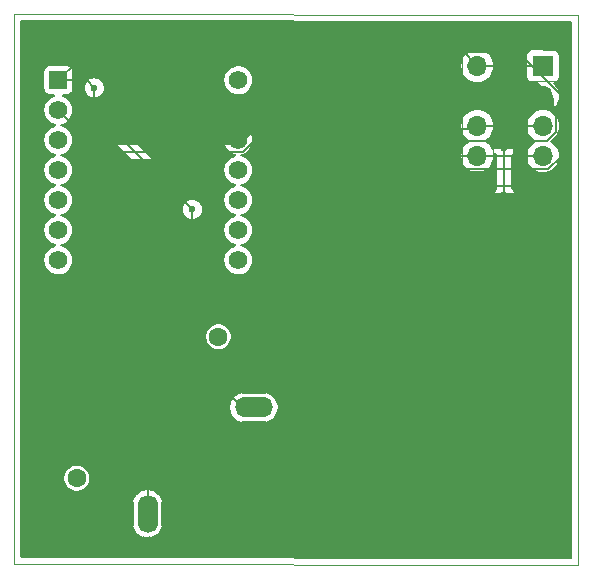
<source format=gtl>
%TF.GenerationSoftware,KiCad,Pcbnew,8.0.2-1*%
%TF.CreationDate,2024-10-31T23:55:18-04:00*%
%TF.ProjectId,version2,76657273-696f-46e3-922e-6b696361645f,rev?*%
%TF.SameCoordinates,Original*%
%TF.FileFunction,Copper,L1,Top*%
%TF.FilePolarity,Positive*%
%FSLAX46Y46*%
G04 Gerber Fmt 4.6, Leading zero omitted, Abs format (unit mm)*
G04 Created by KiCad (PCBNEW 8.0.2-1) date 2024-10-31 23:55:18*
%MOMM*%
%LPD*%
G01*
G04 APERTURE LIST*
G04 Aperture macros list*
%AMRoundRect*
0 Rectangle with rounded corners*
0 $1 Rounding radius*
0 $2 $3 $4 $5 $6 $7 $8 $9 X,Y pos of 4 corners*
0 Add a 4 corners polygon primitive as box body*
4,1,4,$2,$3,$4,$5,$6,$7,$8,$9,$2,$3,0*
0 Add four circle primitives for the rounded corners*
1,1,$1+$1,$2,$3*
1,1,$1+$1,$4,$5*
1,1,$1+$1,$6,$7*
1,1,$1+$1,$8,$9*
0 Add four rect primitives between the rounded corners*
20,1,$1+$1,$2,$3,$4,$5,0*
20,1,$1+$1,$4,$5,$6,$7,0*
20,1,$1+$1,$6,$7,$8,$9,0*
20,1,$1+$1,$8,$9,$2,$3,0*%
G04 Aperture macros list end*
%TA.AperFunction,SMDPad,CuDef*%
%ADD10C,1.500000*%
%TD*%
%TA.AperFunction,ComponentPad*%
%ADD11R,1.700000X1.700000*%
%TD*%
%TA.AperFunction,ComponentPad*%
%ADD12O,1.700000X1.700000*%
%TD*%
%TA.AperFunction,SMDPad,CuDef*%
%ADD13RoundRect,0.250000X0.337500X0.475000X-0.337500X0.475000X-0.337500X-0.475000X0.337500X-0.475000X0*%
%TD*%
%TA.AperFunction,ComponentPad*%
%ADD14R,1.358000X1.358000*%
%TD*%
%TA.AperFunction,ComponentPad*%
%ADD15C,1.358000*%
%TD*%
%TA.AperFunction,SMDPad,CuDef*%
%ADD16RoundRect,0.200000X-0.450000X0.200000X-0.450000X-0.200000X0.450000X-0.200000X0.450000X0.200000X0*%
%TD*%
%TA.AperFunction,SMDPad,CuDef*%
%ADD17RoundRect,0.250001X-1.249999X0.799999X-1.249999X-0.799999X1.249999X-0.799999X1.249999X0.799999X0*%
%TD*%
%TA.AperFunction,SMDPad,CuDef*%
%ADD18RoundRect,0.250000X0.475000X-0.337500X0.475000X0.337500X-0.475000X0.337500X-0.475000X-0.337500X0*%
%TD*%
%TA.AperFunction,SMDPad,CuDef*%
%ADD19RoundRect,0.250000X-0.350000X0.850000X-0.350000X-0.850000X0.350000X-0.850000X0.350000X0.850000X0*%
%TD*%
%TA.AperFunction,SMDPad,CuDef*%
%ADD20RoundRect,0.250000X-1.125000X1.275000X-1.125000X-1.275000X1.125000X-1.275000X1.125000X1.275000X0*%
%TD*%
%TA.AperFunction,SMDPad,CuDef*%
%ADD21RoundRect,0.249997X-2.650003X2.950003X-2.650003X-2.950003X2.650003X-2.950003X2.650003X2.950003X0*%
%TD*%
%TA.AperFunction,ComponentPad*%
%ADD22O,3.000000X1.500000*%
%TD*%
%TA.AperFunction,ComponentPad*%
%ADD23O,1.500000X3.000000*%
%TD*%
%TA.AperFunction,ViaPad*%
%ADD24C,0.600000*%
%TD*%
%TA.AperFunction,Conductor*%
%ADD25C,0.200000*%
%TD*%
%ADD26R,1.700000X1.700000*%
%ADD27O,1.700000X1.700000*%
%ADD28RoundRect,0.102000X-0.679000X-0.679000X0.679000X-0.679000X0.679000X0.679000X-0.679000X0.679000X0*%
%ADD29C,1.562000*%
%ADD30C,1.600000*%
%ADD31O,3.204000X1.704000*%
%ADD32O,1.704000X3.204000*%
%ADD33C,1.500000*%
%ADD34RoundRect,0.250000X0.337500X0.475000X-0.337500X0.475000X-0.337500X-0.475000X0.337500X-0.475000X0*%
%ADD35RoundRect,0.200000X-0.450000X0.200000X-0.450000X-0.200000X0.450000X-0.200000X0.450000X0.200000X0*%
%ADD36RoundRect,0.250001X-1.249999X0.799999X-1.249999X-0.799999X1.249999X-0.799999X1.249999X0.799999X0*%
%ADD37RoundRect,0.250000X0.475000X-0.337500X0.475000X0.337500X-0.475000X0.337500X-0.475000X-0.337500X0*%
%ADD38RoundRect,0.250000X-0.350000X0.850000X-0.350000X-0.850000X0.350000X-0.850000X0.350000X0.850000X0*%
%ADD39RoundRect,0.249997X-2.650003X2.950003X-2.650003X-2.950003X2.650003X-2.950003X2.650003X2.950003X0*%
%ADD40C,0.100000*%
%ADD41C,0.150000*%
%ADD42C,0.120000*%
%ADD43C,0.127000*%
%ADD44C,0.200000*%
%TA.AperFunction,Profile*%
%ADD45C,0.050000*%
%TD*%
G04 APERTURE END LIST*
D10*
%TO.P,TP3,1,1*%
%TO.N,GND*%
X131880000Y-80850000D03*
%TD*%
D11*
%TO.P,J1,1,Pin_1*%
%TO.N,GND*%
X139180000Y-79000000D03*
D12*
%TO.P,J1,2,Pin_2*%
%TO.N,/Y_OUT*%
X139180000Y-76460000D03*
%TO.P,J1,3,Pin_3*%
%TO.N,/X_OUT*%
X139180000Y-73920000D03*
%TO.P,J1,4,Pin_4*%
%TO.N,/3.3V*%
X139180000Y-71380000D03*
%TO.P,J1,5,Pin_5*%
%TO.N,/PWR*%
X139180000Y-68840000D03*
%TD*%
D10*
%TO.P,TP2,1,1*%
%TO.N,/3.3V*%
X131880000Y-70850000D03*
%TD*%
%TO.P,TP5,1,1*%
%TO.N,/Y_OUT*%
X131880000Y-77590000D03*
%TD*%
%TO.P,TP4,1,1*%
%TO.N,/X_OUT*%
X131880000Y-74190000D03*
%TD*%
D13*
%TO.P,C4,1*%
%TO.N,/PWR*%
X126487500Y-69590000D03*
%TO.P,C4,2*%
%TO.N,GND*%
X124412500Y-69590000D03*
%TD*%
D10*
%TO.P,TP1,1,1*%
%TO.N,/PWR*%
X131940000Y-67680000D03*
%TD*%
D14*
%TO.P,U2,1,D0*%
%TO.N,/X_OUT*%
X103707500Y-70048500D03*
D15*
%TO.P,U2,2,D1*%
%TO.N,/Y_OUT*%
X103707500Y-72588500D03*
%TO.P,U2,3,D2*%
%TO.N,unconnected-(U2-D2-Pad3)*%
X103707500Y-75128500D03*
%TO.P,U2,4,D3*%
%TO.N,unconnected-(U2-D3-Pad4)*%
X103707500Y-77668500D03*
%TO.P,U2,5,D4*%
%TO.N,unconnected-(U2-D4-Pad5)*%
X103707500Y-80208500D03*
%TO.P,U2,6,D5*%
%TO.N,unconnected-(U2-D5-Pad6)*%
X103707500Y-82748500D03*
%TO.P,U2,7,TX_D6*%
%TO.N,unconnected-(U2-TX_D6-Pad7)*%
X103707500Y-85288500D03*
%TO.P,U2,8,RX_D7*%
%TO.N,unconnected-(U2-RX_D7-Pad8)*%
X118947500Y-85288500D03*
%TO.P,U2,9,D8*%
%TO.N,unconnected-(U2-D8-Pad9)*%
X118947500Y-82748500D03*
%TO.P,U2,10,D9*%
%TO.N,unconnected-(U2-D9-Pad10)*%
X118947500Y-80208500D03*
%TO.P,U2,11,D10*%
%TO.N,unconnected-(U2-D10-Pad11)*%
X118947500Y-77668500D03*
%TO.P,U2,12,VCC_3V3*%
%TO.N,/3.3V*%
X118947500Y-75128500D03*
%TO.P,U2,13,GND*%
%TO.N,GND*%
X118947500Y-72588500D03*
%TO.P,U2,14,VUSB*%
%TO.N,unconnected-(U2-VUSB-Pad14)*%
X118947500Y-70048500D03*
%TD*%
D16*
%TO.P,BATTERY,1,+*%
%TO.N,/PWR*%
X142776000Y-101862500D03*
%TO.P,BATTERY,2,-*%
%TO.N,GND*%
X142776000Y-103112500D03*
D17*
%TO.P,BATTERY,MP*%
%TO.N,N/C*%
X140026000Y-99312500D03*
X140026000Y-105662500D03*
%TD*%
D18*
%TO.P,C3,1*%
%TO.N,/PWR*%
X137266000Y-94057500D03*
%TO.P,C3,2*%
%TO.N,GND*%
X137266000Y-91982500D03*
%TD*%
%TO.P,C2,1*%
%TO.N,/3.3V*%
X127736000Y-93875000D03*
%TO.P,C2,2*%
%TO.N,GND*%
X127736000Y-91800000D03*
%TD*%
%TO.P,C1,1*%
%TO.N,/PWR*%
X143366000Y-94105000D03*
%TO.P,C1,2*%
%TO.N,GND*%
X143366000Y-92030000D03*
%TD*%
D19*
%TO.P,U1,1,GND*%
%TO.N,GND*%
X134045000Y-97625000D03*
%TO.P,U1,2,VO*%
%TO.N,/3.3V*%
X131765000Y-97625000D03*
D20*
X133290000Y-102250000D03*
X130240000Y-102250000D03*
D21*
X131765000Y-103925000D03*
D20*
X133290000Y-105600000D03*
X130240000Y-105600000D03*
D19*
%TO.P,U1,3,VI*%
%TO.N,/PWR*%
X129485000Y-97625000D03*
%TD*%
D11*
%TO.P,J2,1,Pin_1*%
%TO.N,/PWR*%
X144722500Y-68850000D03*
D12*
%TO.P,J2,2,Pin_2*%
%TO.N,/3.3V*%
X144722500Y-71390000D03*
%TO.P,J2,3,Pin_3*%
%TO.N,/X_OUT*%
X144722500Y-73930000D03*
%TO.P,J2,4,Pin_4*%
%TO.N,/Y_OUT*%
X144722500Y-76470000D03*
%TO.P,J2,5,Pin_5*%
%TO.N,GND*%
X144722500Y-79010000D03*
%TD*%
D22*
%TO.P,JOYSTICK,X*%
%TO.N,/X_OUT*%
X120260000Y-97770000D03*
%TO.P,JOYSTICK,X+*%
%TO.N,/3.3V*%
X120260000Y-99770000D03*
%TO.P,JOYSTICK,X-*%
%TO.N,GND*%
X120260000Y-95770000D03*
D23*
%TO.P,JOYSTICK,Y*%
%TO.N,/Y_OUT*%
X111260000Y-106770000D03*
%TO.P,JOYSTICK,Y+*%
%TO.N,/3.3V*%
X113260000Y-106770000D03*
%TO.P,JOYSTICK,Y-*%
%TO.N,GND*%
X109260000Y-106770000D03*
%TD*%
D24*
%TO.N,GND*%
X134860000Y-93370000D03*
X125980000Y-92950000D03*
X132864023Y-96719122D03*
%TO.N,/3.3V*%
X141470000Y-79750000D03*
X141450000Y-75840000D03*
%TO.N,/X_OUT*%
X106760000Y-70710000D03*
X115050000Y-81000000D03*
%TD*%
D25*
%TO.N,/PWR*%
X145198846Y-77620000D02*
X133334925Y-77620000D01*
X138020000Y-67680000D02*
X139180000Y-68840000D01*
X144712500Y-68840000D02*
X144722500Y-68850000D01*
X127918500Y-94057500D02*
X127736000Y-93875000D01*
X139180000Y-68840000D02*
X144712500Y-68840000D01*
X137313500Y-94105000D02*
X137266000Y-94057500D01*
X137266000Y-94057500D02*
X133052500Y-94057500D01*
X143366000Y-94105000D02*
X137313500Y-94105000D01*
X133052500Y-94057500D02*
X129485000Y-97625000D01*
X133334925Y-77620000D02*
X128761000Y-82193925D01*
X146272500Y-71313654D02*
X146272500Y-76546346D01*
X126487500Y-69590000D02*
X130030000Y-69590000D01*
X142776000Y-101862500D02*
X143366000Y-101272500D01*
X130030000Y-69590000D02*
X131940000Y-67680000D01*
X142638846Y-67680000D02*
X146272500Y-71313654D01*
X143366000Y-101272500D02*
X143366000Y-94105000D01*
X128761000Y-92850000D02*
X127736000Y-93875000D01*
X131940000Y-67680000D02*
X142638846Y-67680000D01*
X146272500Y-76546346D02*
X145198846Y-77620000D01*
X131940000Y-67680000D02*
X138020000Y-67680000D01*
X128761000Y-82193925D02*
X128761000Y-92850000D01*
%TO.N,GND*%
X139190000Y-79010000D02*
X139180000Y-79000000D01*
X144712500Y-79000000D02*
X144722500Y-79010000D01*
X127736000Y-91800000D02*
X127130000Y-91800000D01*
X127736000Y-91764000D02*
X127810000Y-91690000D01*
X131880000Y-80850000D02*
X137330000Y-80850000D01*
X133139122Y-96719122D02*
X134045000Y-97625000D01*
X139532500Y-103112500D02*
X142776000Y-103112500D01*
X134045000Y-97625000D02*
X139532500Y-103112500D01*
X137266000Y-91982500D02*
X136247500Y-91982500D01*
X127130000Y-91800000D02*
X125980000Y-92950000D01*
X132864023Y-96719122D02*
X133139122Y-96719122D01*
X143318500Y-91982500D02*
X143366000Y-92030000D01*
X127736000Y-91800000D02*
X127736000Y-91764000D01*
X137266000Y-91982500D02*
X143318500Y-91982500D01*
X137330000Y-80850000D02*
X139180000Y-79000000D01*
X121414000Y-72588500D02*
X124412500Y-69590000D01*
X139180000Y-79000000D02*
X144712500Y-79000000D01*
X118947500Y-72588500D02*
X121414000Y-72588500D01*
X136247500Y-91982500D02*
X134860000Y-93370000D01*
%TO.N,/3.3V*%
X144712500Y-71380000D02*
X144722500Y-71390000D01*
X142050000Y-75240000D02*
X141450000Y-75840000D01*
X139180000Y-71380000D02*
X139400000Y-71380000D01*
X139400000Y-71380000D02*
X139410000Y-71390000D01*
X131765000Y-97625000D02*
X131765000Y-100725000D01*
X142690000Y-75240000D02*
X145038846Y-75240000D01*
X142690000Y-75240000D02*
X142050000Y-75240000D01*
X141470000Y-80640000D02*
X143040000Y-82210000D01*
X131765000Y-100725000D02*
X130240000Y-102250000D01*
X145872500Y-72540000D02*
X144722500Y-71390000D01*
X145872500Y-74406346D02*
X145872500Y-72540000D01*
X118947500Y-75128500D02*
X120116000Y-73960000D01*
X138650000Y-70850000D02*
X139180000Y-71380000D01*
X120116000Y-73960000D02*
X128644314Y-73960000D01*
X141470000Y-79750000D02*
X141470000Y-80640000D01*
X128644314Y-73960000D02*
X129924314Y-75240000D01*
X129924314Y-75240000D02*
X142690000Y-75240000D01*
X145038846Y-75240000D02*
X145872500Y-74406346D01*
X139180000Y-71380000D02*
X144712500Y-71380000D01*
%TO.N,/Y_OUT*%
X131708628Y-77590000D02*
X131880000Y-77590000D01*
X133010000Y-76460000D02*
X139180000Y-76460000D01*
X139180000Y-76460000D02*
X144712500Y-76460000D01*
X131880000Y-77590000D02*
X133010000Y-76460000D01*
X103707500Y-72588500D02*
X109766500Y-78647500D01*
X107226500Y-76107500D02*
X119353016Y-76107500D01*
X128558628Y-74440000D02*
X131708628Y-77590000D01*
X111285000Y-80166000D02*
X109766500Y-78647500D01*
X144712500Y-76460000D02*
X144722500Y-76470000D01*
X119353016Y-76107500D02*
X121020516Y-74440000D01*
X109766500Y-78647500D02*
X107226500Y-76107500D01*
X121020516Y-74440000D02*
X128558628Y-74440000D01*
X111285000Y-107517500D02*
X111285000Y-80166000D01*
%TO.N,/X_OUT*%
X131880000Y-74190000D02*
X138910000Y-74190000D01*
X120050076Y-98517500D02*
X115050000Y-93517424D01*
X125600000Y-70350000D02*
X129440000Y-74190000D01*
X138910000Y-74190000D02*
X139180000Y-73920000D01*
X125600000Y-69180000D02*
X125600000Y-70350000D01*
X139190000Y-73930000D02*
X144722500Y-73930000D01*
X106098500Y-70048500D02*
X103707500Y-70048500D01*
X106760000Y-70710000D02*
X106098500Y-70048500D01*
X105191000Y-68565000D02*
X124985000Y-68565000D01*
X120285000Y-98517500D02*
X120050076Y-98517500D01*
X124985000Y-68565000D02*
X125600000Y-69180000D01*
X139180000Y-73920000D02*
X139190000Y-73930000D01*
X129440000Y-74190000D02*
X131880000Y-74190000D01*
X103707500Y-70048500D02*
X105191000Y-68565000D01*
X115050000Y-93517424D02*
X115050000Y-81000000D01*
%TD*%
%TA.AperFunction,Conductor*%
%TO.N,/3.3V*%
G36*
X130776384Y-74810185D02*
G01*
X130810917Y-74843373D01*
X130918402Y-74996877D01*
X131073123Y-75151598D01*
X131252361Y-75277102D01*
X131450670Y-75369575D01*
X131662023Y-75426207D01*
X131844926Y-75442208D01*
X131879998Y-75445277D01*
X131880000Y-75445277D01*
X131880002Y-75445277D01*
X131908254Y-75442805D01*
X132097977Y-75426207D01*
X132309330Y-75369575D01*
X132507639Y-75277102D01*
X132686877Y-75151598D01*
X132841598Y-74996877D01*
X132949081Y-74843374D01*
X133003657Y-74799751D01*
X133050655Y-74790500D01*
X138089241Y-74790500D01*
X138156280Y-74810185D01*
X138176922Y-74826818D01*
X138308599Y-74958495D01*
X138308602Y-74958497D01*
X138308603Y-74958498D01*
X138494158Y-75088425D01*
X138537783Y-75143002D01*
X138544977Y-75212500D01*
X138513454Y-75274855D01*
X138494158Y-75291575D01*
X138308597Y-75421505D01*
X138141506Y-75588596D01*
X138005965Y-75782170D01*
X138005962Y-75782175D01*
X138003289Y-75787909D01*
X137957115Y-75840346D01*
X137890909Y-75859500D01*
X132930940Y-75859500D01*
X132890019Y-75870464D01*
X132890019Y-75870465D01*
X132852751Y-75880451D01*
X132778214Y-75900423D01*
X132778209Y-75900426D01*
X132641290Y-75979475D01*
X132641282Y-75979481D01*
X132529478Y-76091286D01*
X132281881Y-76338882D01*
X132220558Y-76372367D01*
X132162108Y-76370976D01*
X132097984Y-76353795D01*
X132097986Y-76353795D01*
X132097977Y-76353793D01*
X132097973Y-76353792D01*
X132097970Y-76353792D01*
X131880002Y-76334723D01*
X131879998Y-76334723D01*
X131734682Y-76347436D01*
X131662023Y-76353793D01*
X131662020Y-76353793D01*
X131462735Y-76407191D01*
X131392885Y-76405528D01*
X131342961Y-76375097D01*
X129970044Y-75002181D01*
X129936559Y-74940858D01*
X129941543Y-74871166D01*
X129983415Y-74815233D01*
X130048879Y-74790816D01*
X130057725Y-74790500D01*
X130709345Y-74790500D01*
X130776384Y-74810185D01*
G37*
%TD.AperFunction*%
%TA.AperFunction,Conductor*%
G36*
X143500448Y-74550185D02*
G01*
X143545792Y-74602097D01*
X143548465Y-74607830D01*
X143676999Y-74791395D01*
X143684001Y-74801395D01*
X143684006Y-74801402D01*
X143851097Y-74968493D01*
X143851103Y-74968498D01*
X144036658Y-75098425D01*
X144080283Y-75153002D01*
X144087477Y-75222500D01*
X144055954Y-75284855D01*
X144036658Y-75301575D01*
X143851097Y-75431505D01*
X143684006Y-75598596D01*
X143548465Y-75792170D01*
X143545757Y-75796862D01*
X143543631Y-75795634D01*
X143504342Y-75840307D01*
X143438073Y-75859500D01*
X140469091Y-75859500D01*
X140402052Y-75839815D01*
X140356711Y-75787909D01*
X140354037Y-75782175D01*
X140354034Y-75782170D01*
X140218494Y-75588597D01*
X140051402Y-75421506D01*
X140051396Y-75421501D01*
X139865842Y-75291575D01*
X139822217Y-75236998D01*
X139815023Y-75167500D01*
X139846546Y-75105145D01*
X139865842Y-75088425D01*
X139996580Y-74996881D01*
X140051401Y-74958495D01*
X140218495Y-74791401D01*
X140354035Y-74597830D01*
X140354036Y-74597826D01*
X140356743Y-74593140D01*
X140358866Y-74594366D01*
X140398169Y-74549687D01*
X140464428Y-74530500D01*
X143433409Y-74530500D01*
X143500448Y-74550185D01*
G37*
%TD.AperFunction*%
%TA.AperFunction,Conductor*%
G36*
X117954286Y-69185185D02*
G01*
X118000041Y-69237989D01*
X118009985Y-69307147D01*
X117986201Y-69364227D01*
X117940374Y-69424910D01*
X117940369Y-69424918D01*
X117842941Y-69620579D01*
X117842935Y-69620594D01*
X117783116Y-69830837D01*
X117783115Y-69830839D01*
X117762947Y-70048499D01*
X117762947Y-70048500D01*
X117783115Y-70266160D01*
X117783116Y-70266162D01*
X117842935Y-70476405D01*
X117842941Y-70476420D01*
X117940369Y-70672081D01*
X117940374Y-70672089D01*
X118065355Y-70837590D01*
X118072105Y-70846528D01*
X118233647Y-70993794D01*
X118233649Y-70993795D01*
X118233650Y-70993796D01*
X118419495Y-71108866D01*
X118419501Y-71108869D01*
X118487443Y-71135189D01*
X118623332Y-71187833D01*
X118670295Y-71196612D01*
X118732573Y-71228280D01*
X118767846Y-71288592D01*
X118764912Y-71358400D01*
X118724703Y-71415540D01*
X118670295Y-71440387D01*
X118623332Y-71449167D01*
X118623330Y-71449167D01*
X118623328Y-71449168D01*
X118419501Y-71528130D01*
X118419495Y-71528133D01*
X118233650Y-71643203D01*
X118072104Y-71790472D01*
X117940374Y-71964910D01*
X117940369Y-71964918D01*
X117842941Y-72160579D01*
X117842935Y-72160594D01*
X117783116Y-72370837D01*
X117783115Y-72370839D01*
X117762947Y-72588499D01*
X117762947Y-72588500D01*
X117783115Y-72806160D01*
X117783116Y-72806162D01*
X117842935Y-73016405D01*
X117842941Y-73016420D01*
X117940369Y-73212081D01*
X117940374Y-73212089D01*
X118069534Y-73383124D01*
X118072105Y-73386528D01*
X118233647Y-73533794D01*
X118233649Y-73533795D01*
X118233650Y-73533796D01*
X118419495Y-73648866D01*
X118419501Y-73648869D01*
X118462682Y-73665597D01*
X118623332Y-73727833D01*
X118838203Y-73768000D01*
X118838205Y-73768000D01*
X119056795Y-73768000D01*
X119056797Y-73768000D01*
X119271668Y-73727833D01*
X119475501Y-73648868D01*
X119661353Y-73533794D01*
X119822895Y-73386528D01*
X119934852Y-73238272D01*
X119990961Y-73196637D01*
X120033806Y-73189000D01*
X121327331Y-73189000D01*
X121327347Y-73189001D01*
X121334943Y-73189001D01*
X121493054Y-73189001D01*
X121493057Y-73189001D01*
X121645785Y-73148077D01*
X121695904Y-73119139D01*
X121782716Y-73069020D01*
X121894520Y-72957216D01*
X121894520Y-72957214D01*
X121904728Y-72947007D01*
X121904730Y-72947004D01*
X123999916Y-70851818D01*
X124061239Y-70818333D01*
X124087597Y-70815499D01*
X124800002Y-70815499D01*
X124800008Y-70815499D01*
X124902797Y-70804999D01*
X125057758Y-70753649D01*
X125127581Y-70751248D01*
X125184439Y-70783675D01*
X125238349Y-70837585D01*
X125238355Y-70837590D01*
X128028584Y-73627819D01*
X128062069Y-73689142D01*
X128057085Y-73758834D01*
X128015213Y-73814767D01*
X127949749Y-73839184D01*
X127940903Y-73839500D01*
X121099573Y-73839500D01*
X120941459Y-73839500D01*
X120788731Y-73880423D01*
X120788730Y-73880423D01*
X120788728Y-73880424D01*
X120788725Y-73880425D01*
X120738612Y-73909359D01*
X120738611Y-73909360D01*
X120695205Y-73934420D01*
X120651801Y-73959479D01*
X120651798Y-73959481D01*
X120543150Y-74068130D01*
X120539996Y-74071284D01*
X120539994Y-74071286D01*
X119834014Y-74777267D01*
X119140600Y-75470681D01*
X119079277Y-75504166D01*
X119052919Y-75507000D01*
X107526597Y-75507000D01*
X107459558Y-75487315D01*
X107438916Y-75470681D01*
X104901817Y-72933582D01*
X104868332Y-72872259D01*
X104870231Y-72811967D01*
X104871884Y-72806161D01*
X104892053Y-72588500D01*
X104871884Y-72370839D01*
X104812063Y-72160590D01*
X104812058Y-72160579D01*
X104714630Y-71964918D01*
X104714625Y-71964910D01*
X104582895Y-71790472D01*
X104421353Y-71643206D01*
X104421350Y-71643204D01*
X104421349Y-71643203D01*
X104235504Y-71528133D01*
X104235498Y-71528130D01*
X104079316Y-71467626D01*
X104023915Y-71425053D01*
X104000324Y-71359286D01*
X104016035Y-71291206D01*
X104066059Y-71242427D01*
X104124109Y-71227999D01*
X104434372Y-71227999D01*
X104493983Y-71221591D01*
X104628831Y-71171296D01*
X104744046Y-71085046D01*
X104830296Y-70969831D01*
X104880591Y-70834983D01*
X104887000Y-70775373D01*
X104887000Y-70773000D01*
X104887155Y-70772471D01*
X104887178Y-70772048D01*
X104887277Y-70772053D01*
X104906685Y-70705961D01*
X104959489Y-70660206D01*
X105011000Y-70649000D01*
X105798403Y-70649000D01*
X105865442Y-70668685D01*
X105886084Y-70685319D01*
X105929298Y-70728533D01*
X105962783Y-70789856D01*
X105964837Y-70802330D01*
X105974630Y-70889249D01*
X106034210Y-71059521D01*
X106050249Y-71085047D01*
X106130184Y-71212262D01*
X106257738Y-71339816D01*
X106305212Y-71369646D01*
X106393391Y-71425053D01*
X106410478Y-71435789D01*
X106501460Y-71467625D01*
X106580745Y-71495368D01*
X106580750Y-71495369D01*
X106759996Y-71515565D01*
X106760000Y-71515565D01*
X106760004Y-71515565D01*
X106939249Y-71495369D01*
X106939252Y-71495368D01*
X106939255Y-71495368D01*
X107109522Y-71435789D01*
X107262262Y-71339816D01*
X107389816Y-71212262D01*
X107485789Y-71059522D01*
X107545368Y-70889255D01*
X107550182Y-70846528D01*
X107565565Y-70710003D01*
X107565565Y-70709996D01*
X107545369Y-70530750D01*
X107545368Y-70530745D01*
X107494137Y-70384336D01*
X107485789Y-70360478D01*
X107389816Y-70207738D01*
X107262262Y-70080184D01*
X107246879Y-70070518D01*
X107109521Y-69984210D01*
X106939249Y-69924630D01*
X106852330Y-69914837D01*
X106787916Y-69887770D01*
X106778533Y-69879298D01*
X106586090Y-69686855D01*
X106586088Y-69686852D01*
X106467217Y-69567981D01*
X106467216Y-69567980D01*
X106368424Y-69510943D01*
X106368423Y-69510942D01*
X106330283Y-69488922D01*
X106274381Y-69473943D01*
X106177557Y-69447999D01*
X106019443Y-69447999D01*
X106011847Y-69447999D01*
X106011831Y-69448000D01*
X105456597Y-69448000D01*
X105389558Y-69428315D01*
X105343803Y-69375511D01*
X105333859Y-69306353D01*
X105362884Y-69242797D01*
X105368916Y-69236319D01*
X105403416Y-69201819D01*
X105464739Y-69168334D01*
X105491097Y-69165500D01*
X117887247Y-69165500D01*
X117954286Y-69185185D01*
G37*
%TD.AperFunction*%
%TA.AperFunction,Conductor*%
G36*
X137786942Y-68300185D02*
G01*
X137807584Y-68316819D01*
X137847233Y-68356468D01*
X137880718Y-68417791D01*
X137879327Y-68476241D01*
X137844939Y-68604583D01*
X137844936Y-68604596D01*
X137824341Y-68839999D01*
X137824341Y-68840000D01*
X137844936Y-69075403D01*
X137844938Y-69075413D01*
X137906094Y-69303655D01*
X137906096Y-69303659D01*
X137906097Y-69303663D01*
X137973402Y-69447999D01*
X138005965Y-69517830D01*
X138005967Y-69517834D01*
X138077918Y-69620590D01*
X138141505Y-69711401D01*
X138308599Y-69878495D01*
X138399762Y-69942328D01*
X138502165Y-70014032D01*
X138502167Y-70014033D01*
X138502170Y-70014035D01*
X138716337Y-70113903D01*
X138944592Y-70175063D01*
X139121034Y-70190500D01*
X139179999Y-70195659D01*
X139180000Y-70195659D01*
X139180001Y-70195659D01*
X139230645Y-70191228D01*
X139415408Y-70175063D01*
X139643663Y-70113903D01*
X139857830Y-70014035D01*
X140051401Y-69878495D01*
X140218495Y-69711401D01*
X140354035Y-69517830D01*
X140356707Y-69512097D01*
X140402878Y-69459658D01*
X140469091Y-69440500D01*
X143248001Y-69440500D01*
X143315040Y-69460185D01*
X143360795Y-69512989D01*
X143372001Y-69564500D01*
X143372001Y-69747876D01*
X143378408Y-69807483D01*
X143428702Y-69942328D01*
X143428706Y-69942335D01*
X143514952Y-70057544D01*
X143514955Y-70057547D01*
X143630164Y-70143793D01*
X143630171Y-70143797D01*
X143675118Y-70160561D01*
X143765017Y-70194091D01*
X143824627Y-70200500D01*
X144258748Y-70200499D01*
X144325787Y-70220183D01*
X144346429Y-70236818D01*
X145635681Y-71526070D01*
X145669166Y-71587393D01*
X145672000Y-71613751D01*
X145672000Y-72707988D01*
X145652315Y-72775027D01*
X145599511Y-72820782D01*
X145530353Y-72830726D01*
X145476877Y-72809563D01*
X145400334Y-72755967D01*
X145400330Y-72755965D01*
X145297443Y-72707988D01*
X145186163Y-72656097D01*
X145186159Y-72656096D01*
X145186155Y-72656094D01*
X144957913Y-72594938D01*
X144957903Y-72594936D01*
X144722501Y-72574341D01*
X144722499Y-72574341D01*
X144487096Y-72594936D01*
X144487086Y-72594938D01*
X144258844Y-72656094D01*
X144258835Y-72656098D01*
X144044671Y-72755964D01*
X144044669Y-72755965D01*
X143851097Y-72891505D01*
X143684006Y-73058596D01*
X143548465Y-73252170D01*
X143548462Y-73252175D01*
X143545789Y-73257909D01*
X143499615Y-73310346D01*
X143433409Y-73329500D01*
X140473754Y-73329500D01*
X140406715Y-73309815D01*
X140361373Y-73257906D01*
X140354038Y-73242178D01*
X140354035Y-73242171D01*
X140267890Y-73119142D01*
X140218494Y-73048597D01*
X140051402Y-72881506D01*
X140051395Y-72881501D01*
X139857834Y-72745967D01*
X139857830Y-72745965D01*
X139776388Y-72707988D01*
X139643663Y-72646097D01*
X139643659Y-72646096D01*
X139643655Y-72646094D01*
X139415413Y-72584938D01*
X139415403Y-72584936D01*
X139180001Y-72564341D01*
X139179999Y-72564341D01*
X138944596Y-72584936D01*
X138944586Y-72584938D01*
X138716344Y-72646094D01*
X138716335Y-72646098D01*
X138502171Y-72745964D01*
X138502169Y-72745965D01*
X138308597Y-72881505D01*
X138141505Y-73048597D01*
X138005965Y-73242169D01*
X138005964Y-73242171D01*
X137906098Y-73456335D01*
X137906092Y-73456349D01*
X137895043Y-73497591D01*
X137858680Y-73557252D01*
X137795833Y-73587783D01*
X137775268Y-73589500D01*
X133050655Y-73589500D01*
X132983616Y-73569815D01*
X132949080Y-73536623D01*
X132841599Y-73383124D01*
X132768290Y-73309815D01*
X132686877Y-73228402D01*
X132507639Y-73102898D01*
X132507640Y-73102898D01*
X132507638Y-73102897D01*
X132391190Y-73048597D01*
X132309330Y-73010425D01*
X132309326Y-73010424D01*
X132309322Y-73010422D01*
X132097977Y-72953793D01*
X131880002Y-72934723D01*
X131879998Y-72934723D01*
X131739658Y-72947001D01*
X131662023Y-72953793D01*
X131662020Y-72953793D01*
X131450677Y-73010422D01*
X131450668Y-73010426D01*
X131252361Y-73102898D01*
X131252357Y-73102900D01*
X131073121Y-73228402D01*
X130918402Y-73383121D01*
X130810920Y-73536623D01*
X130756343Y-73580248D01*
X130709345Y-73589500D01*
X129740097Y-73589500D01*
X129673058Y-73569815D01*
X129652416Y-73553181D01*
X127064695Y-70965460D01*
X127031210Y-70904137D01*
X127036194Y-70834445D01*
X127078066Y-70778512D01*
X127113370Y-70760074D01*
X127144334Y-70749814D01*
X127293656Y-70657712D01*
X127417712Y-70533656D01*
X127509814Y-70384334D01*
X127545879Y-70275494D01*
X127585652Y-70218051D01*
X127650167Y-70191228D01*
X127663585Y-70190500D01*
X129943331Y-70190500D01*
X129943347Y-70190501D01*
X129950943Y-70190501D01*
X130109054Y-70190501D01*
X130109057Y-70190501D01*
X130261785Y-70149577D01*
X130352324Y-70097304D01*
X130398716Y-70070520D01*
X130510520Y-69958716D01*
X130510520Y-69958714D01*
X130520724Y-69948511D01*
X130520728Y-69948506D01*
X131538119Y-68931114D01*
X131599440Y-68897631D01*
X131657891Y-68899022D01*
X131722023Y-68916207D01*
X131909787Y-68932633D01*
X131939998Y-68935277D01*
X131940000Y-68935277D01*
X131940002Y-68935277D01*
X131968254Y-68932805D01*
X132157977Y-68916207D01*
X132369330Y-68859575D01*
X132567639Y-68767102D01*
X132746877Y-68641598D01*
X132901598Y-68486877D01*
X133009081Y-68333374D01*
X133063657Y-68289751D01*
X133110655Y-68280500D01*
X137719903Y-68280500D01*
X137786942Y-68300185D01*
G37*
%TD.AperFunction*%
%TA.AperFunction,Conductor*%
G36*
X147045936Y-65019649D02*
G01*
X147112949Y-65039425D01*
X147158631Y-65092291D01*
X147169767Y-65143596D01*
X147189230Y-110473938D01*
X147169574Y-110540986D01*
X147116790Y-110586763D01*
X147064931Y-110597991D01*
X100609201Y-110486003D01*
X100542209Y-110466157D01*
X100496582Y-110413242D01*
X100485500Y-110362003D01*
X100485500Y-103666530D01*
X104209500Y-103666530D01*
X104209500Y-103873469D01*
X104249868Y-104076412D01*
X104249870Y-104076420D01*
X104329058Y-104267596D01*
X104444024Y-104439657D01*
X104590342Y-104585975D01*
X104590345Y-104585977D01*
X104762402Y-104700941D01*
X104953580Y-104780130D01*
X105116236Y-104812484D01*
X105156530Y-104820499D01*
X105156534Y-104820500D01*
X105156535Y-104820500D01*
X105363466Y-104820500D01*
X105363467Y-104820499D01*
X105566420Y-104780130D01*
X105757598Y-104700941D01*
X105929655Y-104585977D01*
X106075977Y-104439655D01*
X106190941Y-104267598D01*
X106270130Y-104076420D01*
X106310500Y-103873465D01*
X106310500Y-103666535D01*
X106270130Y-103463580D01*
X106190941Y-103272402D01*
X106075977Y-103100345D01*
X106075975Y-103100342D01*
X105929657Y-102954024D01*
X105843626Y-102896541D01*
X105757598Y-102839059D01*
X105566420Y-102759870D01*
X105566412Y-102759868D01*
X105363469Y-102719500D01*
X105363465Y-102719500D01*
X105156535Y-102719500D01*
X105156530Y-102719500D01*
X104953587Y-102759868D01*
X104953579Y-102759870D01*
X104762403Y-102839058D01*
X104590342Y-102954024D01*
X104444024Y-103100342D01*
X104329058Y-103272403D01*
X104249870Y-103463579D01*
X104249868Y-103463587D01*
X104209500Y-103666530D01*
X100485500Y-103666530D01*
X100485500Y-72588499D01*
X102522947Y-72588499D01*
X102522947Y-72588500D01*
X102543115Y-72806160D01*
X102543116Y-72806162D01*
X102602935Y-73016405D01*
X102602941Y-73016420D01*
X102700369Y-73212081D01*
X102700374Y-73212089D01*
X102829534Y-73383124D01*
X102832105Y-73386528D01*
X102993647Y-73533794D01*
X102993649Y-73533795D01*
X102993650Y-73533796D01*
X103179495Y-73648866D01*
X103179501Y-73648869D01*
X103247443Y-73675189D01*
X103383332Y-73727833D01*
X103430295Y-73736612D01*
X103492573Y-73768280D01*
X103527846Y-73828592D01*
X103524912Y-73898400D01*
X103484703Y-73955540D01*
X103430295Y-73980387D01*
X103383332Y-73989167D01*
X103383330Y-73989167D01*
X103383328Y-73989168D01*
X103179501Y-74068130D01*
X103179495Y-74068133D01*
X102993650Y-74183203D01*
X102832104Y-74330472D01*
X102700374Y-74504910D01*
X102700369Y-74504918D01*
X102602941Y-74700579D01*
X102602935Y-74700594D01*
X102543116Y-74910837D01*
X102543115Y-74910839D01*
X102522947Y-75128499D01*
X102522947Y-75128500D01*
X102543115Y-75346160D01*
X102543116Y-75346162D01*
X102602935Y-75556405D01*
X102602941Y-75556420D01*
X102700369Y-75752081D01*
X102700374Y-75752089D01*
X102832104Y-75926527D01*
X102832105Y-75926528D01*
X102993647Y-76073794D01*
X102993649Y-76073795D01*
X102993650Y-76073796D01*
X103179495Y-76188866D01*
X103179501Y-76188869D01*
X103247443Y-76215189D01*
X103383332Y-76267833D01*
X103430295Y-76276612D01*
X103492573Y-76308280D01*
X103527846Y-76368592D01*
X103524912Y-76438400D01*
X103484703Y-76495540D01*
X103430295Y-76520387D01*
X103383332Y-76529167D01*
X103383330Y-76529167D01*
X103383328Y-76529168D01*
X103179501Y-76608130D01*
X103179495Y-76608133D01*
X102993650Y-76723203D01*
X102832104Y-76870472D01*
X102700374Y-77044910D01*
X102700369Y-77044918D01*
X102602941Y-77240579D01*
X102602935Y-77240594D01*
X102543116Y-77450837D01*
X102543115Y-77450839D01*
X102522947Y-77668499D01*
X102522947Y-77668500D01*
X102543115Y-77886160D01*
X102543116Y-77886162D01*
X102602935Y-78096405D01*
X102602941Y-78096420D01*
X102700369Y-78292081D01*
X102700374Y-78292089D01*
X102832104Y-78466527D01*
X102832105Y-78466528D01*
X102993647Y-78613794D01*
X102993649Y-78613795D01*
X102993650Y-78613796D01*
X103179495Y-78728866D01*
X103179501Y-78728869D01*
X103247443Y-78755189D01*
X103383332Y-78807833D01*
X103430295Y-78816612D01*
X103492573Y-78848280D01*
X103527846Y-78908592D01*
X103524912Y-78978400D01*
X103484703Y-79035540D01*
X103430295Y-79060387D01*
X103383332Y-79069167D01*
X103383330Y-79069167D01*
X103383328Y-79069168D01*
X103179501Y-79148130D01*
X103179495Y-79148133D01*
X102993650Y-79263203D01*
X102832104Y-79410472D01*
X102700374Y-79584910D01*
X102700369Y-79584918D01*
X102602941Y-79780579D01*
X102602935Y-79780594D01*
X102543116Y-79990837D01*
X102543115Y-79990839D01*
X102522947Y-80208499D01*
X102522947Y-80208500D01*
X102543115Y-80426160D01*
X102543116Y-80426162D01*
X102602935Y-80636405D01*
X102602941Y-80636420D01*
X102700369Y-80832081D01*
X102700374Y-80832089D01*
X102832104Y-81006527D01*
X102832105Y-81006528D01*
X102993647Y-81153794D01*
X102993649Y-81153795D01*
X102993650Y-81153796D01*
X103179495Y-81268866D01*
X103179501Y-81268869D01*
X103247443Y-81295189D01*
X103383332Y-81347833D01*
X103430295Y-81356612D01*
X103492573Y-81388280D01*
X103527846Y-81448592D01*
X103524912Y-81518400D01*
X103484703Y-81575540D01*
X103430295Y-81600387D01*
X103383332Y-81609167D01*
X103383330Y-81609167D01*
X103383328Y-81609168D01*
X103179501Y-81688130D01*
X103179495Y-81688133D01*
X102993650Y-81803203D01*
X102832104Y-81950472D01*
X102700374Y-82124910D01*
X102700369Y-82124918D01*
X102602941Y-82320579D01*
X102602935Y-82320594D01*
X102543116Y-82530837D01*
X102543115Y-82530839D01*
X102522947Y-82748499D01*
X102522947Y-82748500D01*
X102543115Y-82966160D01*
X102543116Y-82966162D01*
X102602935Y-83176405D01*
X102602941Y-83176420D01*
X102700369Y-83372081D01*
X102700374Y-83372089D01*
X102832104Y-83546527D01*
X102832105Y-83546528D01*
X102993647Y-83693794D01*
X102993649Y-83693795D01*
X102993650Y-83693796D01*
X103179495Y-83808866D01*
X103179501Y-83808869D01*
X103247443Y-83835189D01*
X103383332Y-83887833D01*
X103430295Y-83896612D01*
X103492573Y-83928280D01*
X103527846Y-83988592D01*
X103524912Y-84058400D01*
X103484703Y-84115540D01*
X103430295Y-84140387D01*
X103383332Y-84149167D01*
X103383330Y-84149167D01*
X103383328Y-84149168D01*
X103179501Y-84228130D01*
X103179495Y-84228133D01*
X102993650Y-84343203D01*
X102832104Y-84490472D01*
X102700374Y-84664910D01*
X102700369Y-84664918D01*
X102602941Y-84860579D01*
X102602935Y-84860594D01*
X102543116Y-85070837D01*
X102543115Y-85070839D01*
X102522947Y-85288499D01*
X102522947Y-85288500D01*
X102543115Y-85506160D01*
X102543116Y-85506162D01*
X102602935Y-85716405D01*
X102602941Y-85716420D01*
X102700369Y-85912081D01*
X102700374Y-85912089D01*
X102832104Y-86086527D01*
X102832105Y-86086528D01*
X102993647Y-86233794D01*
X102993649Y-86233795D01*
X102993650Y-86233796D01*
X103179495Y-86348866D01*
X103179501Y-86348869D01*
X103222682Y-86365597D01*
X103383332Y-86427833D01*
X103598203Y-86468000D01*
X103598205Y-86468000D01*
X103816795Y-86468000D01*
X103816797Y-86468000D01*
X104031668Y-86427833D01*
X104235501Y-86348868D01*
X104421353Y-86233794D01*
X104582895Y-86086528D01*
X104714627Y-85912087D01*
X104812063Y-85716410D01*
X104871884Y-85506161D01*
X104892053Y-85288500D01*
X104871884Y-85070839D01*
X104812063Y-84860590D01*
X104812058Y-84860579D01*
X104714630Y-84664918D01*
X104714625Y-84664910D01*
X104582895Y-84490472D01*
X104421353Y-84343206D01*
X104421350Y-84343204D01*
X104421349Y-84343203D01*
X104235504Y-84228133D01*
X104235498Y-84228130D01*
X104074851Y-84165896D01*
X104031668Y-84149167D01*
X103984704Y-84140387D01*
X103922426Y-84108721D01*
X103887153Y-84048408D01*
X103890087Y-83978600D01*
X103930296Y-83921460D01*
X103984704Y-83896612D01*
X104031668Y-83887833D01*
X104235501Y-83808868D01*
X104421353Y-83693794D01*
X104582895Y-83546528D01*
X104714627Y-83372087D01*
X104812063Y-83176410D01*
X104871884Y-82966161D01*
X104892053Y-82748500D01*
X104871884Y-82530839D01*
X104812063Y-82320590D01*
X104812058Y-82320579D01*
X104714630Y-82124918D01*
X104714625Y-82124910D01*
X104582895Y-81950472D01*
X104568229Y-81937102D01*
X104421353Y-81803206D01*
X104421350Y-81803204D01*
X104421349Y-81803203D01*
X104235504Y-81688133D01*
X104235498Y-81688130D01*
X104074851Y-81625896D01*
X104031668Y-81609167D01*
X103984704Y-81600387D01*
X103922426Y-81568721D01*
X103887153Y-81508408D01*
X103890087Y-81438600D01*
X103930296Y-81381460D01*
X103984704Y-81356612D01*
X104031668Y-81347833D01*
X104235501Y-81268868D01*
X104421353Y-81153794D01*
X104582895Y-81006528D01*
X104714627Y-80832087D01*
X104812063Y-80636410D01*
X104871884Y-80426161D01*
X104892053Y-80208500D01*
X104891964Y-80207544D01*
X104871884Y-79990839D01*
X104871883Y-79990837D01*
X104855772Y-79934214D01*
X104812063Y-79780590D01*
X104812058Y-79780579D01*
X104714630Y-79584918D01*
X104714625Y-79584910D01*
X104582895Y-79410472D01*
X104421353Y-79263206D01*
X104421350Y-79263204D01*
X104421349Y-79263203D01*
X104235504Y-79148133D01*
X104235498Y-79148130D01*
X104074851Y-79085896D01*
X104031668Y-79069167D01*
X103984704Y-79060387D01*
X103922426Y-79028721D01*
X103887153Y-78968408D01*
X103890087Y-78898600D01*
X103930296Y-78841460D01*
X103984704Y-78816612D01*
X104031668Y-78807833D01*
X104235501Y-78728868D01*
X104421353Y-78613794D01*
X104582895Y-78466528D01*
X104714627Y-78292087D01*
X104812063Y-78096410D01*
X104871884Y-77886161D01*
X104892053Y-77668500D01*
X104871884Y-77450839D01*
X104812063Y-77240590D01*
X104812058Y-77240579D01*
X104714630Y-77044918D01*
X104714625Y-77044910D01*
X104582895Y-76870472D01*
X104536570Y-76828241D01*
X104421353Y-76723206D01*
X104421350Y-76723204D01*
X104421349Y-76723203D01*
X104235504Y-76608133D01*
X104235498Y-76608130D01*
X104074851Y-76545896D01*
X104031668Y-76529167D01*
X103984704Y-76520387D01*
X103922426Y-76488721D01*
X103887153Y-76428408D01*
X103890087Y-76358600D01*
X103930296Y-76301460D01*
X103984704Y-76276612D01*
X104031668Y-76267833D01*
X104235501Y-76188868D01*
X104421353Y-76073794D01*
X104582895Y-75926528D01*
X104714627Y-75752087D01*
X104812063Y-75556410D01*
X104871884Y-75346161D01*
X104892053Y-75128500D01*
X104872042Y-74912549D01*
X104885457Y-74843982D01*
X104933814Y-74793550D01*
X105001760Y-74777267D01*
X105067722Y-74800304D01*
X105083194Y-74813429D01*
X106741639Y-76471874D01*
X106741649Y-76471885D01*
X106745979Y-76476215D01*
X106745980Y-76476216D01*
X106857784Y-76588020D01*
X106857785Y-76588020D01*
X106864852Y-76595087D01*
X106864851Y-76595087D01*
X106864855Y-76595090D01*
X110648181Y-80378416D01*
X110681666Y-80439739D01*
X110684500Y-80466097D01*
X110684500Y-104833774D01*
X110664815Y-104900813D01*
X110616800Y-104944256D01*
X110604597Y-104950474D01*
X110583385Y-104965886D01*
X110445354Y-105066172D01*
X110445352Y-105066174D01*
X110445351Y-105066174D01*
X110347681Y-105163845D01*
X110286358Y-105197330D01*
X110216666Y-105192346D01*
X110172319Y-105163845D01*
X110074648Y-105066174D01*
X110074646Y-105066172D01*
X109915405Y-104950476D01*
X109915401Y-104950474D01*
X109740029Y-104861117D01*
X109552826Y-104800290D01*
X109358422Y-104769500D01*
X109358417Y-104769500D01*
X109161583Y-104769500D01*
X109161578Y-104769500D01*
X108967173Y-104800290D01*
X108779970Y-104861117D01*
X108604594Y-104950476D01*
X108513741Y-105016485D01*
X108445354Y-105066172D01*
X108445352Y-105066174D01*
X108445351Y-105066174D01*
X108306174Y-105205351D01*
X108306174Y-105205352D01*
X108306172Y-105205354D01*
X108260001Y-105268903D01*
X108190476Y-105364594D01*
X108101117Y-105539970D01*
X108040290Y-105727173D01*
X108009500Y-105921577D01*
X108009500Y-107618422D01*
X108040290Y-107812826D01*
X108101117Y-108000029D01*
X108190476Y-108175405D01*
X108306172Y-108334646D01*
X108445354Y-108473828D01*
X108604595Y-108589524D01*
X108687455Y-108631743D01*
X108779970Y-108678882D01*
X108779972Y-108678882D01*
X108779975Y-108678884D01*
X108880317Y-108711487D01*
X108967173Y-108739709D01*
X109161578Y-108770500D01*
X109161583Y-108770500D01*
X109358422Y-108770500D01*
X109552826Y-108739709D01*
X109740025Y-108678884D01*
X109915405Y-108589524D01*
X110074646Y-108473828D01*
X110172319Y-108376155D01*
X110233642Y-108342670D01*
X110303334Y-108347654D01*
X110347681Y-108376155D01*
X110445354Y-108473828D01*
X110604595Y-108589524D01*
X110687455Y-108631743D01*
X110779970Y-108678882D01*
X110779972Y-108678882D01*
X110779975Y-108678884D01*
X110880317Y-108711487D01*
X110967173Y-108739709D01*
X111161578Y-108770500D01*
X111161583Y-108770500D01*
X111358422Y-108770500D01*
X111552826Y-108739709D01*
X111740025Y-108678884D01*
X111915405Y-108589524D01*
X112074646Y-108473828D01*
X112213828Y-108334646D01*
X112329524Y-108175405D01*
X112418884Y-108000025D01*
X112479709Y-107812826D01*
X112510500Y-107618422D01*
X112510500Y-105921577D01*
X112479709Y-105727173D01*
X112418882Y-105539970D01*
X112329523Y-105364594D01*
X112213828Y-105205354D01*
X112074646Y-105066172D01*
X111936612Y-104965884D01*
X111893949Y-104910556D01*
X111885500Y-104865568D01*
X111885500Y-104812484D01*
X138025500Y-104812484D01*
X138025500Y-106512515D01*
X138036000Y-106615295D01*
X138036001Y-106615296D01*
X138091186Y-106781835D01*
X138091187Y-106781837D01*
X138183286Y-106931151D01*
X138183289Y-106931155D01*
X138307344Y-107055210D01*
X138307348Y-107055213D01*
X138456662Y-107147312D01*
X138456664Y-107147313D01*
X138456666Y-107147314D01*
X138623203Y-107202499D01*
X138725992Y-107213000D01*
X138725997Y-107213000D01*
X141326003Y-107213000D01*
X141326008Y-107213000D01*
X141428797Y-107202499D01*
X141595334Y-107147314D01*
X141744655Y-107055211D01*
X141868711Y-106931155D01*
X141960814Y-106781834D01*
X142015999Y-106615297D01*
X142026500Y-106512508D01*
X142026500Y-104812492D01*
X142015999Y-104709703D01*
X141960814Y-104543166D01*
X141896968Y-104439657D01*
X141868713Y-104393848D01*
X141868710Y-104393844D01*
X141744655Y-104269789D01*
X141744651Y-104269786D01*
X141595337Y-104177687D01*
X141595335Y-104177686D01*
X141512065Y-104150093D01*
X141428797Y-104122501D01*
X141428795Y-104122500D01*
X141326015Y-104112000D01*
X141326008Y-104112000D01*
X138725992Y-104112000D01*
X138725984Y-104112000D01*
X138623204Y-104122500D01*
X138623203Y-104122501D01*
X138456664Y-104177686D01*
X138456662Y-104177687D01*
X138307348Y-104269786D01*
X138307344Y-104269789D01*
X138183289Y-104393844D01*
X138183286Y-104393848D01*
X138091187Y-104543162D01*
X138091186Y-104543164D01*
X138036001Y-104709703D01*
X138036000Y-104709704D01*
X138025500Y-104812484D01*
X111885500Y-104812484D01*
X111885500Y-80999996D01*
X114244435Y-80999996D01*
X114244435Y-81000003D01*
X114264630Y-81179249D01*
X114264631Y-81179254D01*
X114324211Y-81349523D01*
X114328665Y-81356611D01*
X114404712Y-81477639D01*
X114420185Y-81502263D01*
X114422445Y-81505097D01*
X114423334Y-81507275D01*
X114423889Y-81508158D01*
X114423734Y-81508255D01*
X114448855Y-81569783D01*
X114449500Y-81582412D01*
X114449500Y-93430754D01*
X114449499Y-93430772D01*
X114449499Y-93596478D01*
X114449498Y-93596478D01*
X114490422Y-93749206D01*
X114490424Y-93749211D01*
X114494094Y-93755568D01*
X114494095Y-93755569D01*
X114569477Y-93886136D01*
X114569481Y-93886141D01*
X114688349Y-94005009D01*
X114688355Y-94005014D01*
X118227870Y-97544529D01*
X118261355Y-97605852D01*
X118262663Y-97651604D01*
X118259500Y-97671578D01*
X118259500Y-97868422D01*
X118290290Y-98062826D01*
X118351117Y-98250029D01*
X118440476Y-98425405D01*
X118556172Y-98584646D01*
X118695354Y-98723828D01*
X118854595Y-98839524D01*
X118937455Y-98881743D01*
X119029970Y-98928882D01*
X119029972Y-98928882D01*
X119029975Y-98928884D01*
X119130317Y-98961487D01*
X119217173Y-98989709D01*
X119411578Y-99020500D01*
X119411583Y-99020500D01*
X119687073Y-99020500D01*
X119749067Y-99037109D01*
X119768166Y-99048136D01*
X119768170Y-99048140D01*
X119768171Y-99048139D01*
X119818291Y-99077077D01*
X119971018Y-99118000D01*
X119971019Y-99118000D01*
X119971020Y-99118000D01*
X120364055Y-99118000D01*
X120364057Y-99118000D01*
X120516784Y-99077077D01*
X120586004Y-99037112D01*
X120648004Y-99020500D01*
X121108422Y-99020500D01*
X121302826Y-98989709D01*
X121490025Y-98928884D01*
X121665405Y-98839524D01*
X121824646Y-98723828D01*
X121963828Y-98584646D01*
X122079524Y-98425405D01*
X122168884Y-98250025D01*
X122229709Y-98062826D01*
X122252364Y-97919789D01*
X122260500Y-97868422D01*
X122260500Y-97671577D01*
X122229709Y-97477173D01*
X122168882Y-97289970D01*
X122079523Y-97114594D01*
X122046138Y-97068644D01*
X121963828Y-96955354D01*
X121866155Y-96857681D01*
X121832670Y-96796358D01*
X121837654Y-96726666D01*
X121838736Y-96724983D01*
X128384500Y-96724983D01*
X128384500Y-98525001D01*
X128384501Y-98525018D01*
X128395000Y-98627796D01*
X128395001Y-98627799D01*
X128450185Y-98794331D01*
X128450186Y-98794334D01*
X128542288Y-98943656D01*
X128666344Y-99067712D01*
X128815666Y-99159814D01*
X128982203Y-99214999D01*
X129084991Y-99225500D01*
X129885008Y-99225499D01*
X129885016Y-99225498D01*
X129885019Y-99225498D01*
X129941302Y-99219748D01*
X129987797Y-99214999D01*
X130154334Y-99159814D01*
X130303656Y-99067712D01*
X130427712Y-98943656D01*
X130519814Y-98794334D01*
X130574999Y-98627797D01*
X130585500Y-98525009D01*
X130585499Y-97425095D01*
X130605184Y-97358057D01*
X130621813Y-97337420D01*
X133264916Y-94694319D01*
X133326239Y-94660834D01*
X133352597Y-94658000D01*
X136002232Y-94658000D01*
X136069271Y-94677685D01*
X136107769Y-94716901D01*
X136198288Y-94863656D01*
X136322344Y-94987712D01*
X136471666Y-95079814D01*
X136638203Y-95134999D01*
X136740991Y-95145500D01*
X137791008Y-95145499D01*
X137791016Y-95145498D01*
X137791019Y-95145498D01*
X137847302Y-95139748D01*
X137893797Y-95134999D01*
X138060334Y-95079814D01*
X138209656Y-94987712D01*
X138333712Y-94863656D01*
X138394931Y-94764402D01*
X138446879Y-94717679D01*
X138500470Y-94705500D01*
X142102232Y-94705500D01*
X142169271Y-94725185D01*
X142207769Y-94764401D01*
X142298288Y-94911156D01*
X142422344Y-95035212D01*
X142571666Y-95127314D01*
X142680505Y-95163379D01*
X142737949Y-95203152D01*
X142764772Y-95267667D01*
X142765500Y-95281085D01*
X142765500Y-100838000D01*
X142745815Y-100905039D01*
X142693011Y-100950794D01*
X142641500Y-100962000D01*
X142269384Y-100962000D01*
X142250145Y-100963748D01*
X142198807Y-100968413D01*
X142036393Y-101019022D01*
X141890811Y-101107030D01*
X141770530Y-101227311D01*
X141682522Y-101372893D01*
X141631913Y-101535307D01*
X141626782Y-101591775D01*
X141625500Y-101605884D01*
X141625500Y-102119116D01*
X141631914Y-102189696D01*
X141682212Y-102351111D01*
X141683362Y-102420971D01*
X141646561Y-102480363D01*
X141583492Y-102510431D01*
X141563826Y-102512000D01*
X139832597Y-102512000D01*
X139765558Y-102492315D01*
X139744916Y-102475681D01*
X138188750Y-100919515D01*
X138155265Y-100858192D01*
X138160249Y-100788500D01*
X138202121Y-100732567D01*
X138267585Y-100708150D01*
X138335858Y-100723002D01*
X138341528Y-100726296D01*
X138456662Y-100797312D01*
X138456664Y-100797313D01*
X138456666Y-100797314D01*
X138623203Y-100852499D01*
X138725992Y-100863000D01*
X138725997Y-100863000D01*
X141326003Y-100863000D01*
X141326008Y-100863000D01*
X141428797Y-100852499D01*
X141595334Y-100797314D01*
X141744655Y-100705211D01*
X141868711Y-100581155D01*
X141960814Y-100431834D01*
X142015999Y-100265297D01*
X142026500Y-100162508D01*
X142026500Y-98462492D01*
X142015999Y-98359703D01*
X141960814Y-98193166D01*
X141868711Y-98043845D01*
X141744655Y-97919789D01*
X141744651Y-97919786D01*
X141595337Y-97827687D01*
X141595335Y-97827686D01*
X141512065Y-97800093D01*
X141428797Y-97772501D01*
X141428795Y-97772500D01*
X141326015Y-97762000D01*
X141326008Y-97762000D01*
X138725992Y-97762000D01*
X138725984Y-97762000D01*
X138623204Y-97772500D01*
X138623203Y-97772501D01*
X138456664Y-97827686D01*
X138456662Y-97827687D01*
X138307348Y-97919786D01*
X138307344Y-97919789D01*
X138183289Y-98043844D01*
X138183286Y-98043848D01*
X138091187Y-98193162D01*
X138091186Y-98193164D01*
X138036001Y-98359703D01*
X138036000Y-98359704D01*
X138025500Y-98462484D01*
X138025500Y-100162515D01*
X138036000Y-100265295D01*
X138036001Y-100265296D01*
X138091185Y-100431832D01*
X138162204Y-100546971D01*
X138180644Y-100614363D01*
X138159722Y-100681027D01*
X138106080Y-100725797D01*
X138036749Y-100734458D01*
X137973742Y-100704262D01*
X137968984Y-100699749D01*
X135181818Y-97912583D01*
X135148333Y-97851260D01*
X135145499Y-97824902D01*
X135145499Y-96724998D01*
X135145498Y-96724981D01*
X135134999Y-96622203D01*
X135134998Y-96622200D01*
X135107717Y-96539872D01*
X135079814Y-96455666D01*
X134987712Y-96306344D01*
X134863656Y-96182288D01*
X134714334Y-96090186D01*
X134547797Y-96035001D01*
X134547795Y-96035000D01*
X134445010Y-96024500D01*
X133644998Y-96024500D01*
X133644980Y-96024501D01*
X133542203Y-96035000D01*
X133542196Y-96035002D01*
X133425923Y-96073531D01*
X133356095Y-96075932D01*
X133320948Y-96060819D01*
X133279857Y-96035000D01*
X133213545Y-95993333D01*
X133043277Y-95933753D01*
X133043272Y-95933752D01*
X132864027Y-95913557D01*
X132864019Y-95913557D01*
X132684773Y-95933752D01*
X132684768Y-95933753D01*
X132514499Y-95993333D01*
X132361760Y-96089306D01*
X132234207Y-96216859D01*
X132138234Y-96369598D01*
X132078654Y-96539867D01*
X132078653Y-96539872D01*
X132058458Y-96719118D01*
X132058458Y-96719125D01*
X132078653Y-96898371D01*
X132078654Y-96898376D01*
X132138234Y-97068645D01*
X132167106Y-97114594D01*
X132234207Y-97221384D01*
X132361761Y-97348938D01*
X132376274Y-97358057D01*
X132482965Y-97425096D01*
X132514501Y-97444911D01*
X132684768Y-97504490D01*
X132684772Y-97504491D01*
X132770878Y-97514192D01*
X132834384Y-97521347D01*
X132898797Y-97548413D01*
X132938352Y-97606007D01*
X132944500Y-97644567D01*
X132944500Y-98525001D01*
X132944501Y-98525019D01*
X132955000Y-98627796D01*
X132955001Y-98627799D01*
X133010185Y-98794331D01*
X133010186Y-98794334D01*
X133102288Y-98943656D01*
X133226344Y-99067712D01*
X133375666Y-99159814D01*
X133542203Y-99214999D01*
X133644991Y-99225500D01*
X134445008Y-99225499D01*
X134445016Y-99225498D01*
X134445019Y-99225498D01*
X134501302Y-99219748D01*
X134547797Y-99214999D01*
X134653936Y-99179827D01*
X134723760Y-99177426D01*
X134780618Y-99209853D01*
X139047639Y-103476874D01*
X139047649Y-103476885D01*
X139051979Y-103481215D01*
X139051980Y-103481216D01*
X139163784Y-103593020D01*
X139250595Y-103643139D01*
X139250597Y-103643141D01*
X139288651Y-103665111D01*
X139300715Y-103672077D01*
X139453443Y-103713001D01*
X139453446Y-103713001D01*
X139619153Y-103713001D01*
X139619169Y-103713000D01*
X141684480Y-103713000D01*
X141751519Y-103732685D01*
X141772161Y-103749319D01*
X141890811Y-103867969D01*
X141890813Y-103867970D01*
X141890815Y-103867972D01*
X142036394Y-103955978D01*
X142198804Y-104006586D01*
X142269384Y-104013000D01*
X142269387Y-104013000D01*
X143282613Y-104013000D01*
X143282616Y-104013000D01*
X143353196Y-104006586D01*
X143515606Y-103955978D01*
X143661185Y-103867972D01*
X143781472Y-103747685D01*
X143869478Y-103602106D01*
X143920086Y-103439696D01*
X143926500Y-103369116D01*
X143926500Y-102855884D01*
X143920086Y-102785304D01*
X143869478Y-102622894D01*
X143826408Y-102551649D01*
X143808573Y-102484095D01*
X143826409Y-102423350D01*
X143827847Y-102420971D01*
X143869478Y-102352106D01*
X143920086Y-102189696D01*
X143926500Y-102119116D01*
X143926500Y-101605884D01*
X143921369Y-101549428D01*
X143925085Y-101506117D01*
X143925574Y-101504288D01*
X143925577Y-101504285D01*
X143966501Y-101351557D01*
X143966501Y-101193443D01*
X143966501Y-101185848D01*
X143966500Y-101185830D01*
X143966500Y-95281085D01*
X143986185Y-95214046D01*
X144038989Y-95168291D01*
X144051489Y-95163381D01*
X144160334Y-95127314D01*
X144309656Y-95035212D01*
X144433712Y-94911156D01*
X144525814Y-94761834D01*
X144580999Y-94595297D01*
X144591500Y-94492509D01*
X144591499Y-93717492D01*
X144588566Y-93688784D01*
X144580999Y-93614703D01*
X144580998Y-93614700D01*
X144574960Y-93596478D01*
X144525814Y-93448166D01*
X144433712Y-93298844D01*
X144309656Y-93174788D01*
X144306819Y-93173038D01*
X144305283Y-93171330D01*
X144303989Y-93170307D01*
X144304163Y-93170085D01*
X144260096Y-93121094D01*
X144248872Y-93052132D01*
X144276713Y-92988049D01*
X144306817Y-92961962D01*
X144309656Y-92960212D01*
X144433712Y-92836156D01*
X144525814Y-92686834D01*
X144580999Y-92520297D01*
X144591500Y-92417509D01*
X144591499Y-91642492D01*
X144588566Y-91613784D01*
X144580999Y-91539703D01*
X144580998Y-91539700D01*
X144568498Y-91501979D01*
X144525814Y-91373166D01*
X144433712Y-91223844D01*
X144309656Y-91099788D01*
X144160334Y-91007686D01*
X143993797Y-90952501D01*
X143993795Y-90952500D01*
X143891010Y-90942000D01*
X142840998Y-90942000D01*
X142840980Y-90942001D01*
X142738203Y-90952500D01*
X142738200Y-90952501D01*
X142571668Y-91007685D01*
X142571663Y-91007687D01*
X142422342Y-91099789D01*
X142298289Y-91223842D01*
X142298288Y-91223844D01*
X142245330Y-91309704D01*
X142237069Y-91323097D01*
X142185121Y-91369821D01*
X142131530Y-91382000D01*
X138529768Y-91382000D01*
X138462729Y-91362315D01*
X138424229Y-91323097D01*
X138333712Y-91176344D01*
X138209656Y-91052288D01*
X138060334Y-90960186D01*
X137893797Y-90905001D01*
X137893795Y-90905000D01*
X137791010Y-90894500D01*
X136740998Y-90894500D01*
X136740980Y-90894501D01*
X136638203Y-90905000D01*
X136638200Y-90905001D01*
X136471668Y-90960185D01*
X136471663Y-90960187D01*
X136322342Y-91052289D01*
X136198289Y-91176342D01*
X136106184Y-91325668D01*
X136100661Y-91342336D01*
X136060886Y-91399779D01*
X136022921Y-91419097D01*
X136023219Y-91419815D01*
X136015709Y-91422925D01*
X135965596Y-91451859D01*
X135965595Y-91451860D01*
X135945283Y-91463587D01*
X135878785Y-91501979D01*
X135878782Y-91501981D01*
X135766978Y-91613786D01*
X134841465Y-92539298D01*
X134780142Y-92572783D01*
X134767668Y-92574837D01*
X134680750Y-92584630D01*
X134510478Y-92644210D01*
X134357737Y-92740184D01*
X134230184Y-92867737D01*
X134134211Y-93020476D01*
X134074631Y-93190745D01*
X134074630Y-93190750D01*
X134057039Y-93346883D01*
X134029973Y-93411297D01*
X133972378Y-93450853D01*
X133933819Y-93457000D01*
X133139169Y-93457000D01*
X133139153Y-93456999D01*
X133131557Y-93456999D01*
X132973443Y-93456999D01*
X132869634Y-93484815D01*
X132820714Y-93497923D01*
X132800530Y-93509577D01*
X132800529Y-93509577D01*
X132683787Y-93576977D01*
X132683782Y-93576981D01*
X132571978Y-93688786D01*
X130220617Y-96040146D01*
X130159294Y-96073631D01*
X130093932Y-96070171D01*
X129987797Y-96035001D01*
X129987795Y-96035000D01*
X129885010Y-96024500D01*
X129084998Y-96024500D01*
X129084980Y-96024501D01*
X128982203Y-96035000D01*
X128982200Y-96035001D01*
X128815668Y-96090185D01*
X128815663Y-96090187D01*
X128666342Y-96182289D01*
X128542289Y-96306342D01*
X128450187Y-96455663D01*
X128450186Y-96455666D01*
X128395001Y-96622203D01*
X128395001Y-96622204D01*
X128395000Y-96622204D01*
X128384500Y-96724983D01*
X121838736Y-96724983D01*
X121866155Y-96682319D01*
X121963828Y-96584646D01*
X122079524Y-96425405D01*
X122168884Y-96250025D01*
X122229709Y-96062826D01*
X122235779Y-96024500D01*
X122260500Y-95868422D01*
X122260500Y-95671577D01*
X122229709Y-95477173D01*
X122168882Y-95289970D01*
X122106883Y-95168291D01*
X122079524Y-95114595D01*
X121963828Y-94955354D01*
X121824646Y-94816172D01*
X121665405Y-94700476D01*
X121620675Y-94677685D01*
X121490029Y-94611117D01*
X121302826Y-94550290D01*
X121108422Y-94519500D01*
X121108417Y-94519500D01*
X119411583Y-94519500D01*
X119411578Y-94519500D01*
X119217173Y-94550290D01*
X119029970Y-94611117D01*
X118854594Y-94700476D01*
X118763741Y-94766485D01*
X118695354Y-94816172D01*
X118695352Y-94816174D01*
X118695351Y-94816174D01*
X118556174Y-94955351D01*
X118556174Y-94955352D01*
X118556172Y-94955354D01*
X118506485Y-95023741D01*
X118440476Y-95114594D01*
X118351117Y-95289970D01*
X118290290Y-95477173D01*
X118269389Y-95609141D01*
X118239460Y-95672276D01*
X118180148Y-95709207D01*
X118110286Y-95708209D01*
X118059235Y-95677424D01*
X115686819Y-93305008D01*
X115653334Y-93243685D01*
X115650500Y-93217327D01*
X115650500Y-91666530D01*
X116209500Y-91666530D01*
X116209500Y-91873469D01*
X116249868Y-92076412D01*
X116249870Y-92076420D01*
X116329058Y-92267596D01*
X116444024Y-92439657D01*
X116590342Y-92585975D01*
X116590345Y-92585977D01*
X116762402Y-92700941D01*
X116953580Y-92780130D01*
X117156530Y-92820499D01*
X117156534Y-92820500D01*
X117156535Y-92820500D01*
X117363466Y-92820500D01*
X117363467Y-92820499D01*
X117566420Y-92780130D01*
X117757598Y-92700941D01*
X117929655Y-92585977D01*
X118075977Y-92439655D01*
X118190941Y-92267598D01*
X118270130Y-92076420D01*
X118310500Y-91873465D01*
X118310500Y-91666535D01*
X118270130Y-91463580D01*
X118190941Y-91272402D01*
X118075977Y-91100345D01*
X118075975Y-91100342D01*
X117929657Y-90954024D01*
X117803589Y-90869789D01*
X117757598Y-90839059D01*
X117566420Y-90759870D01*
X117566412Y-90759868D01*
X117363469Y-90719500D01*
X117363465Y-90719500D01*
X117156535Y-90719500D01*
X117156530Y-90719500D01*
X116953587Y-90759868D01*
X116953579Y-90759870D01*
X116762403Y-90839058D01*
X116590342Y-90954024D01*
X116444024Y-91100342D01*
X116329058Y-91272403D01*
X116249870Y-91463579D01*
X116249868Y-91463587D01*
X116209500Y-91666530D01*
X115650500Y-91666530D01*
X115650500Y-81582412D01*
X115670185Y-81515373D01*
X115677555Y-81505097D01*
X115679810Y-81502267D01*
X115679816Y-81502262D01*
X115775789Y-81349522D01*
X115835368Y-81179255D01*
X115839696Y-81140842D01*
X115855565Y-81000003D01*
X115855565Y-80999996D01*
X115835369Y-80820750D01*
X115835368Y-80820745D01*
X115775788Y-80650476D01*
X115679815Y-80497737D01*
X115552262Y-80370184D01*
X115399523Y-80274211D01*
X115229254Y-80214631D01*
X115229249Y-80214630D01*
X115050004Y-80194435D01*
X115049996Y-80194435D01*
X114870750Y-80214630D01*
X114870745Y-80214631D01*
X114700476Y-80274211D01*
X114547737Y-80370184D01*
X114420184Y-80497737D01*
X114324211Y-80650476D01*
X114264631Y-80820745D01*
X114264630Y-80820750D01*
X114244435Y-80999996D01*
X111885500Y-80999996D01*
X111885500Y-80086943D01*
X111885499Y-80086940D01*
X111873759Y-80043124D01*
X111859749Y-79990839D01*
X111844577Y-79934215D01*
X111815639Y-79884095D01*
X111765520Y-79797284D01*
X111653716Y-79685480D01*
X111653715Y-79685479D01*
X111649385Y-79681149D01*
X111649374Y-79681139D01*
X108887916Y-76919681D01*
X108854431Y-76858358D01*
X108859415Y-76788666D01*
X108901287Y-76732733D01*
X108966751Y-76708316D01*
X108975597Y-76708000D01*
X117945773Y-76708000D01*
X118012812Y-76727685D01*
X118058567Y-76780489D01*
X118068511Y-76849647D01*
X118044727Y-76906725D01*
X118034944Y-76919681D01*
X117940374Y-77044910D01*
X117940369Y-77044918D01*
X117842941Y-77240579D01*
X117842935Y-77240594D01*
X117783116Y-77450837D01*
X117783115Y-77450839D01*
X117762947Y-77668499D01*
X117762947Y-77668500D01*
X117783115Y-77886160D01*
X117783116Y-77886162D01*
X117842935Y-78096405D01*
X117842941Y-78096420D01*
X117940369Y-78292081D01*
X117940374Y-78292089D01*
X118072104Y-78466527D01*
X118072105Y-78466528D01*
X118233647Y-78613794D01*
X118233649Y-78613795D01*
X118233650Y-78613796D01*
X118419495Y-78728866D01*
X118419501Y-78728869D01*
X118487443Y-78755189D01*
X118623332Y-78807833D01*
X118670295Y-78816612D01*
X118732573Y-78848280D01*
X118767846Y-78908592D01*
X118764912Y-78978400D01*
X118724703Y-79035540D01*
X118670295Y-79060387D01*
X118623332Y-79069167D01*
X118623330Y-79069167D01*
X118623328Y-79069168D01*
X118419501Y-79148130D01*
X118419495Y-79148133D01*
X118233650Y-79263203D01*
X118072104Y-79410472D01*
X117940374Y-79584910D01*
X117940369Y-79584918D01*
X117842941Y-79780579D01*
X117842935Y-79780594D01*
X117783116Y-79990837D01*
X117783115Y-79990839D01*
X117762947Y-80208499D01*
X117762947Y-80208500D01*
X117783115Y-80426160D01*
X117783116Y-80426162D01*
X117842935Y-80636405D01*
X117842941Y-80636420D01*
X117940369Y-80832081D01*
X117940374Y-80832089D01*
X118072104Y-81006527D01*
X118072105Y-81006528D01*
X118233647Y-81153794D01*
X118233649Y-81153795D01*
X118233650Y-81153796D01*
X118419495Y-81268866D01*
X118419501Y-81268869D01*
X118487443Y-81295189D01*
X118623332Y-81347833D01*
X118670295Y-81356612D01*
X118732573Y-81388280D01*
X118767846Y-81448592D01*
X118764912Y-81518400D01*
X118724703Y-81575540D01*
X118670295Y-81600387D01*
X118623332Y-81609167D01*
X118623330Y-81609167D01*
X118623328Y-81609168D01*
X118419501Y-81688130D01*
X118419495Y-81688133D01*
X118233650Y-81803203D01*
X118072104Y-81950472D01*
X117940374Y-82124910D01*
X117940369Y-82124918D01*
X117842941Y-82320579D01*
X117842935Y-82320594D01*
X117783116Y-82530837D01*
X117783115Y-82530839D01*
X117762947Y-82748499D01*
X117762947Y-82748500D01*
X117783115Y-82966160D01*
X117783116Y-82966162D01*
X117842935Y-83176405D01*
X117842941Y-83176420D01*
X117940369Y-83372081D01*
X117940374Y-83372089D01*
X118072104Y-83546527D01*
X118072105Y-83546528D01*
X118233647Y-83693794D01*
X118233649Y-83693795D01*
X118233650Y-83693796D01*
X118419495Y-83808866D01*
X118419501Y-83808869D01*
X118487443Y-83835189D01*
X118623332Y-83887833D01*
X118670295Y-83896612D01*
X118732573Y-83928280D01*
X118767846Y-83988592D01*
X118764912Y-84058400D01*
X118724703Y-84115540D01*
X118670295Y-84140387D01*
X118623332Y-84149167D01*
X118623330Y-84149167D01*
X118623328Y-84149168D01*
X118419501Y-84228130D01*
X118419495Y-84228133D01*
X118233650Y-84343203D01*
X118072104Y-84490472D01*
X117940374Y-84664910D01*
X117940369Y-84664918D01*
X117842941Y-84860579D01*
X117842935Y-84860594D01*
X117783116Y-85070837D01*
X117783115Y-85070839D01*
X117762947Y-85288499D01*
X117762947Y-85288500D01*
X117783115Y-85506160D01*
X117783116Y-85506162D01*
X117842935Y-85716405D01*
X117842941Y-85716420D01*
X117940369Y-85912081D01*
X117940374Y-85912089D01*
X118072104Y-86086527D01*
X118072105Y-86086528D01*
X118233647Y-86233794D01*
X118233649Y-86233795D01*
X118233650Y-86233796D01*
X118419495Y-86348866D01*
X118419501Y-86348869D01*
X118462682Y-86365597D01*
X118623332Y-86427833D01*
X118838203Y-86468000D01*
X118838205Y-86468000D01*
X119056795Y-86468000D01*
X119056797Y-86468000D01*
X119271668Y-86427833D01*
X119475501Y-86348868D01*
X119661353Y-86233794D01*
X119822895Y-86086528D01*
X119954627Y-85912087D01*
X120052063Y-85716410D01*
X120111884Y-85506161D01*
X120132053Y-85288500D01*
X120111884Y-85070839D01*
X120052063Y-84860590D01*
X120052058Y-84860579D01*
X119954630Y-84664918D01*
X119954625Y-84664910D01*
X119822895Y-84490472D01*
X119661353Y-84343206D01*
X119661350Y-84343204D01*
X119661349Y-84343203D01*
X119475504Y-84228133D01*
X119475498Y-84228130D01*
X119314851Y-84165896D01*
X119271668Y-84149167D01*
X119224704Y-84140387D01*
X119162426Y-84108721D01*
X119127153Y-84048408D01*
X119130087Y-83978600D01*
X119170296Y-83921460D01*
X119224704Y-83896612D01*
X119271668Y-83887833D01*
X119475501Y-83808868D01*
X119661353Y-83693794D01*
X119822895Y-83546528D01*
X119954627Y-83372087D01*
X120052063Y-83176410D01*
X120111884Y-82966161D01*
X120132053Y-82748500D01*
X120111884Y-82530839D01*
X120052063Y-82320590D01*
X120052058Y-82320579D01*
X119954630Y-82124918D01*
X119954625Y-82124910D01*
X119822895Y-81950472D01*
X119808229Y-81937102D01*
X119661353Y-81803206D01*
X119661350Y-81803204D01*
X119661349Y-81803203D01*
X119475504Y-81688133D01*
X119475498Y-81688130D01*
X119314851Y-81625896D01*
X119271668Y-81609167D01*
X119224704Y-81600387D01*
X119162426Y-81568721D01*
X119127153Y-81508408D01*
X119130087Y-81438600D01*
X119170296Y-81381460D01*
X119224704Y-81356612D01*
X119271668Y-81347833D01*
X119475501Y-81268868D01*
X119661353Y-81153794D01*
X119822895Y-81006528D01*
X119954627Y-80832087D01*
X120052063Y-80636410D01*
X120111884Y-80426161D01*
X120132053Y-80208500D01*
X120131964Y-80207544D01*
X120111884Y-79990839D01*
X120111883Y-79990837D01*
X120095772Y-79934214D01*
X120052063Y-79780590D01*
X120052058Y-79780579D01*
X119954630Y-79584918D01*
X119954625Y-79584910D01*
X119822895Y-79410472D01*
X119661353Y-79263206D01*
X119661350Y-79263204D01*
X119661349Y-79263203D01*
X119475504Y-79148133D01*
X119475498Y-79148130D01*
X119314851Y-79085896D01*
X119271668Y-79069167D01*
X119224704Y-79060387D01*
X119162426Y-79028721D01*
X119127153Y-78968408D01*
X119130087Y-78898600D01*
X119170296Y-78841460D01*
X119224704Y-78816612D01*
X119271668Y-78807833D01*
X119475501Y-78728868D01*
X119661353Y-78613794D01*
X119822895Y-78466528D01*
X119954627Y-78292087D01*
X120052063Y-78096410D01*
X120111884Y-77886161D01*
X120132053Y-77668500D01*
X120111884Y-77450839D01*
X120052063Y-77240590D01*
X120052058Y-77240579D01*
X119954630Y-77044918D01*
X119954625Y-77044910D01*
X119822893Y-76870469D01*
X119717923Y-76774777D01*
X119681641Y-76715066D01*
X119683402Y-76645218D01*
X119717381Y-76595165D01*
X119715984Y-76593768D01*
X119721732Y-76588020D01*
X119833536Y-76476216D01*
X119833536Y-76476214D01*
X119843744Y-76466007D01*
X119843745Y-76466004D01*
X121232932Y-75076819D01*
X121294255Y-75043334D01*
X121320613Y-75040500D01*
X128258531Y-75040500D01*
X128325570Y-75060185D01*
X128346212Y-75076819D01*
X130602714Y-77333322D01*
X130636199Y-77394645D01*
X130638561Y-77431809D01*
X130624723Y-77589997D01*
X130624723Y-77590002D01*
X130643793Y-77807975D01*
X130643793Y-77807979D01*
X130700422Y-78019322D01*
X130700424Y-78019326D01*
X130700425Y-78019330D01*
X130736366Y-78096405D01*
X130792897Y-78217638D01*
X130808685Y-78240185D01*
X130918402Y-78396877D01*
X131073123Y-78551598D01*
X131234958Y-78664916D01*
X131278583Y-78719494D01*
X131285775Y-78788992D01*
X131254253Y-78851347D01*
X131251515Y-78854172D01*
X128392286Y-81713403D01*
X128280481Y-81825207D01*
X128280479Y-81825210D01*
X128230361Y-81912019D01*
X128230359Y-81912021D01*
X128201425Y-81962134D01*
X128201424Y-81962135D01*
X128201423Y-81962140D01*
X128160499Y-82114868D01*
X128160499Y-82114870D01*
X128160499Y-82282971D01*
X128160500Y-82282984D01*
X128160500Y-90588000D01*
X128140815Y-90655039D01*
X128088011Y-90700794D01*
X128036500Y-90712000D01*
X127210998Y-90712000D01*
X127210980Y-90712001D01*
X127108203Y-90722500D01*
X127108200Y-90722501D01*
X126941668Y-90777685D01*
X126941663Y-90777687D01*
X126792342Y-90869789D01*
X126668289Y-90993842D01*
X126576187Y-91143163D01*
X126576185Y-91143168D01*
X126565192Y-91176344D01*
X126521001Y-91309703D01*
X126521001Y-91309704D01*
X126521000Y-91309704D01*
X126510500Y-91412483D01*
X126510500Y-91518901D01*
X126490815Y-91585940D01*
X126474181Y-91606582D01*
X125961465Y-92119298D01*
X125900142Y-92152783D01*
X125887668Y-92154837D01*
X125800750Y-92164630D01*
X125630478Y-92224210D01*
X125477737Y-92320184D01*
X125350184Y-92447737D01*
X125254211Y-92600476D01*
X125194631Y-92770745D01*
X125194630Y-92770750D01*
X125174435Y-92949996D01*
X125174435Y-92950003D01*
X125194630Y-93129249D01*
X125194631Y-93129254D01*
X125254211Y-93299523D01*
X125345996Y-93445597D01*
X125350184Y-93452262D01*
X125477738Y-93579816D01*
X125630478Y-93675789D01*
X125800745Y-93735368D01*
X125800750Y-93735369D01*
X125979996Y-93755565D01*
X125980000Y-93755565D01*
X125980004Y-93755565D01*
X126159249Y-93735369D01*
X126159252Y-93735368D01*
X126159255Y-93735368D01*
X126329522Y-93675789D01*
X126482262Y-93579816D01*
X126609816Y-93452262D01*
X126705789Y-93299522D01*
X126765368Y-93129255D01*
X126775161Y-93042329D01*
X126802226Y-92977918D01*
X126810690Y-92968543D01*
X126899042Y-92880191D01*
X126960363Y-92846708D01*
X127025724Y-92850167D01*
X127108203Y-92877499D01*
X127210991Y-92888000D01*
X127574403Y-92887999D01*
X127641441Y-92907683D01*
X127687196Y-92960487D01*
X127697140Y-93029646D01*
X127668115Y-93093201D01*
X127662084Y-93099680D01*
X127586980Y-93174785D01*
X127367284Y-93394481D01*
X127255483Y-93506281D01*
X127255481Y-93506284D01*
X127176423Y-93643214D01*
X127176423Y-93643215D01*
X127135499Y-93795943D01*
X127135499Y-93795945D01*
X127135499Y-93954054D01*
X127135498Y-93954054D01*
X127135499Y-93954057D01*
X127176423Y-94106785D01*
X127255481Y-94243716D01*
X127549784Y-94538019D01*
X127686715Y-94617077D01*
X127839443Y-94658001D01*
X127839446Y-94658001D01*
X127997554Y-94658001D01*
X127997557Y-94658001D01*
X128150285Y-94617077D01*
X128287216Y-94538019D01*
X128399019Y-94426216D01*
X128478077Y-94289285D01*
X128519001Y-94136557D01*
X128519001Y-93992595D01*
X128538686Y-93925556D01*
X128555320Y-93904914D01*
X128817020Y-93643214D01*
X129119506Y-93340728D01*
X129119511Y-93340724D01*
X129129714Y-93330520D01*
X129129716Y-93330520D01*
X129241520Y-93218716D01*
X129266882Y-93174788D01*
X129293170Y-93129256D01*
X129293171Y-93129254D01*
X129320574Y-93081790D01*
X129320575Y-93081789D01*
X129320575Y-93081787D01*
X129320577Y-93081785D01*
X129361501Y-92929057D01*
X129361501Y-92770943D01*
X129361501Y-92763348D01*
X129361500Y-92763330D01*
X129361500Y-82494021D01*
X129381185Y-82426982D01*
X129397814Y-82406345D01*
X130519363Y-81284795D01*
X130580684Y-81251312D01*
X130650376Y-81256296D01*
X130706309Y-81298168D01*
X130719422Y-81320071D01*
X130733156Y-81349522D01*
X130792897Y-81477638D01*
X130792898Y-81477639D01*
X130918402Y-81656877D01*
X131073123Y-81811598D01*
X131252361Y-81937102D01*
X131450670Y-82029575D01*
X131662023Y-82086207D01*
X131844926Y-82102208D01*
X131879998Y-82105277D01*
X131880000Y-82105277D01*
X131880002Y-82105277D01*
X131908254Y-82102805D01*
X132097977Y-82086207D01*
X132309330Y-82029575D01*
X132507639Y-81937102D01*
X132686877Y-81811598D01*
X132841598Y-81656877D01*
X132949081Y-81503374D01*
X133003657Y-81459751D01*
X133050655Y-81450500D01*
X137243331Y-81450500D01*
X137243347Y-81450501D01*
X137250943Y-81450501D01*
X137409054Y-81450501D01*
X137409057Y-81450501D01*
X137561785Y-81409577D01*
X137611904Y-81380639D01*
X137698716Y-81330520D01*
X137810520Y-81218716D01*
X137810520Y-81218714D01*
X137820728Y-81208507D01*
X137820730Y-81208504D01*
X138642416Y-80386818D01*
X138703739Y-80353333D01*
X138730097Y-80350499D01*
X140077871Y-80350499D01*
X140077872Y-80350499D01*
X140137483Y-80344091D01*
X140272331Y-80293796D01*
X140387546Y-80207546D01*
X140473796Y-80092331D01*
X140524091Y-79957483D01*
X140530500Y-79897873D01*
X140530500Y-79724500D01*
X140550185Y-79657461D01*
X140602989Y-79611706D01*
X140654500Y-79600500D01*
X143428745Y-79600500D01*
X143495784Y-79620185D01*
X143541126Y-79672093D01*
X143548463Y-79687828D01*
X143548465Y-79687831D01*
X143625106Y-79797285D01*
X143684005Y-79881401D01*
X143851099Y-80048495D01*
X143913699Y-80092328D01*
X144044665Y-80184032D01*
X144044667Y-80184033D01*
X144044670Y-80184035D01*
X144258837Y-80283903D01*
X144258843Y-80283904D01*
X144258844Y-80283905D01*
X144295762Y-80293797D01*
X144487092Y-80345063D01*
X144675418Y-80361539D01*
X144722499Y-80365659D01*
X144722500Y-80365659D01*
X144722501Y-80365659D01*
X144761734Y-80362226D01*
X144957908Y-80345063D01*
X145186163Y-80283903D01*
X145400330Y-80184035D01*
X145593901Y-80048495D01*
X145760995Y-79881401D01*
X145896535Y-79687830D01*
X145996403Y-79473663D01*
X146057563Y-79245408D01*
X146078159Y-79010000D01*
X146057563Y-78774592D01*
X145996403Y-78546337D01*
X145896535Y-78332171D01*
X145868470Y-78292089D01*
X145760994Y-78138597D01*
X145732919Y-78110522D01*
X145699434Y-78049199D01*
X145704418Y-77979507D01*
X145732917Y-77935162D01*
X146641213Y-77026867D01*
X146641216Y-77026866D01*
X146753020Y-76915062D01*
X146803139Y-76828250D01*
X146832077Y-76778131D01*
X146873001Y-76625403D01*
X146873001Y-76467289D01*
X146873001Y-76459694D01*
X146873000Y-76459676D01*
X146873000Y-71402714D01*
X146873001Y-71402701D01*
X146873001Y-71234598D01*
X146871233Y-71227999D01*
X146832077Y-71081870D01*
X146819175Y-71059523D01*
X146753024Y-70944944D01*
X146753018Y-70944936D01*
X145978444Y-70170362D01*
X145944959Y-70109039D01*
X145949943Y-70039347D01*
X145966856Y-70008373D01*
X146016296Y-69942331D01*
X146066591Y-69807483D01*
X146073000Y-69747873D01*
X146072999Y-67952128D01*
X146066591Y-67892517D01*
X146016296Y-67757669D01*
X146016295Y-67757668D01*
X146016293Y-67757664D01*
X145930047Y-67642455D01*
X145930044Y-67642452D01*
X145814835Y-67556206D01*
X145814828Y-67556202D01*
X145679982Y-67505908D01*
X145679983Y-67505908D01*
X145620383Y-67499501D01*
X145620381Y-67499500D01*
X145620373Y-67499500D01*
X145620364Y-67499500D01*
X143824629Y-67499500D01*
X143824623Y-67499501D01*
X143765016Y-67505908D01*
X143630171Y-67556202D01*
X143630169Y-67556203D01*
X143564127Y-67605642D01*
X143498662Y-67630058D01*
X143430389Y-67615206D01*
X143402136Y-67594055D01*
X143126436Y-67318355D01*
X143126434Y-67318352D01*
X143007563Y-67199481D01*
X143007562Y-67199480D01*
X142920750Y-67149360D01*
X142920750Y-67149359D01*
X142920746Y-67149358D01*
X142870631Y-67120423D01*
X142717903Y-67079499D01*
X142559789Y-67079499D01*
X142552193Y-67079499D01*
X142552177Y-67079500D01*
X138106669Y-67079500D01*
X138106653Y-67079499D01*
X138099057Y-67079499D01*
X137940943Y-67079499D01*
X137933347Y-67079499D01*
X137933331Y-67079500D01*
X133110655Y-67079500D01*
X133043616Y-67059815D01*
X133009080Y-67026623D01*
X132901599Y-66873124D01*
X132901596Y-66873121D01*
X132746877Y-66718402D01*
X132567639Y-66592898D01*
X132567640Y-66592898D01*
X132567638Y-66592897D01*
X132468484Y-66546661D01*
X132369330Y-66500425D01*
X132369326Y-66500424D01*
X132369322Y-66500422D01*
X132157977Y-66443793D01*
X131940002Y-66424723D01*
X131939998Y-66424723D01*
X131794682Y-66437436D01*
X131722023Y-66443793D01*
X131722020Y-66443793D01*
X131510677Y-66500422D01*
X131510668Y-66500426D01*
X131312361Y-66592898D01*
X131312357Y-66592900D01*
X131133121Y-66718402D01*
X130978402Y-66873121D01*
X130852900Y-67052357D01*
X130852898Y-67052361D01*
X130760426Y-67250668D01*
X130760422Y-67250677D01*
X130703793Y-67462020D01*
X130703793Y-67462024D01*
X130684723Y-67679997D01*
X130684723Y-67680002D01*
X130703792Y-67897970D01*
X130703795Y-67897984D01*
X130720976Y-67962108D01*
X130719313Y-68031958D01*
X130688882Y-68081881D01*
X129817584Y-68953181D01*
X129756261Y-68986666D01*
X129729903Y-68989500D01*
X127663585Y-68989500D01*
X127596546Y-68969815D01*
X127550791Y-68917011D01*
X127545879Y-68904504D01*
X127544063Y-68899023D01*
X127509814Y-68795666D01*
X127417712Y-68646344D01*
X127293656Y-68522288D01*
X127149282Y-68433238D01*
X127144336Y-68430187D01*
X127144331Y-68430185D01*
X127142862Y-68429698D01*
X126977797Y-68375001D01*
X126977795Y-68375000D01*
X126875010Y-68364500D01*
X126099998Y-68364500D01*
X126099980Y-68364501D01*
X125997203Y-68375000D01*
X125997200Y-68375001D01*
X125830666Y-68430186D01*
X125824122Y-68433238D01*
X125823279Y-68431431D01*
X125765520Y-68447223D01*
X125698861Y-68426287D01*
X125680161Y-68410926D01*
X125472590Y-68203355D01*
X125472588Y-68203352D01*
X125353717Y-68084481D01*
X125353716Y-68084480D01*
X125266904Y-68034360D01*
X125266904Y-68034359D01*
X125266900Y-68034358D01*
X125216785Y-68005423D01*
X125064057Y-67964499D01*
X124905943Y-67964499D01*
X124898347Y-67964499D01*
X124898331Y-67964500D01*
X105277669Y-67964500D01*
X105277653Y-67964499D01*
X105270057Y-67964499D01*
X105111943Y-67964499D01*
X105004587Y-67993265D01*
X104959210Y-68005424D01*
X104959209Y-68005425D01*
X104909096Y-68034359D01*
X104909095Y-68034360D01*
X104865689Y-68059420D01*
X104822285Y-68084479D01*
X104822282Y-68084481D01*
X104710478Y-68196286D01*
X104074082Y-68832681D01*
X104012759Y-68866166D01*
X103986401Y-68869000D01*
X102980629Y-68869000D01*
X102980623Y-68869001D01*
X102921016Y-68875408D01*
X102786171Y-68925702D01*
X102786164Y-68925706D01*
X102670955Y-69011952D01*
X102670952Y-69011955D01*
X102584706Y-69127164D01*
X102584702Y-69127171D01*
X102534408Y-69262017D01*
X102528001Y-69321616D01*
X102528000Y-69321635D01*
X102528000Y-70775370D01*
X102528001Y-70775376D01*
X102534408Y-70834983D01*
X102584702Y-70969828D01*
X102584706Y-70969835D01*
X102670952Y-71085044D01*
X102670955Y-71085047D01*
X102786164Y-71171293D01*
X102786171Y-71171297D01*
X102921017Y-71221591D01*
X102921016Y-71221591D01*
X102927944Y-71222335D01*
X102980627Y-71228000D01*
X103290889Y-71227999D01*
X103357926Y-71247683D01*
X103403681Y-71300487D01*
X103413625Y-71369646D01*
X103384600Y-71433201D01*
X103335681Y-71467625D01*
X103179510Y-71528126D01*
X103179495Y-71528133D01*
X102993650Y-71643203D01*
X102832104Y-71790472D01*
X102700374Y-71964910D01*
X102700369Y-71964918D01*
X102602941Y-72160579D01*
X102602935Y-72160594D01*
X102543116Y-72370837D01*
X102543115Y-72370839D01*
X102522947Y-72588499D01*
X100485500Y-72588499D01*
X100485500Y-65080351D01*
X100505185Y-65013312D01*
X100557989Y-64967557D01*
X100609667Y-64956351D01*
X147045936Y-65019649D01*
G37*
%TD.AperFunction*%
%TD*%
D11*
%TO.P,J1,1,Pin_1*%
%TO.N,GND*%
X139180000Y-79000000D03*
D12*
%TO.P,J1,2,Pin_2*%
%TO.N,/Y_OUT*%
X139180000Y-76460000D03*
%TO.P,J1,3,Pin_3*%
%TO.N,/X_OUT*%
X139180000Y-73920000D03*
%TO.P,J1,4,Pin_4*%
%TO.N,/3.3V*%
X139180000Y-71380000D03*
%TO.P,J1,5,Pin_5*%
%TO.N,/PWR*%
X139180000Y-68840000D03*
%TD*%
D14*
%TO.P,U2,1,D0*%
%TO.N,/X_OUT*%
X103707500Y-70048500D03*
D15*
%TO.P,U2,2,D1*%
%TO.N,/Y_OUT*%
X103707500Y-72588500D03*
%TO.P,U2,3,D2*%
%TO.N,unconnected-(U2-D2-Pad3)*%
X103707500Y-75128500D03*
%TO.P,U2,4,D3*%
%TO.N,unconnected-(U2-D3-Pad4)*%
X103707500Y-77668500D03*
%TO.P,U2,5,D4*%
%TO.N,unconnected-(U2-D4-Pad5)*%
X103707500Y-80208500D03*
%TO.P,U2,6,D5*%
%TO.N,unconnected-(U2-D5-Pad6)*%
X103707500Y-82748500D03*
%TO.P,U2,7,TX_D6*%
%TO.N,unconnected-(U2-TX_D6-Pad7)*%
X103707500Y-85288500D03*
%TO.P,U2,8,RX_D7*%
%TO.N,unconnected-(U2-RX_D7-Pad8)*%
X118947500Y-85288500D03*
%TO.P,U2,9,D8*%
%TO.N,unconnected-(U2-D8-Pad9)*%
X118947500Y-82748500D03*
%TO.P,U2,10,D9*%
%TO.N,unconnected-(U2-D9-Pad10)*%
X118947500Y-80208500D03*
%TO.P,U2,11,D10*%
%TO.N,unconnected-(U2-D10-Pad11)*%
X118947500Y-77668500D03*
%TO.P,U2,12,VCC_3V3*%
%TO.N,/3.3V*%
X118947500Y-75128500D03*
%TO.P,U2,13,GND*%
%TO.N,GND*%
X118947500Y-72588500D03*
%TO.P,U2,14,VUSB*%
%TO.N,unconnected-(U2-VUSB-Pad14)*%
X118947500Y-70048500D03*
%TD*%
D11*
%TO.P,J2,1,Pin_1*%
%TO.N,/PWR*%
X144722500Y-68850000D03*
D12*
%TO.P,J2,2,Pin_2*%
%TO.N,/3.3V*%
X144722500Y-71390000D03*
%TO.P,J2,3,Pin_3*%
%TO.N,/X_OUT*%
X144722500Y-73930000D03*
%TO.P,J2,4,Pin_4*%
%TO.N,/Y_OUT*%
X144722500Y-76470000D03*
%TO.P,J2,5,Pin_5*%
%TO.N,GND*%
X144722500Y-79010000D03*
%TD*%
D22*
%TO.P,JOYSTICK,X*%
%TO.N,/X_OUT*%
X120260000Y-97770000D03*
%TO.P,JOYSTICK,X+*%
%TO.N,/3.3V*%
X120260000Y-99770000D03*
%TO.P,JOYSTICK,X-*%
%TO.N,GND*%
X120260000Y-95770000D03*
D23*
%TO.P,JOYSTICK,Y*%
%TO.N,/Y_OUT*%
X111260000Y-106770000D03*
%TO.P,JOYSTICK,Y+*%
%TO.N,/3.3V*%
X113260000Y-106770000D03*
%TO.P,JOYSTICK,Y-*%
%TO.N,GND*%
X109260000Y-106770000D03*
%TD*%
D24*
%TO.N,GND*%
X134860000Y-93370000D03*
X125980000Y-92950000D03*
X132864023Y-96719122D03*
%TO.N,/3.3V*%
X141470000Y-79750000D03*
X141450000Y-75840000D03*
%TO.N,/X_OUT*%
X106760000Y-70710000D03*
X115050000Y-81000000D03*
%TD*%
D25*
%TO.N,GND*%
X134860000Y-94710000D02*
X132850878Y-96719122D01*
X132850878Y-96719122D02*
X132864023Y-96719122D01*
X134860000Y-93370000D02*
X134860000Y-94710000D01*
X125980000Y-92950000D02*
X125980000Y-93520000D01*
X125980000Y-93520000D02*
X125280000Y-94220000D01*
%TO.N,/3.3V*%
X141450000Y-79730000D02*
X141470000Y-79750000D01*
X141450000Y-75840000D02*
X141450000Y-79730000D01*
%TO.N,/X_OUT*%
X115050000Y-81000000D02*
X106760000Y-72710000D01*
X106760000Y-72710000D02*
X106760000Y-70710000D01*
%TD*%
%TA.AperFunction,Conductor*%
%TO.N,GND*%
G36*
X147045936Y-65019649D02*
G01*
X147112949Y-65039425D01*
X147158631Y-65092291D01*
X147169767Y-65143596D01*
X147189230Y-110473938D01*
X147169574Y-110540986D01*
X147116790Y-110586763D01*
X147064931Y-110597991D01*
X100609201Y-110486003D01*
X100542209Y-110466157D01*
X100496582Y-110413242D01*
X100485500Y-110362003D01*
X100485500Y-105921577D01*
X110009500Y-105921577D01*
X110009500Y-107618422D01*
X110040290Y-107812826D01*
X110101117Y-108000029D01*
X110190476Y-108175405D01*
X110306172Y-108334646D01*
X110445354Y-108473828D01*
X110604595Y-108589524D01*
X110687455Y-108631743D01*
X110779970Y-108678882D01*
X110779972Y-108678882D01*
X110779975Y-108678884D01*
X110880317Y-108711487D01*
X110967173Y-108739709D01*
X111161578Y-108770500D01*
X111161583Y-108770500D01*
X111358422Y-108770500D01*
X111552826Y-108739709D01*
X111740025Y-108678884D01*
X111915405Y-108589524D01*
X112074646Y-108473828D01*
X112172319Y-108376155D01*
X112233642Y-108342670D01*
X112303334Y-108347654D01*
X112347681Y-108376155D01*
X112445354Y-108473828D01*
X112604595Y-108589524D01*
X112687455Y-108631743D01*
X112779970Y-108678882D01*
X112779972Y-108678882D01*
X112779975Y-108678884D01*
X112880317Y-108711487D01*
X112967173Y-108739709D01*
X113161578Y-108770500D01*
X113161583Y-108770500D01*
X113358422Y-108770500D01*
X113552826Y-108739709D01*
X113740025Y-108678884D01*
X113915405Y-108589524D01*
X114074646Y-108473828D01*
X114213828Y-108334646D01*
X114329524Y-108175405D01*
X114418884Y-108000025D01*
X114479709Y-107812826D01*
X114510500Y-107618422D01*
X114510500Y-105921577D01*
X114479709Y-105727173D01*
X114418882Y-105539970D01*
X114329523Y-105364594D01*
X114213828Y-105205354D01*
X114074646Y-105066172D01*
X113915405Y-104950476D01*
X113740029Y-104861117D01*
X113552826Y-104800290D01*
X113358422Y-104769500D01*
X113358417Y-104769500D01*
X113161583Y-104769500D01*
X113161578Y-104769500D01*
X112967173Y-104800290D01*
X112779970Y-104861117D01*
X112604594Y-104950476D01*
X112513741Y-105016485D01*
X112445354Y-105066172D01*
X112445352Y-105066174D01*
X112445351Y-105066174D01*
X112347681Y-105163845D01*
X112286358Y-105197330D01*
X112216666Y-105192346D01*
X112172319Y-105163845D01*
X112074648Y-105066174D01*
X112074646Y-105066172D01*
X111915405Y-104950476D01*
X111740029Y-104861117D01*
X111552826Y-104800290D01*
X111358422Y-104769500D01*
X111358417Y-104769500D01*
X111161583Y-104769500D01*
X111161578Y-104769500D01*
X110967173Y-104800290D01*
X110779970Y-104861117D01*
X110604594Y-104950476D01*
X110513741Y-105016485D01*
X110445354Y-105066172D01*
X110445352Y-105066174D01*
X110445351Y-105066174D01*
X110306174Y-105205351D01*
X110306174Y-105205352D01*
X110306172Y-105205354D01*
X110260001Y-105268903D01*
X110190476Y-105364594D01*
X110101117Y-105539970D01*
X110040290Y-105727173D01*
X110009500Y-105921577D01*
X100485500Y-105921577D01*
X100485500Y-103666530D01*
X104209500Y-103666530D01*
X104209500Y-103873469D01*
X104249868Y-104076412D01*
X104249870Y-104076420D01*
X104329058Y-104267596D01*
X104444024Y-104439657D01*
X104590342Y-104585975D01*
X104590345Y-104585977D01*
X104762402Y-104700941D01*
X104953580Y-104780130D01*
X105156530Y-104820499D01*
X105156534Y-104820500D01*
X105156535Y-104820500D01*
X105363466Y-104820500D01*
X105363467Y-104820499D01*
X105566420Y-104780130D01*
X105757598Y-104700941D01*
X105929655Y-104585977D01*
X106075977Y-104439655D01*
X106190941Y-104267598D01*
X106270130Y-104076420D01*
X106310500Y-103873465D01*
X106310500Y-103666535D01*
X106270130Y-103463580D01*
X106190941Y-103272402D01*
X106075977Y-103100345D01*
X106075975Y-103100342D01*
X105929657Y-102954024D01*
X105843626Y-102896541D01*
X105757598Y-102839059D01*
X105566420Y-102759870D01*
X105566412Y-102759868D01*
X105363469Y-102719500D01*
X105363465Y-102719500D01*
X105156535Y-102719500D01*
X105156530Y-102719500D01*
X104953587Y-102759868D01*
X104953579Y-102759870D01*
X104762403Y-102839058D01*
X104590342Y-102954024D01*
X104444024Y-103100342D01*
X104329058Y-103272403D01*
X104249870Y-103463579D01*
X104249868Y-103463587D01*
X104209500Y-103666530D01*
X100485500Y-103666530D01*
X100485500Y-97671577D01*
X118259500Y-97671577D01*
X118259500Y-97868422D01*
X118290290Y-98062826D01*
X118351117Y-98250029D01*
X118440476Y-98425405D01*
X118556172Y-98584646D01*
X118556174Y-98584648D01*
X118653845Y-98682319D01*
X118687330Y-98743642D01*
X118682346Y-98813334D01*
X118653845Y-98857681D01*
X118556174Y-98955351D01*
X118556174Y-98955352D01*
X118556172Y-98955354D01*
X118506485Y-99023741D01*
X118440476Y-99114594D01*
X118351117Y-99289970D01*
X118290290Y-99477173D01*
X118259500Y-99671577D01*
X118259500Y-99868422D01*
X118290290Y-100062826D01*
X118351117Y-100250029D01*
X118440476Y-100425405D01*
X118556172Y-100584646D01*
X118695354Y-100723828D01*
X118854595Y-100839524D01*
X118937455Y-100881743D01*
X119029970Y-100928882D01*
X119029972Y-100928882D01*
X119029975Y-100928884D01*
X119130317Y-100961487D01*
X119217173Y-100989709D01*
X119411578Y-101020500D01*
X119411583Y-101020500D01*
X121108422Y-101020500D01*
X121302826Y-100989709D01*
X121490025Y-100928884D01*
X121665405Y-100839524D01*
X121824646Y-100723828D01*
X121963828Y-100584646D01*
X122079524Y-100425405D01*
X122168884Y-100250025D01*
X122229709Y-100062826D01*
X122260500Y-99868422D01*
X122260500Y-99671577D01*
X122229709Y-99477173D01*
X122168882Y-99289970D01*
X122079523Y-99114594D01*
X121963828Y-98955354D01*
X121866155Y-98857681D01*
X121832670Y-98796358D01*
X121837654Y-98726666D01*
X121866155Y-98682319D01*
X121963828Y-98584646D01*
X122079524Y-98425405D01*
X122168884Y-98250025D01*
X122229709Y-98062826D01*
X122260500Y-97868422D01*
X122260500Y-97671577D01*
X122229709Y-97477173D01*
X122168882Y-97289970D01*
X122079523Y-97114594D01*
X121963828Y-96955354D01*
X121824646Y-96816172D01*
X121665405Y-96700476D01*
X121490029Y-96611117D01*
X121302826Y-96550290D01*
X121108422Y-96519500D01*
X121108417Y-96519500D01*
X119411583Y-96519500D01*
X119411578Y-96519500D01*
X119217173Y-96550290D01*
X119029970Y-96611117D01*
X118854594Y-96700476D01*
X118763741Y-96766485D01*
X118695354Y-96816172D01*
X118695352Y-96816174D01*
X118695351Y-96816174D01*
X118556174Y-96955351D01*
X118556174Y-96955352D01*
X118556172Y-96955354D01*
X118506485Y-97023741D01*
X118440476Y-97114594D01*
X118351117Y-97289970D01*
X118290290Y-97477173D01*
X118259500Y-97671577D01*
X100485500Y-97671577D01*
X100485500Y-91666530D01*
X116209500Y-91666530D01*
X116209500Y-91873469D01*
X116249868Y-92076412D01*
X116249870Y-92076420D01*
X116329058Y-92267596D01*
X116444024Y-92439657D01*
X116590342Y-92585975D01*
X116590345Y-92585977D01*
X116762402Y-92700941D01*
X116953580Y-92780130D01*
X117156530Y-92820499D01*
X117156534Y-92820500D01*
X117156535Y-92820500D01*
X117363466Y-92820500D01*
X117363467Y-92820499D01*
X117566420Y-92780130D01*
X117757598Y-92700941D01*
X117929655Y-92585977D01*
X118075977Y-92439655D01*
X118190941Y-92267598D01*
X118270130Y-92076420D01*
X118310500Y-91873465D01*
X118310500Y-91666535D01*
X118270130Y-91463580D01*
X118190941Y-91272402D01*
X118075977Y-91100345D01*
X118075975Y-91100342D01*
X117929657Y-90954024D01*
X117843626Y-90896541D01*
X117757598Y-90839059D01*
X117566420Y-90759870D01*
X117566412Y-90759868D01*
X117363469Y-90719500D01*
X117363465Y-90719500D01*
X117156535Y-90719500D01*
X117156530Y-90719500D01*
X116953587Y-90759868D01*
X116953579Y-90759870D01*
X116762403Y-90839058D01*
X116590342Y-90954024D01*
X116444024Y-91100342D01*
X116329058Y-91272403D01*
X116249870Y-91463579D01*
X116249868Y-91463587D01*
X116209500Y-91666530D01*
X100485500Y-91666530D01*
X100485500Y-72588499D01*
X102522947Y-72588499D01*
X102522947Y-72588500D01*
X102543115Y-72806160D01*
X102543116Y-72806162D01*
X102602935Y-73016405D01*
X102602941Y-73016420D01*
X102700369Y-73212081D01*
X102700374Y-73212089D01*
X102730643Y-73252171D01*
X102832105Y-73386528D01*
X102993647Y-73533794D01*
X102993649Y-73533795D01*
X102993650Y-73533796D01*
X103179495Y-73648866D01*
X103179501Y-73648869D01*
X103247443Y-73675189D01*
X103383332Y-73727833D01*
X103430295Y-73736612D01*
X103492573Y-73768280D01*
X103527846Y-73828592D01*
X103524912Y-73898400D01*
X103484703Y-73955540D01*
X103430295Y-73980387D01*
X103383332Y-73989167D01*
X103383330Y-73989167D01*
X103383328Y-73989168D01*
X103179501Y-74068130D01*
X103179495Y-74068133D01*
X102993650Y-74183203D01*
X102832104Y-74330472D01*
X102700374Y-74504910D01*
X102700369Y-74504918D01*
X102602941Y-74700579D01*
X102602935Y-74700594D01*
X102543116Y-74910837D01*
X102543115Y-74910839D01*
X102522947Y-75128499D01*
X102522947Y-75128500D01*
X102543115Y-75346160D01*
X102543116Y-75346162D01*
X102602935Y-75556405D01*
X102602941Y-75556420D01*
X102700369Y-75752081D01*
X102700374Y-75752089D01*
X102821622Y-75912646D01*
X102832105Y-75926528D01*
X102993647Y-76073794D01*
X102993649Y-76073795D01*
X102993650Y-76073796D01*
X103179495Y-76188866D01*
X103179501Y-76188869D01*
X103202111Y-76197628D01*
X103383332Y-76267833D01*
X103430295Y-76276612D01*
X103492573Y-76308280D01*
X103527846Y-76368592D01*
X103524912Y-76438400D01*
X103484703Y-76495540D01*
X103430295Y-76520387D01*
X103383332Y-76529167D01*
X103383330Y-76529167D01*
X103383328Y-76529168D01*
X103179501Y-76608130D01*
X103179495Y-76608133D01*
X102993650Y-76723203D01*
X102832104Y-76870472D01*
X102700374Y-77044910D01*
X102700369Y-77044918D01*
X102602941Y-77240579D01*
X102602935Y-77240594D01*
X102543116Y-77450837D01*
X102543115Y-77450839D01*
X102522947Y-77668499D01*
X102522947Y-77668500D01*
X102543115Y-77886160D01*
X102543116Y-77886162D01*
X102602935Y-78096405D01*
X102602941Y-78096420D01*
X102700369Y-78292081D01*
X102700374Y-78292089D01*
X102832104Y-78466527D01*
X102832105Y-78466528D01*
X102993647Y-78613794D01*
X102993649Y-78613795D01*
X102993650Y-78613796D01*
X103179495Y-78728866D01*
X103179501Y-78728869D01*
X103247443Y-78755189D01*
X103383332Y-78807833D01*
X103430295Y-78816612D01*
X103492573Y-78848280D01*
X103527846Y-78908592D01*
X103524912Y-78978400D01*
X103484703Y-79035540D01*
X103430295Y-79060387D01*
X103383332Y-79069167D01*
X103383330Y-79069167D01*
X103383328Y-79069168D01*
X103179501Y-79148130D01*
X103179495Y-79148133D01*
X102993650Y-79263203D01*
X102832104Y-79410472D01*
X102700374Y-79584910D01*
X102700369Y-79584918D01*
X102602941Y-79780579D01*
X102602935Y-79780594D01*
X102543116Y-79990837D01*
X102543115Y-79990839D01*
X102522947Y-80208499D01*
X102522947Y-80208500D01*
X102543115Y-80426160D01*
X102543116Y-80426162D01*
X102602935Y-80636405D01*
X102602941Y-80636420D01*
X102700369Y-80832081D01*
X102700374Y-80832089D01*
X102832104Y-81006527D01*
X102832105Y-81006528D01*
X102993647Y-81153794D01*
X102993649Y-81153795D01*
X102993650Y-81153796D01*
X103179495Y-81268866D01*
X103179501Y-81268869D01*
X103247443Y-81295189D01*
X103383332Y-81347833D01*
X103430295Y-81356612D01*
X103492573Y-81388280D01*
X103527846Y-81448592D01*
X103524912Y-81518400D01*
X103484703Y-81575540D01*
X103430295Y-81600387D01*
X103383332Y-81609167D01*
X103383330Y-81609167D01*
X103383328Y-81609168D01*
X103179501Y-81688130D01*
X103179495Y-81688133D01*
X102993650Y-81803203D01*
X102832104Y-81950472D01*
X102700374Y-82124910D01*
X102700369Y-82124918D01*
X102602941Y-82320579D01*
X102602935Y-82320594D01*
X102543116Y-82530837D01*
X102543115Y-82530839D01*
X102522947Y-82748499D01*
X102522947Y-82748500D01*
X102543115Y-82966160D01*
X102543116Y-82966162D01*
X102602935Y-83176405D01*
X102602941Y-83176420D01*
X102700369Y-83372081D01*
X102700374Y-83372089D01*
X102832104Y-83546527D01*
X102832105Y-83546528D01*
X102993647Y-83693794D01*
X102993649Y-83693795D01*
X102993650Y-83693796D01*
X103179495Y-83808866D01*
X103179501Y-83808869D01*
X103247443Y-83835189D01*
X103383332Y-83887833D01*
X103430295Y-83896612D01*
X103492573Y-83928280D01*
X103527846Y-83988592D01*
X103524912Y-84058400D01*
X103484703Y-84115540D01*
X103430295Y-84140387D01*
X103383332Y-84149167D01*
X103383330Y-84149167D01*
X103383328Y-84149168D01*
X103179501Y-84228130D01*
X103179495Y-84228133D01*
X102993650Y-84343203D01*
X102832104Y-84490472D01*
X102700374Y-84664910D01*
X102700369Y-84664918D01*
X102602941Y-84860579D01*
X102602935Y-84860594D01*
X102543116Y-85070837D01*
X102543115Y-85070839D01*
X102522947Y-85288499D01*
X102522947Y-85288500D01*
X102543115Y-85506160D01*
X102543116Y-85506162D01*
X102602935Y-85716405D01*
X102602941Y-85716420D01*
X102700369Y-85912081D01*
X102700374Y-85912089D01*
X102832104Y-86086527D01*
X102832105Y-86086528D01*
X102993647Y-86233794D01*
X102993649Y-86233795D01*
X102993650Y-86233796D01*
X103179495Y-86348866D01*
X103179501Y-86348869D01*
X103222682Y-86365597D01*
X103383332Y-86427833D01*
X103598203Y-86468000D01*
X103598205Y-86468000D01*
X103816795Y-86468000D01*
X103816797Y-86468000D01*
X104031668Y-86427833D01*
X104235501Y-86348868D01*
X104421353Y-86233794D01*
X104582895Y-86086528D01*
X104714627Y-85912087D01*
X104812063Y-85716410D01*
X104871884Y-85506161D01*
X104892053Y-85288500D01*
X104871884Y-85070839D01*
X104812063Y-84860590D01*
X104812058Y-84860579D01*
X104714630Y-84664918D01*
X104714625Y-84664910D01*
X104582895Y-84490472D01*
X104421353Y-84343206D01*
X104421350Y-84343204D01*
X104421349Y-84343203D01*
X104235504Y-84228133D01*
X104235498Y-84228130D01*
X104074851Y-84165896D01*
X104031668Y-84149167D01*
X103984704Y-84140387D01*
X103922426Y-84108721D01*
X103887153Y-84048408D01*
X103890087Y-83978600D01*
X103930296Y-83921460D01*
X103984704Y-83896612D01*
X104031668Y-83887833D01*
X104235501Y-83808868D01*
X104421353Y-83693794D01*
X104582895Y-83546528D01*
X104714627Y-83372087D01*
X104812063Y-83176410D01*
X104871884Y-82966161D01*
X104892053Y-82748500D01*
X104871884Y-82530839D01*
X104812063Y-82320590D01*
X104812058Y-82320579D01*
X104714630Y-82124918D01*
X104714625Y-82124910D01*
X104582895Y-81950472D01*
X104421353Y-81803206D01*
X104421350Y-81803204D01*
X104421349Y-81803203D01*
X104235504Y-81688133D01*
X104235498Y-81688130D01*
X104074851Y-81625896D01*
X104031668Y-81609167D01*
X103984704Y-81600387D01*
X103922426Y-81568721D01*
X103887153Y-81508408D01*
X103890087Y-81438600D01*
X103930296Y-81381460D01*
X103984704Y-81356612D01*
X104031668Y-81347833D01*
X104235501Y-81268868D01*
X104421353Y-81153794D01*
X104582895Y-81006528D01*
X104714627Y-80832087D01*
X104812063Y-80636410D01*
X104871884Y-80426161D01*
X104892053Y-80208500D01*
X104889205Y-80177770D01*
X104871884Y-79990839D01*
X104871883Y-79990837D01*
X104854361Y-79929255D01*
X104812063Y-79780590D01*
X104812058Y-79780579D01*
X104714630Y-79584918D01*
X104714625Y-79584910D01*
X104582895Y-79410472D01*
X104571930Y-79400476D01*
X104421353Y-79263206D01*
X104421350Y-79263204D01*
X104421349Y-79263203D01*
X104235504Y-79148133D01*
X104235498Y-79148130D01*
X104074851Y-79085896D01*
X104031668Y-79069167D01*
X103984704Y-79060387D01*
X103922426Y-79028721D01*
X103887153Y-78968408D01*
X103890087Y-78898600D01*
X103930296Y-78841460D01*
X103984704Y-78816612D01*
X104031668Y-78807833D01*
X104235501Y-78728868D01*
X104421353Y-78613794D01*
X104582895Y-78466528D01*
X104714627Y-78292087D01*
X104812063Y-78096410D01*
X104871884Y-77886161D01*
X104892053Y-77668500D01*
X104871884Y-77450839D01*
X104812063Y-77240590D01*
X104765874Y-77147830D01*
X104714630Y-77044918D01*
X104714625Y-77044910D01*
X104582895Y-76870472D01*
X104421353Y-76723206D01*
X104421350Y-76723204D01*
X104421349Y-76723203D01*
X104235504Y-76608133D01*
X104235498Y-76608130D01*
X104074851Y-76545896D01*
X104031668Y-76529167D01*
X103984704Y-76520387D01*
X103922426Y-76488721D01*
X103887153Y-76428408D01*
X103890087Y-76358600D01*
X103930296Y-76301460D01*
X103984704Y-76276612D01*
X104031668Y-76267833D01*
X104235501Y-76188868D01*
X104421353Y-76073794D01*
X104582895Y-75926528D01*
X104714627Y-75752087D01*
X104812063Y-75556410D01*
X104871884Y-75346161D01*
X104892053Y-75128500D01*
X104890815Y-75115145D01*
X104871884Y-74910839D01*
X104871883Y-74910837D01*
X104812064Y-74700594D01*
X104812063Y-74700590D01*
X104765874Y-74607830D01*
X104714630Y-74504918D01*
X104714625Y-74504910D01*
X104582895Y-74330472D01*
X104421353Y-74183206D01*
X104421350Y-74183204D01*
X104421349Y-74183203D01*
X104235504Y-74068133D01*
X104235498Y-74068130D01*
X104074851Y-74005896D01*
X104031668Y-73989167D01*
X103984704Y-73980387D01*
X103922426Y-73948721D01*
X103887153Y-73888408D01*
X103890087Y-73818600D01*
X103930296Y-73761460D01*
X103984704Y-73736612D01*
X104031668Y-73727833D01*
X104235501Y-73648868D01*
X104421353Y-73533794D01*
X104582895Y-73386528D01*
X104714627Y-73212087D01*
X104812063Y-73016410D01*
X104871884Y-72806161D01*
X104892053Y-72588500D01*
X104890815Y-72575145D01*
X104871884Y-72370839D01*
X104871883Y-72370837D01*
X104812064Y-72160594D01*
X104812063Y-72160590D01*
X104765874Y-72067830D01*
X104714630Y-71964918D01*
X104714625Y-71964910D01*
X104582895Y-71790472D01*
X104421353Y-71643206D01*
X104421350Y-71643204D01*
X104421349Y-71643203D01*
X104235504Y-71528133D01*
X104235498Y-71528130D01*
X104079316Y-71467626D01*
X104023915Y-71425053D01*
X104000324Y-71359286D01*
X104016035Y-71291206D01*
X104066059Y-71242427D01*
X104124109Y-71227999D01*
X104434372Y-71227999D01*
X104493983Y-71221591D01*
X104628831Y-71171296D01*
X104744046Y-71085046D01*
X104830296Y-70969831D01*
X104880591Y-70834983D01*
X104887000Y-70775373D01*
X104887000Y-70709996D01*
X105954435Y-70709996D01*
X105954435Y-70710003D01*
X105974630Y-70889249D01*
X105974631Y-70889254D01*
X106034211Y-71059523D01*
X106093950Y-71154596D01*
X106104441Y-71171293D01*
X106130185Y-71212263D01*
X106132445Y-71215097D01*
X106133334Y-71217275D01*
X106133889Y-71218158D01*
X106133734Y-71218255D01*
X106158855Y-71279783D01*
X106159500Y-71292412D01*
X106159500Y-72623330D01*
X106159499Y-72623348D01*
X106159499Y-72789054D01*
X106159498Y-72789054D01*
X106200423Y-72941785D01*
X106215529Y-72967949D01*
X106215528Y-72967949D01*
X106215529Y-72967950D01*
X106279475Y-73078709D01*
X106279481Y-73078717D01*
X106398349Y-73197585D01*
X106398355Y-73197590D01*
X114219298Y-81018533D01*
X114252783Y-81079856D01*
X114254837Y-81092330D01*
X114264630Y-81179249D01*
X114324210Y-81349521D01*
X114328665Y-81356611D01*
X114420184Y-81502262D01*
X114547738Y-81629816D01*
X114700478Y-81725789D01*
X114870745Y-81785368D01*
X114870750Y-81785369D01*
X115049996Y-81805565D01*
X115050000Y-81805565D01*
X115050004Y-81805565D01*
X115229249Y-81785369D01*
X115229252Y-81785368D01*
X115229255Y-81785368D01*
X115399522Y-81725789D01*
X115552262Y-81629816D01*
X115679816Y-81502262D01*
X115775789Y-81349522D01*
X115835368Y-81179255D01*
X115845162Y-81092330D01*
X115855565Y-81000003D01*
X115855565Y-80999996D01*
X115835369Y-80820750D01*
X115835368Y-80820745D01*
X115775788Y-80650476D01*
X115703461Y-80535369D01*
X115679816Y-80497738D01*
X115552262Y-80370184D01*
X115399521Y-80274210D01*
X115229249Y-80214630D01*
X115142330Y-80204837D01*
X115077916Y-80177770D01*
X115068533Y-80169298D01*
X110027734Y-75128499D01*
X117762947Y-75128499D01*
X117762947Y-75128500D01*
X117783115Y-75346160D01*
X117783116Y-75346162D01*
X117842935Y-75556405D01*
X117842941Y-75556420D01*
X117940369Y-75752081D01*
X117940374Y-75752089D01*
X118061622Y-75912646D01*
X118072105Y-75926528D01*
X118233647Y-76073794D01*
X118233649Y-76073795D01*
X118233650Y-76073796D01*
X118419495Y-76188866D01*
X118419501Y-76188869D01*
X118442111Y-76197628D01*
X118623332Y-76267833D01*
X118670295Y-76276612D01*
X118732573Y-76308280D01*
X118767846Y-76368592D01*
X118764912Y-76438400D01*
X118724703Y-76495540D01*
X118670295Y-76520387D01*
X118623332Y-76529167D01*
X118623330Y-76529167D01*
X118623328Y-76529168D01*
X118419501Y-76608130D01*
X118419495Y-76608133D01*
X118233650Y-76723203D01*
X118072104Y-76870472D01*
X117940374Y-77044910D01*
X117940369Y-77044918D01*
X117842941Y-77240579D01*
X117842935Y-77240594D01*
X117783116Y-77450837D01*
X117783115Y-77450839D01*
X117762947Y-77668499D01*
X117762947Y-77668500D01*
X117783115Y-77886160D01*
X117783116Y-77886162D01*
X117842935Y-78096405D01*
X117842941Y-78096420D01*
X117940369Y-78292081D01*
X117940374Y-78292089D01*
X118072104Y-78466527D01*
X118072105Y-78466528D01*
X118233647Y-78613794D01*
X118233649Y-78613795D01*
X118233650Y-78613796D01*
X118419495Y-78728866D01*
X118419501Y-78728869D01*
X118487443Y-78755189D01*
X118623332Y-78807833D01*
X118670295Y-78816612D01*
X118732573Y-78848280D01*
X118767846Y-78908592D01*
X118764912Y-78978400D01*
X118724703Y-79035540D01*
X118670295Y-79060387D01*
X118623332Y-79069167D01*
X118623330Y-79069167D01*
X118623328Y-79069168D01*
X118419501Y-79148130D01*
X118419495Y-79148133D01*
X118233650Y-79263203D01*
X118072104Y-79410472D01*
X117940374Y-79584910D01*
X117940369Y-79584918D01*
X117842941Y-79780579D01*
X117842935Y-79780594D01*
X117783116Y-79990837D01*
X117783115Y-79990839D01*
X117762947Y-80208499D01*
X117762947Y-80208500D01*
X117783115Y-80426160D01*
X117783116Y-80426162D01*
X117842935Y-80636405D01*
X117842941Y-80636420D01*
X117940369Y-80832081D01*
X117940374Y-80832089D01*
X118072104Y-81006527D01*
X118072105Y-81006528D01*
X118233647Y-81153794D01*
X118233649Y-81153795D01*
X118233650Y-81153796D01*
X118419495Y-81268866D01*
X118419501Y-81268869D01*
X118487443Y-81295189D01*
X118623332Y-81347833D01*
X118670295Y-81356612D01*
X118732573Y-81388280D01*
X118767846Y-81448592D01*
X118764912Y-81518400D01*
X118724703Y-81575540D01*
X118670295Y-81600387D01*
X118623332Y-81609167D01*
X118623330Y-81609167D01*
X118623328Y-81609168D01*
X118419501Y-81688130D01*
X118419495Y-81688133D01*
X118233650Y-81803203D01*
X118072104Y-81950472D01*
X117940374Y-82124910D01*
X117940369Y-82124918D01*
X117842941Y-82320579D01*
X117842935Y-82320594D01*
X117783116Y-82530837D01*
X117783115Y-82530839D01*
X117762947Y-82748499D01*
X117762947Y-82748500D01*
X117783115Y-82966160D01*
X117783116Y-82966162D01*
X117842935Y-83176405D01*
X117842941Y-83176420D01*
X117940369Y-83372081D01*
X117940374Y-83372089D01*
X118072104Y-83546527D01*
X118072105Y-83546528D01*
X118233647Y-83693794D01*
X118233649Y-83693795D01*
X118233650Y-83693796D01*
X118419495Y-83808866D01*
X118419501Y-83808869D01*
X118487443Y-83835189D01*
X118623332Y-83887833D01*
X118670295Y-83896612D01*
X118732573Y-83928280D01*
X118767846Y-83988592D01*
X118764912Y-84058400D01*
X118724703Y-84115540D01*
X118670295Y-84140387D01*
X118623332Y-84149167D01*
X118623330Y-84149167D01*
X118623328Y-84149168D01*
X118419501Y-84228130D01*
X118419495Y-84228133D01*
X118233650Y-84343203D01*
X118072104Y-84490472D01*
X117940374Y-84664910D01*
X117940369Y-84664918D01*
X117842941Y-84860579D01*
X117842935Y-84860594D01*
X117783116Y-85070837D01*
X117783115Y-85070839D01*
X117762947Y-85288499D01*
X117762947Y-85288500D01*
X117783115Y-85506160D01*
X117783116Y-85506162D01*
X117842935Y-85716405D01*
X117842941Y-85716420D01*
X117940369Y-85912081D01*
X117940374Y-85912089D01*
X118072104Y-86086527D01*
X118072105Y-86086528D01*
X118233647Y-86233794D01*
X118233649Y-86233795D01*
X118233650Y-86233796D01*
X118419495Y-86348866D01*
X118419501Y-86348869D01*
X118462682Y-86365597D01*
X118623332Y-86427833D01*
X118838203Y-86468000D01*
X118838205Y-86468000D01*
X119056795Y-86468000D01*
X119056797Y-86468000D01*
X119271668Y-86427833D01*
X119475501Y-86348868D01*
X119661353Y-86233794D01*
X119822895Y-86086528D01*
X119954627Y-85912087D01*
X120052063Y-85716410D01*
X120111884Y-85506161D01*
X120132053Y-85288500D01*
X120111884Y-85070839D01*
X120052063Y-84860590D01*
X120052058Y-84860579D01*
X119954630Y-84664918D01*
X119954625Y-84664910D01*
X119822895Y-84490472D01*
X119661353Y-84343206D01*
X119661350Y-84343204D01*
X119661349Y-84343203D01*
X119475504Y-84228133D01*
X119475498Y-84228130D01*
X119314851Y-84165896D01*
X119271668Y-84149167D01*
X119224704Y-84140387D01*
X119162426Y-84108721D01*
X119127153Y-84048408D01*
X119130087Y-83978600D01*
X119170296Y-83921460D01*
X119224704Y-83896612D01*
X119271668Y-83887833D01*
X119475501Y-83808868D01*
X119661353Y-83693794D01*
X119822895Y-83546528D01*
X119954627Y-83372087D01*
X120052063Y-83176410D01*
X120111884Y-82966161D01*
X120132053Y-82748500D01*
X120111884Y-82530839D01*
X120052063Y-82320590D01*
X120052058Y-82320579D01*
X119954630Y-82124918D01*
X119954625Y-82124910D01*
X119822895Y-81950472D01*
X119661353Y-81803206D01*
X119661350Y-81803204D01*
X119661349Y-81803203D01*
X119475504Y-81688133D01*
X119475498Y-81688130D01*
X119314851Y-81625896D01*
X119271668Y-81609167D01*
X119224704Y-81600387D01*
X119162426Y-81568721D01*
X119127153Y-81508408D01*
X119130087Y-81438600D01*
X119170296Y-81381460D01*
X119224704Y-81356612D01*
X119271668Y-81347833D01*
X119475501Y-81268868D01*
X119661353Y-81153794D01*
X119822895Y-81006528D01*
X119954627Y-80832087D01*
X120052063Y-80636410D01*
X120111884Y-80426161D01*
X120132053Y-80208500D01*
X120129205Y-80177770D01*
X120111884Y-79990839D01*
X120111883Y-79990837D01*
X120094361Y-79929255D01*
X120052063Y-79780590D01*
X120052058Y-79780579D01*
X119954630Y-79584918D01*
X119954625Y-79584910D01*
X119822895Y-79410472D01*
X119811930Y-79400476D01*
X119661353Y-79263206D01*
X119661350Y-79263204D01*
X119661349Y-79263203D01*
X119475504Y-79148133D01*
X119475498Y-79148130D01*
X119314851Y-79085896D01*
X119271668Y-79069167D01*
X119224704Y-79060387D01*
X119162426Y-79028721D01*
X119127153Y-78968408D01*
X119130087Y-78898600D01*
X119170296Y-78841460D01*
X119224704Y-78816612D01*
X119271668Y-78807833D01*
X119475501Y-78728868D01*
X119661353Y-78613794D01*
X119822895Y-78466528D01*
X119954627Y-78292087D01*
X120052063Y-78096410D01*
X120111884Y-77886161D01*
X120132053Y-77668500D01*
X120111884Y-77450839D01*
X120052063Y-77240590D01*
X120005874Y-77147830D01*
X119954630Y-77044918D01*
X119954625Y-77044910D01*
X119822895Y-76870472D01*
X119661353Y-76723206D01*
X119661350Y-76723204D01*
X119661349Y-76723203D01*
X119475504Y-76608133D01*
X119475498Y-76608130D01*
X119314851Y-76545896D01*
X119271668Y-76529167D01*
X119224704Y-76520387D01*
X119162426Y-76488721D01*
X119127153Y-76428408D01*
X119130087Y-76358600D01*
X119170296Y-76301460D01*
X119224704Y-76276612D01*
X119271668Y-76267833D01*
X119475501Y-76188868D01*
X119661353Y-76073794D01*
X119822895Y-75926528D01*
X119954627Y-75752087D01*
X120052063Y-75556410D01*
X120111884Y-75346161D01*
X120132053Y-75128500D01*
X120130815Y-75115145D01*
X120111884Y-74910839D01*
X120111883Y-74910837D01*
X120052064Y-74700594D01*
X120052063Y-74700590D01*
X120005874Y-74607830D01*
X119954630Y-74504918D01*
X119954625Y-74504910D01*
X119822895Y-74330472D01*
X119661353Y-74183206D01*
X119661350Y-74183204D01*
X119661349Y-74183203D01*
X119475504Y-74068133D01*
X119475498Y-74068130D01*
X119314851Y-74005896D01*
X119271668Y-73989167D01*
X119056797Y-73949000D01*
X118838203Y-73949000D01*
X118623332Y-73989167D01*
X118623329Y-73989167D01*
X118623329Y-73989168D01*
X118419501Y-74068130D01*
X118419495Y-74068133D01*
X118233650Y-74183203D01*
X118072104Y-74330472D01*
X117940374Y-74504910D01*
X117940369Y-74504918D01*
X117842941Y-74700579D01*
X117842935Y-74700594D01*
X117783116Y-74910837D01*
X117783115Y-74910839D01*
X117762947Y-75128499D01*
X110027734Y-75128499D01*
X107396819Y-72497584D01*
X107363334Y-72436261D01*
X107360500Y-72409903D01*
X107360500Y-71292412D01*
X107380185Y-71225373D01*
X107387555Y-71215097D01*
X107389810Y-71212267D01*
X107389816Y-71212262D01*
X107485789Y-71059522D01*
X107545368Y-70889255D01*
X107550182Y-70846528D01*
X107565565Y-70710003D01*
X107565565Y-70709996D01*
X107545369Y-70530750D01*
X107545368Y-70530745D01*
X107526354Y-70476405D01*
X107485789Y-70360478D01*
X107473867Y-70341505D01*
X107392227Y-70211575D01*
X107389816Y-70207738D01*
X107262262Y-70080184D01*
X107234917Y-70063002D01*
X107211836Y-70048499D01*
X117762947Y-70048499D01*
X117762947Y-70048500D01*
X117783115Y-70266160D01*
X117783116Y-70266162D01*
X117842935Y-70476405D01*
X117842941Y-70476420D01*
X117940369Y-70672081D01*
X117940374Y-70672089D01*
X118072104Y-70846527D01*
X118072105Y-70846528D01*
X118233647Y-70993794D01*
X118233649Y-70993795D01*
X118233650Y-70993796D01*
X118419495Y-71108866D01*
X118419501Y-71108869D01*
X118462682Y-71125597D01*
X118623332Y-71187833D01*
X118838203Y-71228000D01*
X118838205Y-71228000D01*
X119056795Y-71228000D01*
X119056797Y-71228000D01*
X119271668Y-71187833D01*
X119475501Y-71108868D01*
X119661353Y-70993794D01*
X119822895Y-70846528D01*
X119954627Y-70672087D01*
X120052063Y-70476410D01*
X120111884Y-70266161D01*
X120132053Y-70048500D01*
X120122215Y-69942335D01*
X120111884Y-69830839D01*
X120111883Y-69830837D01*
X120105238Y-69807483D01*
X120052063Y-69620590D01*
X120052058Y-69620579D01*
X119954630Y-69424918D01*
X119954625Y-69424910D01*
X119822895Y-69250472D01*
X119687641Y-69127171D01*
X119661353Y-69103206D01*
X119661350Y-69103204D01*
X119661349Y-69103203D01*
X119475504Y-68988133D01*
X119475498Y-68988130D01*
X119314350Y-68925702D01*
X119271668Y-68909167D01*
X119056797Y-68869000D01*
X118838203Y-68869000D01*
X118623332Y-68909167D01*
X118623329Y-68909167D01*
X118623329Y-68909168D01*
X118419501Y-68988130D01*
X118419495Y-68988133D01*
X118233650Y-69103203D01*
X118072104Y-69250472D01*
X117940374Y-69424910D01*
X117940369Y-69424918D01*
X117842941Y-69620579D01*
X117842935Y-69620594D01*
X117783116Y-69830837D01*
X117783115Y-69830839D01*
X117762947Y-70048499D01*
X107211836Y-70048499D01*
X107109523Y-69984211D01*
X106939254Y-69924631D01*
X106939249Y-69924630D01*
X106760004Y-69904435D01*
X106759996Y-69904435D01*
X106580750Y-69924630D01*
X106580745Y-69924631D01*
X106410476Y-69984211D01*
X106257737Y-70080184D01*
X106130184Y-70207737D01*
X106034211Y-70360476D01*
X105974631Y-70530745D01*
X105974630Y-70530750D01*
X105954435Y-70709996D01*
X104887000Y-70709996D01*
X104886999Y-69321628D01*
X104880591Y-69262017D01*
X104830296Y-69127169D01*
X104830295Y-69127168D01*
X104830293Y-69127164D01*
X104744047Y-69011955D01*
X104744044Y-69011952D01*
X104628835Y-68925706D01*
X104628828Y-68925702D01*
X104493982Y-68875408D01*
X104493983Y-68875408D01*
X104434383Y-68869001D01*
X104434381Y-68869000D01*
X104434373Y-68869000D01*
X104434364Y-68869000D01*
X102980629Y-68869000D01*
X102980623Y-68869001D01*
X102921016Y-68875408D01*
X102786171Y-68925702D01*
X102786164Y-68925706D01*
X102670955Y-69011952D01*
X102670952Y-69011955D01*
X102584706Y-69127164D01*
X102584702Y-69127171D01*
X102534408Y-69262017D01*
X102529932Y-69303655D01*
X102528001Y-69321623D01*
X102528000Y-69321635D01*
X102528000Y-70775370D01*
X102528001Y-70775376D01*
X102534408Y-70834983D01*
X102584702Y-70969828D01*
X102584706Y-70969835D01*
X102670952Y-71085044D01*
X102670955Y-71085047D01*
X102786164Y-71171293D01*
X102786171Y-71171297D01*
X102921017Y-71221591D01*
X102921016Y-71221591D01*
X102927944Y-71222335D01*
X102980627Y-71228000D01*
X103290889Y-71227999D01*
X103357926Y-71247683D01*
X103403681Y-71300487D01*
X103413625Y-71369646D01*
X103384600Y-71433201D01*
X103335681Y-71467625D01*
X103179510Y-71528126D01*
X103179495Y-71528133D01*
X102993650Y-71643203D01*
X102832104Y-71790472D01*
X102700374Y-71964910D01*
X102700369Y-71964918D01*
X102602941Y-72160579D01*
X102602935Y-72160594D01*
X102543116Y-72370837D01*
X102543115Y-72370839D01*
X102522947Y-72588499D01*
X100485500Y-72588499D01*
X100485500Y-68839999D01*
X137824341Y-68839999D01*
X137824341Y-68840000D01*
X137844936Y-69075403D01*
X137844938Y-69075413D01*
X137906094Y-69303655D01*
X137906096Y-69303659D01*
X137906097Y-69303663D01*
X138005965Y-69517830D01*
X138005967Y-69517834D01*
X138141501Y-69711395D01*
X138141506Y-69711402D01*
X138308597Y-69878493D01*
X138308603Y-69878498D01*
X138494158Y-70008425D01*
X138537783Y-70063002D01*
X138544977Y-70132500D01*
X138513454Y-70194855D01*
X138494158Y-70211575D01*
X138308597Y-70341505D01*
X138141505Y-70508597D01*
X138005965Y-70702169D01*
X138005964Y-70702171D01*
X137906098Y-70916335D01*
X137906094Y-70916344D01*
X137844938Y-71144586D01*
X137844936Y-71144596D01*
X137824341Y-71379999D01*
X137824341Y-71380000D01*
X137844936Y-71615403D01*
X137844938Y-71615413D01*
X137906094Y-71843655D01*
X137906096Y-71843659D01*
X137906097Y-71843663D01*
X138005965Y-72057830D01*
X138005967Y-72057834D01*
X138141501Y-72251395D01*
X138141506Y-72251402D01*
X138308597Y-72418493D01*
X138308603Y-72418498D01*
X138494158Y-72548425D01*
X138537783Y-72603002D01*
X138544977Y-72672500D01*
X138513454Y-72734855D01*
X138494158Y-72751575D01*
X138308597Y-72881505D01*
X138141505Y-73048597D01*
X138005965Y-73242169D01*
X138005964Y-73242171D01*
X137906098Y-73456335D01*
X137906094Y-73456344D01*
X137844938Y-73684586D01*
X137844936Y-73684596D01*
X137824341Y-73919999D01*
X137824341Y-73920000D01*
X137844936Y-74155403D01*
X137844938Y-74155413D01*
X137906094Y-74383655D01*
X137906096Y-74383659D01*
X137906097Y-74383663D01*
X138005965Y-74597830D01*
X138005967Y-74597834D01*
X138141501Y-74791395D01*
X138141506Y-74791402D01*
X138308597Y-74958493D01*
X138308603Y-74958498D01*
X138494158Y-75088425D01*
X138537783Y-75143002D01*
X138544977Y-75212500D01*
X138513454Y-75274855D01*
X138494158Y-75291575D01*
X138308597Y-75421505D01*
X138141505Y-75588597D01*
X138005965Y-75782169D01*
X138005964Y-75782171D01*
X137906098Y-75996335D01*
X137906094Y-75996344D01*
X137844938Y-76224586D01*
X137844936Y-76224596D01*
X137824341Y-76459999D01*
X137824341Y-76460000D01*
X137844936Y-76695403D01*
X137844938Y-76695413D01*
X137906094Y-76923655D01*
X137906096Y-76923659D01*
X137906097Y-76923663D01*
X138005965Y-77137830D01*
X138005967Y-77137834D01*
X138077918Y-77240590D01*
X138141505Y-77331401D01*
X138308599Y-77498495D01*
X138322885Y-77508498D01*
X138502165Y-77634032D01*
X138502167Y-77634033D01*
X138502170Y-77634035D01*
X138716337Y-77733903D01*
X138944592Y-77795063D01*
X139132918Y-77811539D01*
X139179999Y-77815659D01*
X139180000Y-77815659D01*
X139180001Y-77815659D01*
X139219234Y-77812226D01*
X139415408Y-77795063D01*
X139643663Y-77733903D01*
X139857830Y-77634035D01*
X140051401Y-77498495D01*
X140218495Y-77331401D01*
X140354035Y-77137830D01*
X140453903Y-76923663D01*
X140515063Y-76695408D01*
X140535659Y-76460000D01*
X140522436Y-76308868D01*
X140536202Y-76240370D01*
X140584817Y-76190187D01*
X140652846Y-76174253D01*
X140718690Y-76197628D01*
X140750958Y-76232090D01*
X140752530Y-76234592D01*
X140799202Y-76308870D01*
X140820185Y-76342263D01*
X140822445Y-76345097D01*
X140823334Y-76347275D01*
X140823889Y-76348158D01*
X140823734Y-76348255D01*
X140848855Y-76409783D01*
X140849500Y-76422412D01*
X140849500Y-79197187D01*
X140830494Y-79263159D01*
X140744211Y-79400476D01*
X140684631Y-79570745D01*
X140684630Y-79570750D01*
X140664435Y-79749996D01*
X140664435Y-79750003D01*
X140684630Y-79929249D01*
X140684631Y-79929254D01*
X140744211Y-80099523D01*
X140807333Y-80199980D01*
X140840184Y-80252262D01*
X140967738Y-80379816D01*
X141120478Y-80475789D01*
X141183202Y-80497737D01*
X141290745Y-80535368D01*
X141290750Y-80535369D01*
X141469996Y-80555565D01*
X141470000Y-80555565D01*
X141470004Y-80555565D01*
X141649249Y-80535369D01*
X141649252Y-80535368D01*
X141649255Y-80535368D01*
X141819522Y-80475789D01*
X141972262Y-80379816D01*
X142099816Y-80252262D01*
X142195789Y-80099522D01*
X142255368Y-79929255D01*
X142272118Y-79780594D01*
X142275565Y-79750003D01*
X142275565Y-79749996D01*
X142255369Y-79570750D01*
X142255368Y-79570745D01*
X142195788Y-79400476D01*
X142109533Y-79263203D01*
X142099816Y-79247738D01*
X142086819Y-79234741D01*
X142053334Y-79173418D01*
X142050500Y-79147060D01*
X142050500Y-76422412D01*
X142070185Y-76355373D01*
X142077555Y-76345097D01*
X142079810Y-76342267D01*
X142079816Y-76342262D01*
X142175789Y-76189522D01*
X142235368Y-76019255D01*
X142236823Y-76006344D01*
X142255565Y-75840003D01*
X142255565Y-75839996D01*
X142235369Y-75660750D01*
X142235368Y-75660745D01*
X142198863Y-75556420D01*
X142175789Y-75490478D01*
X142079816Y-75337738D01*
X141952262Y-75210184D01*
X141936054Y-75200000D01*
X141799523Y-75114211D01*
X141629254Y-75054631D01*
X141629249Y-75054630D01*
X141450004Y-75034435D01*
X141449996Y-75034435D01*
X141270750Y-75054630D01*
X141270745Y-75054631D01*
X141100476Y-75114211D01*
X140947737Y-75210184D01*
X140820184Y-75337737D01*
X140724211Y-75490476D01*
X140664631Y-75660745D01*
X140664630Y-75660750D01*
X140644435Y-75839996D01*
X140644435Y-75845607D01*
X140624750Y-75912646D01*
X140571946Y-75958401D01*
X140502788Y-75968345D01*
X140439232Y-75939320D01*
X140408053Y-75898012D01*
X140354035Y-75782171D01*
X140354034Y-75782169D01*
X140218494Y-75588597D01*
X140051402Y-75421506D01*
X140051396Y-75421501D01*
X139865842Y-75291575D01*
X139822217Y-75236998D01*
X139815023Y-75167500D01*
X139846546Y-75105145D01*
X139865842Y-75088425D01*
X139914106Y-75054630D01*
X140051401Y-74958495D01*
X140218495Y-74791401D01*
X140354035Y-74597830D01*
X140453903Y-74383663D01*
X140515063Y-74155408D01*
X140535659Y-73920000D01*
X140515063Y-73684592D01*
X140456584Y-73466344D01*
X140453905Y-73456344D01*
X140453904Y-73456343D01*
X140453903Y-73456337D01*
X140354035Y-73242171D01*
X140332972Y-73212089D01*
X140218494Y-73048597D01*
X140051402Y-72881506D01*
X140051396Y-72881501D01*
X139865842Y-72751575D01*
X139822217Y-72696998D01*
X139815023Y-72627500D01*
X139846546Y-72565145D01*
X139865842Y-72548425D01*
X139990319Y-72461265D01*
X140051401Y-72418495D01*
X140218495Y-72251401D01*
X140354035Y-72057830D01*
X140453903Y-71843663D01*
X140515063Y-71615408D01*
X140534784Y-71389999D01*
X143366841Y-71389999D01*
X143366841Y-71390000D01*
X143387436Y-71625403D01*
X143387438Y-71625413D01*
X143448594Y-71853655D01*
X143448596Y-71853659D01*
X143448597Y-71853663D01*
X143500474Y-71964913D01*
X143548465Y-72067830D01*
X143548467Y-72067834D01*
X143684001Y-72261395D01*
X143684006Y-72261402D01*
X143851097Y-72428493D01*
X143851103Y-72428498D01*
X144036658Y-72558425D01*
X144080283Y-72613002D01*
X144087477Y-72682500D01*
X144055954Y-72744855D01*
X144036658Y-72761575D01*
X143851097Y-72891505D01*
X143684005Y-73058597D01*
X143548465Y-73252169D01*
X143548464Y-73252171D01*
X143448598Y-73466335D01*
X143448594Y-73466344D01*
X143387438Y-73694586D01*
X143387436Y-73694596D01*
X143366841Y-73929999D01*
X143366841Y-73930000D01*
X143387436Y-74165403D01*
X143387438Y-74165413D01*
X143448594Y-74393655D01*
X143448596Y-74393659D01*
X143448597Y-74393663D01*
X143500474Y-74504913D01*
X143548465Y-74607830D01*
X143548467Y-74607834D01*
X143684001Y-74801395D01*
X143684006Y-74801402D01*
X143851097Y-74968493D01*
X143851103Y-74968498D01*
X144036658Y-75098425D01*
X144080283Y-75153002D01*
X144087477Y-75222500D01*
X144055954Y-75284855D01*
X144036658Y-75301575D01*
X143851097Y-75431505D01*
X143684005Y-75598597D01*
X143548465Y-75792169D01*
X143548464Y-75792171D01*
X143448598Y-76006335D01*
X143448594Y-76006344D01*
X143387438Y-76234586D01*
X143387436Y-76234596D01*
X143366841Y-76469999D01*
X143366841Y-76470000D01*
X143387436Y-76705403D01*
X143387438Y-76705413D01*
X143448594Y-76933655D01*
X143448596Y-76933659D01*
X143448597Y-76933663D01*
X143500474Y-77044913D01*
X143548465Y-77147830D01*
X143548467Y-77147834D01*
X143613416Y-77240590D01*
X143684005Y-77341401D01*
X143851099Y-77508495D01*
X143947884Y-77576265D01*
X144044665Y-77644032D01*
X144044667Y-77644033D01*
X144044670Y-77644035D01*
X144258837Y-77743903D01*
X144487092Y-77805063D01*
X144675418Y-77821539D01*
X144722499Y-77825659D01*
X144722500Y-77825659D01*
X144722501Y-77825659D01*
X144761734Y-77822226D01*
X144957908Y-77805063D01*
X145186163Y-77743903D01*
X145400330Y-77644035D01*
X145593901Y-77508495D01*
X145760995Y-77341401D01*
X145896535Y-77147830D01*
X145996403Y-76933663D01*
X146057563Y-76705408D01*
X146078159Y-76470000D01*
X146057563Y-76234592D01*
X145996403Y-76006337D01*
X145896535Y-75792171D01*
X145868470Y-75752089D01*
X145760994Y-75598597D01*
X145593902Y-75431506D01*
X145593896Y-75431501D01*
X145408342Y-75301575D01*
X145364717Y-75246998D01*
X145357523Y-75177500D01*
X145389046Y-75115145D01*
X145408342Y-75098425D01*
X145470886Y-75054631D01*
X145593901Y-74968495D01*
X145760995Y-74801401D01*
X145896535Y-74607830D01*
X145996403Y-74393663D01*
X146057563Y-74165408D01*
X146078159Y-73930000D01*
X146057563Y-73694592D01*
X145996403Y-73466337D01*
X145896535Y-73252171D01*
X145868470Y-73212089D01*
X145760994Y-73058597D01*
X145593902Y-72891506D01*
X145593896Y-72891501D01*
X145408342Y-72761575D01*
X145364717Y-72706998D01*
X145357523Y-72637500D01*
X145389046Y-72575145D01*
X145408342Y-72558425D01*
X145430526Y-72542891D01*
X145593901Y-72428495D01*
X145760995Y-72261401D01*
X145896535Y-72067830D01*
X145996403Y-71853663D01*
X146057563Y-71625408D01*
X146078159Y-71390000D01*
X146057563Y-71154592D01*
X145996403Y-70926337D01*
X145896535Y-70712171D01*
X145868469Y-70672089D01*
X145760996Y-70518600D01*
X145718801Y-70476405D01*
X145639067Y-70396671D01*
X145605584Y-70335351D01*
X145610568Y-70265659D01*
X145652439Y-70209725D01*
X145683415Y-70192810D01*
X145814831Y-70143796D01*
X145930046Y-70057546D01*
X146016296Y-69942331D01*
X146066591Y-69807483D01*
X146073000Y-69747873D01*
X146072999Y-67952128D01*
X146066591Y-67892517D01*
X146032644Y-67801501D01*
X146016297Y-67757671D01*
X146016293Y-67757664D01*
X145930047Y-67642455D01*
X145930044Y-67642452D01*
X145814835Y-67556206D01*
X145814828Y-67556202D01*
X145679982Y-67505908D01*
X145679983Y-67505908D01*
X145620383Y-67499501D01*
X145620381Y-67499500D01*
X145620373Y-67499500D01*
X145620364Y-67499500D01*
X143824629Y-67499500D01*
X143824623Y-67499501D01*
X143765016Y-67505908D01*
X143630171Y-67556202D01*
X143630164Y-67556206D01*
X143514955Y-67642452D01*
X143514952Y-67642455D01*
X143428706Y-67757664D01*
X143428702Y-67757671D01*
X143378408Y-67892517D01*
X143372001Y-67952116D01*
X143372001Y-67952123D01*
X143372000Y-67952135D01*
X143372000Y-69747870D01*
X143372001Y-69747876D01*
X143378408Y-69807483D01*
X143428702Y-69942328D01*
X143428706Y-69942335D01*
X143514952Y-70057544D01*
X143514955Y-70057547D01*
X143630164Y-70143793D01*
X143630171Y-70143797D01*
X143761581Y-70192810D01*
X143817515Y-70234681D01*
X143841932Y-70300145D01*
X143827080Y-70368418D01*
X143805930Y-70396673D01*
X143684003Y-70518600D01*
X143548465Y-70712169D01*
X143548464Y-70712171D01*
X143448598Y-70926335D01*
X143448594Y-70926344D01*
X143387438Y-71154586D01*
X143387436Y-71154596D01*
X143366841Y-71389999D01*
X140534784Y-71389999D01*
X140535659Y-71380000D01*
X140515063Y-71144592D01*
X140468238Y-70969835D01*
X140453905Y-70916344D01*
X140453904Y-70916343D01*
X140453903Y-70916337D01*
X140354035Y-70702171D01*
X140332972Y-70672089D01*
X140218494Y-70508597D01*
X140051402Y-70341506D01*
X140051396Y-70341501D01*
X139865842Y-70211575D01*
X139822217Y-70156998D01*
X139815023Y-70087500D01*
X139846546Y-70025145D01*
X139865842Y-70008425D01*
X139960238Y-69942328D01*
X140051401Y-69878495D01*
X140218495Y-69711401D01*
X140354035Y-69517830D01*
X140453903Y-69303663D01*
X140515063Y-69075408D01*
X140535659Y-68840000D01*
X140515063Y-68604592D01*
X140453903Y-68376337D01*
X140354035Y-68162171D01*
X140218495Y-67968599D01*
X140218494Y-67968597D01*
X140051402Y-67801506D01*
X140051395Y-67801501D01*
X139857834Y-67665967D01*
X139857830Y-67665965D01*
X139807413Y-67642455D01*
X139643663Y-67566097D01*
X139643659Y-67566096D01*
X139643655Y-67566094D01*
X139415413Y-67504938D01*
X139415403Y-67504936D01*
X139180001Y-67484341D01*
X139179999Y-67484341D01*
X138944596Y-67504936D01*
X138944586Y-67504938D01*
X138716344Y-67566094D01*
X138716335Y-67566098D01*
X138502171Y-67665964D01*
X138502169Y-67665965D01*
X138308597Y-67801505D01*
X138141505Y-67968597D01*
X138005965Y-68162169D01*
X138005964Y-68162171D01*
X137906098Y-68376335D01*
X137906094Y-68376344D01*
X137844938Y-68604586D01*
X137844936Y-68604596D01*
X137824341Y-68839999D01*
X100485500Y-68839999D01*
X100485500Y-65080351D01*
X100505185Y-65013312D01*
X100557989Y-64967557D01*
X100609667Y-64956351D01*
X147045936Y-65019649D01*
G37*
%TD.AperFunction*%
%TD*%
D26*
%TO.C,J1*%
X139180000Y-79000000D03*
D27*
X139180000Y-76460000D03*
X139180000Y-73920000D03*
X139180000Y-71380000D03*
X139180000Y-68840000D03*
%TD*%
D28*
%TO.C,U2*%
X103707500Y-70048500D03*
D29*
X103707500Y-72588500D03*
X103707500Y-75128500D03*
X103707500Y-77668500D03*
X103707500Y-80208500D03*
X103707500Y-82748500D03*
X103707500Y-85288500D03*
X118947500Y-85288500D03*
X118947500Y-82748500D03*
X118947500Y-80208500D03*
X118947500Y-77668500D03*
X118947500Y-75128500D03*
X118947500Y-72588500D03*
X118947500Y-70048500D03*
%TD*%
D26*
%TO.C,J2*%
X144722500Y-68850000D03*
D27*
X144722500Y-71390000D03*
X144722500Y-73930000D03*
X144722500Y-76470000D03*
X144722500Y-79010000D03*
%TD*%
D30*
%TO.C,JOYSTICK*%
X105260000Y-103770000D03*
X117260000Y-91770000D03*
D31*
X120260000Y-97770000D03*
X120260000Y-99770000D03*
X120260000Y-95770000D03*
D32*
X111260000Y-106770000D03*
X113260000Y-106770000D03*
X109260000Y-106770000D03*
%TD*%
D33*
%TO.C,TP3*%
X131880000Y-80850000D03*
%TD*%
D26*
%TO.C,J1*%
X139180000Y-79000000D03*
D27*
X139180000Y-76460000D03*
X139180000Y-73920000D03*
X139180000Y-71380000D03*
X139180000Y-68840000D03*
%TD*%
D33*
%TO.C,TP2*%
X131880000Y-70850000D03*
%TD*%
%TO.C,TP5*%
X131880000Y-77590000D03*
%TD*%
%TO.C,TP4*%
X131880000Y-74190000D03*
%TD*%
D34*
%TO.C,C4*%
X126487500Y-69590000D03*
X124412500Y-69590000D03*
%TD*%
D33*
%TO.C,TP1*%
X131940000Y-67680000D03*
%TD*%
D28*
%TO.C,U2*%
X103707500Y-70048500D03*
D29*
X103707500Y-72588500D03*
X103707500Y-75128500D03*
X103707500Y-77668500D03*
X103707500Y-80208500D03*
X103707500Y-82748500D03*
X103707500Y-85288500D03*
X118947500Y-85288500D03*
X118947500Y-82748500D03*
X118947500Y-80208500D03*
X118947500Y-77668500D03*
X118947500Y-75128500D03*
X118947500Y-72588500D03*
X118947500Y-70048500D03*
%TD*%
D35*
%TO.C,BATTERY*%
X142776000Y-101862500D03*
X142776000Y-103112500D03*
D36*
X140026000Y-99312500D03*
X140026000Y-105662500D03*
%TD*%
D37*
%TO.C,C3*%
X137266000Y-94057500D03*
X137266000Y-91982500D03*
%TD*%
%TO.C,C2*%
X127736000Y-93875000D03*
X127736000Y-91800000D03*
%TD*%
%TO.C,C1*%
X143366000Y-94105000D03*
X143366000Y-92030000D03*
%TD*%
D38*
%TO.C,U1*%
X134045000Y-97625000D03*
X131765000Y-97625000D03*
D39*
X131765000Y-103925000D03*
D38*
X129485000Y-97625000D03*
%TD*%
D26*
%TO.C,J2*%
X144722500Y-68850000D03*
D27*
X144722500Y-71390000D03*
X144722500Y-73930000D03*
X144722500Y-76470000D03*
X144722500Y-79010000D03*
%TD*%
D30*
%TO.C,JOYSTICK*%
X105260000Y-103770000D03*
X117260000Y-91770000D03*
D31*
X120260000Y-97770000D03*
X120260000Y-99770000D03*
X120260000Y-95770000D03*
D32*
X111260000Y-106770000D03*
X113260000Y-106770000D03*
X109260000Y-106770000D03*
%TD*%
D40*
X133866265Y-68302419D02*
X133866265Y-67302419D01*
X133866265Y-67302419D02*
X134171027Y-67302419D01*
X134171027Y-67302419D02*
X134247217Y-67350038D01*
X134247217Y-67350038D02*
X134285312Y-67397657D01*
X134285312Y-67397657D02*
X134323408Y-67492895D01*
X134323408Y-67492895D02*
X134323408Y-67635752D01*
X134323408Y-67635752D02*
X134285312Y-67730990D01*
X134285312Y-67730990D02*
X134247217Y-67778609D01*
X134247217Y-67778609D02*
X134171027Y-67826228D01*
X134171027Y-67826228D02*
X133866265Y-67826228D01*
X134590074Y-67302419D02*
X134780550Y-68302419D01*
X134780550Y-68302419D02*
X134932931Y-67588133D01*
X134932931Y-67588133D02*
X135085312Y-68302419D01*
X135085312Y-68302419D02*
X135275789Y-67302419D01*
X136037694Y-68302419D02*
X135771027Y-67826228D01*
X135580551Y-68302419D02*
X135580551Y-67302419D01*
X135580551Y-67302419D02*
X135885313Y-67302419D01*
X135885313Y-67302419D02*
X135961503Y-67350038D01*
X135961503Y-67350038D02*
X135999598Y-67397657D01*
X135999598Y-67397657D02*
X136037694Y-67492895D01*
X136037694Y-67492895D02*
X136037694Y-67635752D01*
X136037694Y-67635752D02*
X135999598Y-67730990D01*
X135999598Y-67730990D02*
X135961503Y-67778609D01*
X135961503Y-67778609D02*
X135885313Y-67826228D01*
X135885313Y-67826228D02*
X135580551Y-67826228D01*
X131222419Y-95879925D02*
X131222419Y-95384687D01*
X131222419Y-95384687D02*
X131603371Y-95651353D01*
X131603371Y-95651353D02*
X131603371Y-95537068D01*
X131603371Y-95537068D02*
X131650990Y-95460877D01*
X131650990Y-95460877D02*
X131698609Y-95422782D01*
X131698609Y-95422782D02*
X131793847Y-95384687D01*
X131793847Y-95384687D02*
X132031942Y-95384687D01*
X132031942Y-95384687D02*
X132127180Y-95422782D01*
X132127180Y-95422782D02*
X132174800Y-95460877D01*
X132174800Y-95460877D02*
X132222419Y-95537068D01*
X132222419Y-95537068D02*
X132222419Y-95765639D01*
X132222419Y-95765639D02*
X132174800Y-95841830D01*
X132174800Y-95841830D02*
X132127180Y-95879925D01*
X131222419Y-95156115D02*
X132222419Y-94889448D01*
X132222419Y-94889448D02*
X131222419Y-94622782D01*
X131222419Y-94432306D02*
X131222419Y-93937068D01*
X131222419Y-93937068D02*
X131603371Y-94203734D01*
X131603371Y-94203734D02*
X131603371Y-94089449D01*
X131603371Y-94089449D02*
X131650990Y-94013258D01*
X131650990Y-94013258D02*
X131698609Y-93975163D01*
X131698609Y-93975163D02*
X131793847Y-93937068D01*
X131793847Y-93937068D02*
X132031942Y-93937068D01*
X132031942Y-93937068D02*
X132127180Y-93975163D01*
X132127180Y-93975163D02*
X132174800Y-94013258D01*
X132174800Y-94013258D02*
X132222419Y-94089449D01*
X132222419Y-94089449D02*
X132222419Y-94318020D01*
X132222419Y-94318020D02*
X132174800Y-94394211D01*
X132174800Y-94394211D02*
X132127180Y-94432306D01*
X121547693Y-72050038D02*
X121452455Y-72002419D01*
X121452455Y-72002419D02*
X121309598Y-72002419D01*
X121309598Y-72002419D02*
X121166741Y-72050038D01*
X121166741Y-72050038D02*
X121071503Y-72145276D01*
X121071503Y-72145276D02*
X121023884Y-72240514D01*
X121023884Y-72240514D02*
X120976265Y-72430990D01*
X120976265Y-72430990D02*
X120976265Y-72573847D01*
X120976265Y-72573847D02*
X121023884Y-72764323D01*
X121023884Y-72764323D02*
X121071503Y-72859561D01*
X121071503Y-72859561D02*
X121166741Y-72954800D01*
X121166741Y-72954800D02*
X121309598Y-73002419D01*
X121309598Y-73002419D02*
X121404836Y-73002419D01*
X121404836Y-73002419D02*
X121547693Y-72954800D01*
X121547693Y-72954800D02*
X121595312Y-72907180D01*
X121595312Y-72907180D02*
X121595312Y-72573847D01*
X121595312Y-72573847D02*
X121404836Y-72573847D01*
X122023884Y-73002419D02*
X122023884Y-72002419D01*
X122023884Y-72002419D02*
X122595312Y-73002419D01*
X122595312Y-73002419D02*
X122595312Y-72002419D01*
X123071503Y-73002419D02*
X123071503Y-72002419D01*
X123071503Y-72002419D02*
X123309598Y-72002419D01*
X123309598Y-72002419D02*
X123452455Y-72050038D01*
X123452455Y-72050038D02*
X123547693Y-72145276D01*
X123547693Y-72145276D02*
X123595312Y-72240514D01*
X123595312Y-72240514D02*
X123642931Y-72430990D01*
X123642931Y-72430990D02*
X123642931Y-72573847D01*
X123642931Y-72573847D02*
X123595312Y-72764323D01*
X123595312Y-72764323D02*
X123547693Y-72859561D01*
X123547693Y-72859561D02*
X123452455Y-72954800D01*
X123452455Y-72954800D02*
X123309598Y-73002419D01*
X123309598Y-73002419D02*
X123071503Y-73002419D01*
X107493884Y-66098609D02*
X107827217Y-66098609D01*
X107970074Y-66622419D02*
X107493884Y-66622419D01*
X107493884Y-66622419D02*
X107493884Y-65622419D01*
X107493884Y-65622419D02*
X107970074Y-65622419D01*
X108351027Y-66574800D02*
X108493884Y-66622419D01*
X108493884Y-66622419D02*
X108731979Y-66622419D01*
X108731979Y-66622419D02*
X108827217Y-66574800D01*
X108827217Y-66574800D02*
X108874836Y-66527180D01*
X108874836Y-66527180D02*
X108922455Y-66431942D01*
X108922455Y-66431942D02*
X108922455Y-66336704D01*
X108922455Y-66336704D02*
X108874836Y-66241466D01*
X108874836Y-66241466D02*
X108827217Y-66193847D01*
X108827217Y-66193847D02*
X108731979Y-66146228D01*
X108731979Y-66146228D02*
X108541503Y-66098609D01*
X108541503Y-66098609D02*
X108446265Y-66050990D01*
X108446265Y-66050990D02*
X108398646Y-66003371D01*
X108398646Y-66003371D02*
X108351027Y-65908133D01*
X108351027Y-65908133D02*
X108351027Y-65812895D01*
X108351027Y-65812895D02*
X108398646Y-65717657D01*
X108398646Y-65717657D02*
X108446265Y-65670038D01*
X108446265Y-65670038D02*
X108541503Y-65622419D01*
X108541503Y-65622419D02*
X108779598Y-65622419D01*
X108779598Y-65622419D02*
X108922455Y-65670038D01*
X109351027Y-66622419D02*
X109351027Y-65622419D01*
X109351027Y-65622419D02*
X109731979Y-65622419D01*
X109731979Y-65622419D02*
X109827217Y-65670038D01*
X109827217Y-65670038D02*
X109874836Y-65717657D01*
X109874836Y-65717657D02*
X109922455Y-65812895D01*
X109922455Y-65812895D02*
X109922455Y-65955752D01*
X109922455Y-65955752D02*
X109874836Y-66050990D01*
X109874836Y-66050990D02*
X109827217Y-66098609D01*
X109827217Y-66098609D02*
X109731979Y-66146228D01*
X109731979Y-66146228D02*
X109351027Y-66146228D01*
X110255789Y-65622419D02*
X110874836Y-65622419D01*
X110874836Y-65622419D02*
X110541503Y-66003371D01*
X110541503Y-66003371D02*
X110684360Y-66003371D01*
X110684360Y-66003371D02*
X110779598Y-66050990D01*
X110779598Y-66050990D02*
X110827217Y-66098609D01*
X110827217Y-66098609D02*
X110874836Y-66193847D01*
X110874836Y-66193847D02*
X110874836Y-66431942D01*
X110874836Y-66431942D02*
X110827217Y-66527180D01*
X110827217Y-66527180D02*
X110779598Y-66574800D01*
X110779598Y-66574800D02*
X110684360Y-66622419D01*
X110684360Y-66622419D02*
X110398646Y-66622419D01*
X110398646Y-66622419D02*
X110303408Y-66574800D01*
X110303408Y-66574800D02*
X110255789Y-66527180D01*
X111255789Y-65717657D02*
X111303408Y-65670038D01*
X111303408Y-65670038D02*
X111398646Y-65622419D01*
X111398646Y-65622419D02*
X111636741Y-65622419D01*
X111636741Y-65622419D02*
X111731979Y-65670038D01*
X111731979Y-65670038D02*
X111779598Y-65717657D01*
X111779598Y-65717657D02*
X111827217Y-65812895D01*
X111827217Y-65812895D02*
X111827217Y-65908133D01*
X111827217Y-65908133D02*
X111779598Y-66050990D01*
X111779598Y-66050990D02*
X111208170Y-66622419D01*
X111208170Y-66622419D02*
X111827217Y-66622419D01*
X112255789Y-66241466D02*
X113017694Y-66241466D01*
X114065312Y-66527180D02*
X114017693Y-66574800D01*
X114017693Y-66574800D02*
X113874836Y-66622419D01*
X113874836Y-66622419D02*
X113779598Y-66622419D01*
X113779598Y-66622419D02*
X113636741Y-66574800D01*
X113636741Y-66574800D02*
X113541503Y-66479561D01*
X113541503Y-66479561D02*
X113493884Y-66384323D01*
X113493884Y-66384323D02*
X113446265Y-66193847D01*
X113446265Y-66193847D02*
X113446265Y-66050990D01*
X113446265Y-66050990D02*
X113493884Y-65860514D01*
X113493884Y-65860514D02*
X113541503Y-65765276D01*
X113541503Y-65765276D02*
X113636741Y-65670038D01*
X113636741Y-65670038D02*
X113779598Y-65622419D01*
X113779598Y-65622419D02*
X113874836Y-65622419D01*
X113874836Y-65622419D02*
X114017693Y-65670038D01*
X114017693Y-65670038D02*
X114065312Y-65717657D01*
X114398646Y-65622419D02*
X115017693Y-65622419D01*
X115017693Y-65622419D02*
X114684360Y-66003371D01*
X114684360Y-66003371D02*
X114827217Y-66003371D01*
X114827217Y-66003371D02*
X114922455Y-66050990D01*
X114922455Y-66050990D02*
X114970074Y-66098609D01*
X114970074Y-66098609D02*
X115017693Y-66193847D01*
X115017693Y-66193847D02*
X115017693Y-66431942D01*
X115017693Y-66431942D02*
X114970074Y-66527180D01*
X114970074Y-66527180D02*
X114922455Y-66574800D01*
X114922455Y-66574800D02*
X114827217Y-66622419D01*
X114827217Y-66622419D02*
X114541503Y-66622419D01*
X114541503Y-66622419D02*
X114446265Y-66574800D01*
X114446265Y-66574800D02*
X114398646Y-66527180D01*
X108255312Y-108710038D02*
X108179122Y-108662419D01*
X108179122Y-108662419D02*
X108064836Y-108662419D01*
X108064836Y-108662419D02*
X107950550Y-108710038D01*
X107950550Y-108710038D02*
X107874360Y-108805276D01*
X107874360Y-108805276D02*
X107836265Y-108900514D01*
X107836265Y-108900514D02*
X107798169Y-109090990D01*
X107798169Y-109090990D02*
X107798169Y-109233847D01*
X107798169Y-109233847D02*
X107836265Y-109424323D01*
X107836265Y-109424323D02*
X107874360Y-109519561D01*
X107874360Y-109519561D02*
X107950550Y-109614800D01*
X107950550Y-109614800D02*
X108064836Y-109662419D01*
X108064836Y-109662419D02*
X108141027Y-109662419D01*
X108141027Y-109662419D02*
X108255312Y-109614800D01*
X108255312Y-109614800D02*
X108293408Y-109567180D01*
X108293408Y-109567180D02*
X108293408Y-109233847D01*
X108293408Y-109233847D02*
X108141027Y-109233847D01*
X108636265Y-109662419D02*
X108636265Y-108662419D01*
X108636265Y-108662419D02*
X109093408Y-109662419D01*
X109093408Y-109662419D02*
X109093408Y-108662419D01*
X109474360Y-109662419D02*
X109474360Y-108662419D01*
X109474360Y-108662419D02*
X109664836Y-108662419D01*
X109664836Y-108662419D02*
X109779122Y-108710038D01*
X109779122Y-108710038D02*
X109855312Y-108805276D01*
X109855312Y-108805276D02*
X109893407Y-108900514D01*
X109893407Y-108900514D02*
X109931503Y-109090990D01*
X109931503Y-109090990D02*
X109931503Y-109233847D01*
X109931503Y-109233847D02*
X109893407Y-109424323D01*
X109893407Y-109424323D02*
X109855312Y-109519561D01*
X109855312Y-109519561D02*
X109779122Y-109614800D01*
X109779122Y-109614800D02*
X109664836Y-109662419D01*
X109664836Y-109662419D02*
X109474360Y-109662419D01*
X133600038Y-95414687D02*
X133552419Y-95490877D01*
X133552419Y-95490877D02*
X133552419Y-95605163D01*
X133552419Y-95605163D02*
X133600038Y-95719449D01*
X133600038Y-95719449D02*
X133695276Y-95795639D01*
X133695276Y-95795639D02*
X133790514Y-95833734D01*
X133790514Y-95833734D02*
X133980990Y-95871830D01*
X133980990Y-95871830D02*
X134123847Y-95871830D01*
X134123847Y-95871830D02*
X134314323Y-95833734D01*
X134314323Y-95833734D02*
X134409561Y-95795639D01*
X134409561Y-95795639D02*
X134504800Y-95719449D01*
X134504800Y-95719449D02*
X134552419Y-95605163D01*
X134552419Y-95605163D02*
X134552419Y-95528972D01*
X134552419Y-95528972D02*
X134504800Y-95414687D01*
X134504800Y-95414687D02*
X134457180Y-95376591D01*
X134457180Y-95376591D02*
X134123847Y-95376591D01*
X134123847Y-95376591D02*
X134123847Y-95528972D01*
X134552419Y-95033734D02*
X133552419Y-95033734D01*
X133552419Y-95033734D02*
X134552419Y-94576591D01*
X134552419Y-94576591D02*
X133552419Y-94576591D01*
X134552419Y-94195639D02*
X133552419Y-94195639D01*
X133552419Y-94195639D02*
X133552419Y-94005163D01*
X133552419Y-94005163D02*
X133600038Y-93890877D01*
X133600038Y-93890877D02*
X133695276Y-93814687D01*
X133695276Y-93814687D02*
X133790514Y-93776592D01*
X133790514Y-93776592D02*
X133980990Y-93738496D01*
X133980990Y-93738496D02*
X134123847Y-93738496D01*
X134123847Y-93738496D02*
X134314323Y-93776592D01*
X134314323Y-93776592D02*
X134409561Y-93814687D01*
X134409561Y-93814687D02*
X134504800Y-93890877D01*
X134504800Y-93890877D02*
X134552419Y-94005163D01*
X134552419Y-94005163D02*
X134552419Y-94195639D01*
X100914360Y-72456228D02*
X100914360Y-72932419D01*
X100581027Y-71932419D02*
X100914360Y-72456228D01*
X100914360Y-72456228D02*
X101247693Y-71932419D01*
X112690074Y-108662419D02*
X113185312Y-108662419D01*
X113185312Y-108662419D02*
X112918646Y-109043371D01*
X112918646Y-109043371D02*
X113032931Y-109043371D01*
X113032931Y-109043371D02*
X113109122Y-109090990D01*
X113109122Y-109090990D02*
X113147217Y-109138609D01*
X113147217Y-109138609D02*
X113185312Y-109233847D01*
X113185312Y-109233847D02*
X113185312Y-109471942D01*
X113185312Y-109471942D02*
X113147217Y-109567180D01*
X113147217Y-109567180D02*
X113109122Y-109614800D01*
X113109122Y-109614800D02*
X113032931Y-109662419D01*
X113032931Y-109662419D02*
X112804360Y-109662419D01*
X112804360Y-109662419D02*
X112728169Y-109614800D01*
X112728169Y-109614800D02*
X112690074Y-109567180D01*
X113413884Y-108662419D02*
X113680551Y-109662419D01*
X113680551Y-109662419D02*
X113947217Y-108662419D01*
X114137693Y-108662419D02*
X114632931Y-108662419D01*
X114632931Y-108662419D02*
X114366265Y-109043371D01*
X114366265Y-109043371D02*
X114480550Y-109043371D01*
X114480550Y-109043371D02*
X114556741Y-109090990D01*
X114556741Y-109090990D02*
X114594836Y-109138609D01*
X114594836Y-109138609D02*
X114632931Y-109233847D01*
X114632931Y-109233847D02*
X114632931Y-109471942D01*
X114632931Y-109471942D02*
X114594836Y-109567180D01*
X114594836Y-109567180D02*
X114556741Y-109614800D01*
X114556741Y-109614800D02*
X114480550Y-109662419D01*
X114480550Y-109662419D02*
X114251979Y-109662419D01*
X114251979Y-109662419D02*
X114175788Y-109614800D01*
X114175788Y-109614800D02*
X114137693Y-109567180D01*
X120998646Y-74622419D02*
X121617693Y-74622419D01*
X121617693Y-74622419D02*
X121284360Y-75003371D01*
X121284360Y-75003371D02*
X121427217Y-75003371D01*
X121427217Y-75003371D02*
X121522455Y-75050990D01*
X121522455Y-75050990D02*
X121570074Y-75098609D01*
X121570074Y-75098609D02*
X121617693Y-75193847D01*
X121617693Y-75193847D02*
X121617693Y-75431942D01*
X121617693Y-75431942D02*
X121570074Y-75527180D01*
X121570074Y-75527180D02*
X121522455Y-75574800D01*
X121522455Y-75574800D02*
X121427217Y-75622419D01*
X121427217Y-75622419D02*
X121141503Y-75622419D01*
X121141503Y-75622419D02*
X121046265Y-75574800D01*
X121046265Y-75574800D02*
X120998646Y-75527180D01*
X121903408Y-74622419D02*
X122236741Y-75622419D01*
X122236741Y-75622419D02*
X122570074Y-74622419D01*
X122808170Y-74622419D02*
X123427217Y-74622419D01*
X123427217Y-74622419D02*
X123093884Y-75003371D01*
X123093884Y-75003371D02*
X123236741Y-75003371D01*
X123236741Y-75003371D02*
X123331979Y-75050990D01*
X123331979Y-75050990D02*
X123379598Y-75098609D01*
X123379598Y-75098609D02*
X123427217Y-75193847D01*
X123427217Y-75193847D02*
X123427217Y-75431942D01*
X123427217Y-75431942D02*
X123379598Y-75527180D01*
X123379598Y-75527180D02*
X123331979Y-75574800D01*
X123331979Y-75574800D02*
X123236741Y-75622419D01*
X123236741Y-75622419D02*
X122951027Y-75622419D01*
X122951027Y-75622419D02*
X122855789Y-75574800D01*
X122855789Y-75574800D02*
X122808170Y-75527180D01*
X144955312Y-102590038D02*
X144879122Y-102542419D01*
X144879122Y-102542419D02*
X144764836Y-102542419D01*
X144764836Y-102542419D02*
X144650550Y-102590038D01*
X144650550Y-102590038D02*
X144574360Y-102685276D01*
X144574360Y-102685276D02*
X144536265Y-102780514D01*
X144536265Y-102780514D02*
X144498169Y-102970990D01*
X144498169Y-102970990D02*
X144498169Y-103113847D01*
X144498169Y-103113847D02*
X144536265Y-103304323D01*
X144536265Y-103304323D02*
X144574360Y-103399561D01*
X144574360Y-103399561D02*
X144650550Y-103494800D01*
X144650550Y-103494800D02*
X144764836Y-103542419D01*
X144764836Y-103542419D02*
X144841027Y-103542419D01*
X144841027Y-103542419D02*
X144955312Y-103494800D01*
X144955312Y-103494800D02*
X144993408Y-103447180D01*
X144993408Y-103447180D02*
X144993408Y-103113847D01*
X144993408Y-103113847D02*
X144841027Y-103113847D01*
X145336265Y-103542419D02*
X145336265Y-102542419D01*
X145336265Y-102542419D02*
X145793408Y-103542419D01*
X145793408Y-103542419D02*
X145793408Y-102542419D01*
X146174360Y-103542419D02*
X146174360Y-102542419D01*
X146174360Y-102542419D02*
X146364836Y-102542419D01*
X146364836Y-102542419D02*
X146479122Y-102590038D01*
X146479122Y-102590038D02*
X146555312Y-102685276D01*
X146555312Y-102685276D02*
X146593407Y-102780514D01*
X146593407Y-102780514D02*
X146631503Y-102970990D01*
X146631503Y-102970990D02*
X146631503Y-103113847D01*
X146631503Y-103113847D02*
X146593407Y-103304323D01*
X146593407Y-103304323D02*
X146555312Y-103399561D01*
X146555312Y-103399561D02*
X146479122Y-103494800D01*
X146479122Y-103494800D02*
X146364836Y-103542419D01*
X146364836Y-103542419D02*
X146174360Y-103542419D01*
X133790074Y-70492419D02*
X134285312Y-70492419D01*
X134285312Y-70492419D02*
X134018646Y-70873371D01*
X134018646Y-70873371D02*
X134132931Y-70873371D01*
X134132931Y-70873371D02*
X134209122Y-70920990D01*
X134209122Y-70920990D02*
X134247217Y-70968609D01*
X134247217Y-70968609D02*
X134285312Y-71063847D01*
X134285312Y-71063847D02*
X134285312Y-71301942D01*
X134285312Y-71301942D02*
X134247217Y-71397180D01*
X134247217Y-71397180D02*
X134209122Y-71444800D01*
X134209122Y-71444800D02*
X134132931Y-71492419D01*
X134132931Y-71492419D02*
X133904360Y-71492419D01*
X133904360Y-71492419D02*
X133828169Y-71444800D01*
X133828169Y-71444800D02*
X133790074Y-71397180D01*
X134513884Y-70492419D02*
X134780551Y-71492419D01*
X134780551Y-71492419D02*
X135047217Y-70492419D01*
X135237693Y-70492419D02*
X135732931Y-70492419D01*
X135732931Y-70492419D02*
X135466265Y-70873371D01*
X135466265Y-70873371D02*
X135580550Y-70873371D01*
X135580550Y-70873371D02*
X135656741Y-70920990D01*
X135656741Y-70920990D02*
X135694836Y-70968609D01*
X135694836Y-70968609D02*
X135732931Y-71063847D01*
X135732931Y-71063847D02*
X135732931Y-71301942D01*
X135732931Y-71301942D02*
X135694836Y-71397180D01*
X135694836Y-71397180D02*
X135656741Y-71444800D01*
X135656741Y-71444800D02*
X135580550Y-71492419D01*
X135580550Y-71492419D02*
X135351979Y-71492419D01*
X135351979Y-71492419D02*
X135275788Y-71444800D01*
X135275788Y-71444800D02*
X135237693Y-71397180D01*
X133790074Y-73752419D02*
X134323408Y-74752419D01*
X134323408Y-73752419D02*
X133790074Y-74752419D01*
X134437694Y-74847657D02*
X135047217Y-74847657D01*
X135390075Y-73752419D02*
X135542456Y-73752419D01*
X135542456Y-73752419D02*
X135618646Y-73800038D01*
X135618646Y-73800038D02*
X135694837Y-73895276D01*
X135694837Y-73895276D02*
X135732932Y-74085752D01*
X135732932Y-74085752D02*
X135732932Y-74419085D01*
X135732932Y-74419085D02*
X135694837Y-74609561D01*
X135694837Y-74609561D02*
X135618646Y-74704800D01*
X135618646Y-74704800D02*
X135542456Y-74752419D01*
X135542456Y-74752419D02*
X135390075Y-74752419D01*
X135390075Y-74752419D02*
X135313884Y-74704800D01*
X135313884Y-74704800D02*
X135237694Y-74609561D01*
X135237694Y-74609561D02*
X135199598Y-74419085D01*
X135199598Y-74419085D02*
X135199598Y-74085752D01*
X135199598Y-74085752D02*
X135237694Y-73895276D01*
X135237694Y-73895276D02*
X135313884Y-73800038D01*
X135313884Y-73800038D02*
X135390075Y-73752419D01*
X136075789Y-73752419D02*
X136075789Y-74561942D01*
X136075789Y-74561942D02*
X136113884Y-74657180D01*
X136113884Y-74657180D02*
X136151979Y-74704800D01*
X136151979Y-74704800D02*
X136228170Y-74752419D01*
X136228170Y-74752419D02*
X136380551Y-74752419D01*
X136380551Y-74752419D02*
X136456741Y-74704800D01*
X136456741Y-74704800D02*
X136494836Y-74657180D01*
X136494836Y-74657180D02*
X136532932Y-74561942D01*
X136532932Y-74561942D02*
X136532932Y-73752419D01*
X136799598Y-73752419D02*
X137256741Y-73752419D01*
X137028169Y-74752419D02*
X137028169Y-73752419D01*
X111138646Y-109186228D02*
X111138646Y-109662419D01*
X110871979Y-108662419D02*
X111138646Y-109186228D01*
X111138646Y-109186228D02*
X111405312Y-108662419D01*
X144466265Y-101942419D02*
X144466265Y-100942419D01*
X144466265Y-100942419D02*
X144771027Y-100942419D01*
X144771027Y-100942419D02*
X144847217Y-100990038D01*
X144847217Y-100990038D02*
X144885312Y-101037657D01*
X144885312Y-101037657D02*
X144923408Y-101132895D01*
X144923408Y-101132895D02*
X144923408Y-101275752D01*
X144923408Y-101275752D02*
X144885312Y-101370990D01*
X144885312Y-101370990D02*
X144847217Y-101418609D01*
X144847217Y-101418609D02*
X144771027Y-101466228D01*
X144771027Y-101466228D02*
X144466265Y-101466228D01*
X145190074Y-100942419D02*
X145380550Y-101942419D01*
X145380550Y-101942419D02*
X145532931Y-101228133D01*
X145532931Y-101228133D02*
X145685312Y-101942419D01*
X145685312Y-101942419D02*
X145875789Y-100942419D01*
X146637694Y-101942419D02*
X146371027Y-101466228D01*
X146180551Y-101942419D02*
X146180551Y-100942419D01*
X146180551Y-100942419D02*
X146485313Y-100942419D01*
X146485313Y-100942419D02*
X146561503Y-100990038D01*
X146561503Y-100990038D02*
X146599598Y-101037657D01*
X146599598Y-101037657D02*
X146637694Y-101132895D01*
X146637694Y-101132895D02*
X146637694Y-101275752D01*
X146637694Y-101275752D02*
X146599598Y-101370990D01*
X146599598Y-101370990D02*
X146561503Y-101418609D01*
X146561503Y-101418609D02*
X146485313Y-101466228D01*
X146485313Y-101466228D02*
X146180551Y-101466228D01*
X100498646Y-69572419D02*
X101165312Y-70572419D01*
X101165312Y-69572419D02*
X100498646Y-70572419D01*
X134285312Y-80510038D02*
X134209122Y-80462419D01*
X134209122Y-80462419D02*
X134094836Y-80462419D01*
X134094836Y-80462419D02*
X133980550Y-80510038D01*
X133980550Y-80510038D02*
X133904360Y-80605276D01*
X133904360Y-80605276D02*
X133866265Y-80700514D01*
X133866265Y-80700514D02*
X133828169Y-80890990D01*
X133828169Y-80890990D02*
X133828169Y-81033847D01*
X133828169Y-81033847D02*
X133866265Y-81224323D01*
X133866265Y-81224323D02*
X133904360Y-81319561D01*
X133904360Y-81319561D02*
X133980550Y-81414800D01*
X133980550Y-81414800D02*
X134094836Y-81462419D01*
X134094836Y-81462419D02*
X134171027Y-81462419D01*
X134171027Y-81462419D02*
X134285312Y-81414800D01*
X134285312Y-81414800D02*
X134323408Y-81367180D01*
X134323408Y-81367180D02*
X134323408Y-81033847D01*
X134323408Y-81033847D02*
X134171027Y-81033847D01*
X134666265Y-81462419D02*
X134666265Y-80462419D01*
X134666265Y-80462419D02*
X135123408Y-81462419D01*
X135123408Y-81462419D02*
X135123408Y-80462419D01*
X135504360Y-81462419D02*
X135504360Y-80462419D01*
X135504360Y-80462419D02*
X135694836Y-80462419D01*
X135694836Y-80462419D02*
X135809122Y-80510038D01*
X135809122Y-80510038D02*
X135885312Y-80605276D01*
X135885312Y-80605276D02*
X135923407Y-80700514D01*
X135923407Y-80700514D02*
X135961503Y-80890990D01*
X135961503Y-80890990D02*
X135961503Y-81033847D01*
X135961503Y-81033847D02*
X135923407Y-81224323D01*
X135923407Y-81224323D02*
X135885312Y-81319561D01*
X135885312Y-81319561D02*
X135809122Y-81414800D01*
X135809122Y-81414800D02*
X135694836Y-81462419D01*
X135694836Y-81462419D02*
X135504360Y-81462419D01*
X122845312Y-95310038D02*
X122769122Y-95262419D01*
X122769122Y-95262419D02*
X122654836Y-95262419D01*
X122654836Y-95262419D02*
X122540550Y-95310038D01*
X122540550Y-95310038D02*
X122464360Y-95405276D01*
X122464360Y-95405276D02*
X122426265Y-95500514D01*
X122426265Y-95500514D02*
X122388169Y-95690990D01*
X122388169Y-95690990D02*
X122388169Y-95833847D01*
X122388169Y-95833847D02*
X122426265Y-96024323D01*
X122426265Y-96024323D02*
X122464360Y-96119561D01*
X122464360Y-96119561D02*
X122540550Y-96214800D01*
X122540550Y-96214800D02*
X122654836Y-96262419D01*
X122654836Y-96262419D02*
X122731027Y-96262419D01*
X122731027Y-96262419D02*
X122845312Y-96214800D01*
X122845312Y-96214800D02*
X122883408Y-96167180D01*
X122883408Y-96167180D02*
X122883408Y-95833847D01*
X122883408Y-95833847D02*
X122731027Y-95833847D01*
X123226265Y-96262419D02*
X123226265Y-95262419D01*
X123226265Y-95262419D02*
X123683408Y-96262419D01*
X123683408Y-96262419D02*
X123683408Y-95262419D01*
X124064360Y-96262419D02*
X124064360Y-95262419D01*
X124064360Y-95262419D02*
X124254836Y-95262419D01*
X124254836Y-95262419D02*
X124369122Y-95310038D01*
X124369122Y-95310038D02*
X124445312Y-95405276D01*
X124445312Y-95405276D02*
X124483407Y-95500514D01*
X124483407Y-95500514D02*
X124521503Y-95690990D01*
X124521503Y-95690990D02*
X124521503Y-95833847D01*
X124521503Y-95833847D02*
X124483407Y-96024323D01*
X124483407Y-96024323D02*
X124445312Y-96119561D01*
X124445312Y-96119561D02*
X124369122Y-96214800D01*
X124369122Y-96214800D02*
X124254836Y-96262419D01*
X124254836Y-96262419D02*
X124064360Y-96262419D01*
X122410074Y-99262419D02*
X122905312Y-99262419D01*
X122905312Y-99262419D02*
X122638646Y-99643371D01*
X122638646Y-99643371D02*
X122752931Y-99643371D01*
X122752931Y-99643371D02*
X122829122Y-99690990D01*
X122829122Y-99690990D02*
X122867217Y-99738609D01*
X122867217Y-99738609D02*
X122905312Y-99833847D01*
X122905312Y-99833847D02*
X122905312Y-100071942D01*
X122905312Y-100071942D02*
X122867217Y-100167180D01*
X122867217Y-100167180D02*
X122829122Y-100214800D01*
X122829122Y-100214800D02*
X122752931Y-100262419D01*
X122752931Y-100262419D02*
X122524360Y-100262419D01*
X122524360Y-100262419D02*
X122448169Y-100214800D01*
X122448169Y-100214800D02*
X122410074Y-100167180D01*
X123133884Y-99262419D02*
X123400551Y-100262419D01*
X123400551Y-100262419D02*
X123667217Y-99262419D01*
X123857693Y-99262419D02*
X124352931Y-99262419D01*
X124352931Y-99262419D02*
X124086265Y-99643371D01*
X124086265Y-99643371D02*
X124200550Y-99643371D01*
X124200550Y-99643371D02*
X124276741Y-99690990D01*
X124276741Y-99690990D02*
X124314836Y-99738609D01*
X124314836Y-99738609D02*
X124352931Y-99833847D01*
X124352931Y-99833847D02*
X124352931Y-100071942D01*
X124352931Y-100071942D02*
X124314836Y-100167180D01*
X124314836Y-100167180D02*
X124276741Y-100214800D01*
X124276741Y-100214800D02*
X124200550Y-100262419D01*
X124200550Y-100262419D02*
X123971979Y-100262419D01*
X123971979Y-100262419D02*
X123895788Y-100214800D01*
X123895788Y-100214800D02*
X123857693Y-100167180D01*
X122740074Y-97292419D02*
X123273408Y-98292419D01*
X123273408Y-97292419D02*
X122740074Y-98292419D01*
X130062419Y-96023734D02*
X129062419Y-96023734D01*
X129062419Y-96023734D02*
X129062419Y-95718972D01*
X129062419Y-95718972D02*
X129110038Y-95642782D01*
X129110038Y-95642782D02*
X129157657Y-95604687D01*
X129157657Y-95604687D02*
X129252895Y-95566591D01*
X129252895Y-95566591D02*
X129395752Y-95566591D01*
X129395752Y-95566591D02*
X129490990Y-95604687D01*
X129490990Y-95604687D02*
X129538609Y-95642782D01*
X129538609Y-95642782D02*
X129586228Y-95718972D01*
X129586228Y-95718972D02*
X129586228Y-96023734D01*
X129062419Y-95299925D02*
X130062419Y-95109449D01*
X130062419Y-95109449D02*
X129348133Y-94957068D01*
X129348133Y-94957068D02*
X130062419Y-94804687D01*
X130062419Y-94804687D02*
X129062419Y-94614211D01*
X130062419Y-93852305D02*
X129586228Y-94118972D01*
X130062419Y-94309448D02*
X129062419Y-94309448D01*
X129062419Y-94309448D02*
X129062419Y-94004686D01*
X129062419Y-94004686D02*
X129110038Y-93928496D01*
X129110038Y-93928496D02*
X129157657Y-93890401D01*
X129157657Y-93890401D02*
X129252895Y-93852305D01*
X129252895Y-93852305D02*
X129395752Y-93852305D01*
X129395752Y-93852305D02*
X129490990Y-93890401D01*
X129490990Y-93890401D02*
X129538609Y-93928496D01*
X129538609Y-93928496D02*
X129586228Y-94004686D01*
X129586228Y-94004686D02*
X129586228Y-94309448D01*
X134018646Y-77776228D02*
X134018646Y-78252419D01*
X133751979Y-77252419D02*
X134018646Y-77776228D01*
X134018646Y-77776228D02*
X134285312Y-77252419D01*
X134361503Y-78347657D02*
X134971026Y-78347657D01*
X135313884Y-77252419D02*
X135466265Y-77252419D01*
X135466265Y-77252419D02*
X135542455Y-77300038D01*
X135542455Y-77300038D02*
X135618646Y-77395276D01*
X135618646Y-77395276D02*
X135656741Y-77585752D01*
X135656741Y-77585752D02*
X135656741Y-77919085D01*
X135656741Y-77919085D02*
X135618646Y-78109561D01*
X135618646Y-78109561D02*
X135542455Y-78204800D01*
X135542455Y-78204800D02*
X135466265Y-78252419D01*
X135466265Y-78252419D02*
X135313884Y-78252419D01*
X135313884Y-78252419D02*
X135237693Y-78204800D01*
X135237693Y-78204800D02*
X135161503Y-78109561D01*
X135161503Y-78109561D02*
X135123407Y-77919085D01*
X135123407Y-77919085D02*
X135123407Y-77585752D01*
X135123407Y-77585752D02*
X135161503Y-77395276D01*
X135161503Y-77395276D02*
X135237693Y-77300038D01*
X135237693Y-77300038D02*
X135313884Y-77252419D01*
X135999598Y-77252419D02*
X135999598Y-78061942D01*
X135999598Y-78061942D02*
X136037693Y-78157180D01*
X136037693Y-78157180D02*
X136075788Y-78204800D01*
X136075788Y-78204800D02*
X136151979Y-78252419D01*
X136151979Y-78252419D02*
X136304360Y-78252419D01*
X136304360Y-78252419D02*
X136380550Y-78204800D01*
X136380550Y-78204800D02*
X136418645Y-78157180D01*
X136418645Y-78157180D02*
X136456741Y-78061942D01*
X136456741Y-78061942D02*
X136456741Y-77252419D01*
X136723407Y-77252419D02*
X137180550Y-77252419D01*
X136951978Y-78252419D02*
X136951978Y-77252419D01*
D41*
X138846666Y-80784819D02*
X138846666Y-81499104D01*
X138846666Y-81499104D02*
X138799047Y-81641961D01*
X138799047Y-81641961D02*
X138703809Y-81737200D01*
X138703809Y-81737200D02*
X138560952Y-81784819D01*
X138560952Y-81784819D02*
X138465714Y-81784819D01*
X139846666Y-81784819D02*
X139275238Y-81784819D01*
X139560952Y-81784819D02*
X139560952Y-80784819D01*
X139560952Y-80784819D02*
X139465714Y-80927676D01*
X139465714Y-80927676D02*
X139370476Y-81022914D01*
X139370476Y-81022914D02*
X139275238Y-81070533D01*
X123807143Y-67364819D02*
X123902381Y-67364819D01*
X123902381Y-67364819D02*
X123997619Y-67412438D01*
X123997619Y-67412438D02*
X124045238Y-67460057D01*
X124045238Y-67460057D02*
X124092857Y-67555295D01*
X124092857Y-67555295D02*
X124140476Y-67745771D01*
X124140476Y-67745771D02*
X124140476Y-67983866D01*
X124140476Y-67983866D02*
X124092857Y-68174342D01*
X124092857Y-68174342D02*
X124045238Y-68269580D01*
X124045238Y-68269580D02*
X123997619Y-68317200D01*
X123997619Y-68317200D02*
X123902381Y-68364819D01*
X123902381Y-68364819D02*
X123807143Y-68364819D01*
X123807143Y-68364819D02*
X123711905Y-68317200D01*
X123711905Y-68317200D02*
X123664286Y-68269580D01*
X123664286Y-68269580D02*
X123616667Y-68174342D01*
X123616667Y-68174342D02*
X123569048Y-67983866D01*
X123569048Y-67983866D02*
X123569048Y-67745771D01*
X123569048Y-67745771D02*
X123616667Y-67555295D01*
X123616667Y-67555295D02*
X123664286Y-67460057D01*
X123664286Y-67460057D02*
X123711905Y-67412438D01*
X123711905Y-67412438D02*
X123807143Y-67364819D01*
X124569048Y-68269580D02*
X124616667Y-68317200D01*
X124616667Y-68317200D02*
X124569048Y-68364819D01*
X124569048Y-68364819D02*
X124521429Y-68317200D01*
X124521429Y-68317200D02*
X124569048Y-68269580D01*
X124569048Y-68269580D02*
X124569048Y-68364819D01*
X125569047Y-68364819D02*
X124997619Y-68364819D01*
X125283333Y-68364819D02*
X125283333Y-67364819D01*
X125283333Y-67364819D02*
X125188095Y-67507676D01*
X125188095Y-67507676D02*
X125092857Y-67602914D01*
X125092857Y-67602914D02*
X124997619Y-67650533D01*
X126426190Y-67698152D02*
X126426190Y-68364819D01*
X125997619Y-67698152D02*
X125997619Y-68221961D01*
X125997619Y-68221961D02*
X126045238Y-68317200D01*
X126045238Y-68317200D02*
X126140476Y-68364819D01*
X126140476Y-68364819D02*
X126283333Y-68364819D01*
X126283333Y-68364819D02*
X126378571Y-68317200D01*
X126378571Y-68317200D02*
X126426190Y-68269580D01*
X127235714Y-67841009D02*
X126902381Y-67841009D01*
X126902381Y-68364819D02*
X126902381Y-67364819D01*
X126902381Y-67364819D02*
X127378571Y-67364819D01*
X139030001Y-108531009D02*
X139130001Y-108578628D01*
X139130001Y-108578628D02*
X139163334Y-108626247D01*
X139163334Y-108626247D02*
X139196667Y-108721485D01*
X139196667Y-108721485D02*
X139196667Y-108864342D01*
X139196667Y-108864342D02*
X139163334Y-108959580D01*
X139163334Y-108959580D02*
X139130001Y-109007200D01*
X139130001Y-109007200D02*
X139063334Y-109054819D01*
X139063334Y-109054819D02*
X138796667Y-109054819D01*
X138796667Y-109054819D02*
X138796667Y-108054819D01*
X138796667Y-108054819D02*
X139030001Y-108054819D01*
X139030001Y-108054819D02*
X139096667Y-108102438D01*
X139096667Y-108102438D02*
X139130001Y-108150057D01*
X139130001Y-108150057D02*
X139163334Y-108245295D01*
X139163334Y-108245295D02*
X139163334Y-108340533D01*
X139163334Y-108340533D02*
X139130001Y-108435771D01*
X139130001Y-108435771D02*
X139096667Y-108483390D01*
X139096667Y-108483390D02*
X139030001Y-108531009D01*
X139030001Y-108531009D02*
X138796667Y-108531009D01*
X139463334Y-108769104D02*
X139796667Y-108769104D01*
X139396667Y-109054819D02*
X139630001Y-108054819D01*
X139630001Y-108054819D02*
X139863334Y-109054819D01*
X139996667Y-108054819D02*
X140396667Y-108054819D01*
X140196667Y-109054819D02*
X140196667Y-108054819D01*
X140530000Y-108054819D02*
X140930000Y-108054819D01*
X140730000Y-109054819D02*
X140730000Y-108054819D01*
X141163333Y-108531009D02*
X141396667Y-108531009D01*
X141496667Y-109054819D02*
X141163333Y-109054819D01*
X141163333Y-109054819D02*
X141163333Y-108054819D01*
X141163333Y-108054819D02*
X141496667Y-108054819D01*
X142196666Y-109054819D02*
X141963333Y-108578628D01*
X141796666Y-109054819D02*
X141796666Y-108054819D01*
X141796666Y-108054819D02*
X142063333Y-108054819D01*
X142063333Y-108054819D02*
X142130000Y-108102438D01*
X142130000Y-108102438D02*
X142163333Y-108150057D01*
X142163333Y-108150057D02*
X142196666Y-108245295D01*
X142196666Y-108245295D02*
X142196666Y-108388152D01*
X142196666Y-108388152D02*
X142163333Y-108483390D01*
X142163333Y-108483390D02*
X142130000Y-108531009D01*
X142130000Y-108531009D02*
X142063333Y-108578628D01*
X142063333Y-108578628D02*
X141796666Y-108578628D01*
X142630000Y-108578628D02*
X142630000Y-109054819D01*
X142396666Y-108054819D02*
X142630000Y-108578628D01*
X142630000Y-108578628D02*
X142863333Y-108054819D01*
X136148571Y-90374819D02*
X135577143Y-90374819D01*
X135862857Y-90374819D02*
X135862857Y-89374819D01*
X135862857Y-89374819D02*
X135767619Y-89517676D01*
X135767619Y-89517676D02*
X135672381Y-89612914D01*
X135672381Y-89612914D02*
X135577143Y-89660533D01*
X136767619Y-89374819D02*
X136862857Y-89374819D01*
X136862857Y-89374819D02*
X136958095Y-89422438D01*
X136958095Y-89422438D02*
X137005714Y-89470057D01*
X137005714Y-89470057D02*
X137053333Y-89565295D01*
X137053333Y-89565295D02*
X137100952Y-89755771D01*
X137100952Y-89755771D02*
X137100952Y-89993866D01*
X137100952Y-89993866D02*
X137053333Y-90184342D01*
X137053333Y-90184342D02*
X137005714Y-90279580D01*
X137005714Y-90279580D02*
X136958095Y-90327200D01*
X136958095Y-90327200D02*
X136862857Y-90374819D01*
X136862857Y-90374819D02*
X136767619Y-90374819D01*
X136767619Y-90374819D02*
X136672381Y-90327200D01*
X136672381Y-90327200D02*
X136624762Y-90279580D01*
X136624762Y-90279580D02*
X136577143Y-90184342D01*
X136577143Y-90184342D02*
X136529524Y-89993866D01*
X136529524Y-89993866D02*
X136529524Y-89755771D01*
X136529524Y-89755771D02*
X136577143Y-89565295D01*
X136577143Y-89565295D02*
X136624762Y-89470057D01*
X136624762Y-89470057D02*
X136672381Y-89422438D01*
X136672381Y-89422438D02*
X136767619Y-89374819D01*
X137958095Y-89708152D02*
X137958095Y-90374819D01*
X137529524Y-89708152D02*
X137529524Y-90231961D01*
X137529524Y-90231961D02*
X137577143Y-90327200D01*
X137577143Y-90327200D02*
X137672381Y-90374819D01*
X137672381Y-90374819D02*
X137815238Y-90374819D01*
X137815238Y-90374819D02*
X137910476Y-90327200D01*
X137910476Y-90327200D02*
X137958095Y-90279580D01*
X138767619Y-89851009D02*
X138434286Y-89851009D01*
X138434286Y-90374819D02*
X138434286Y-89374819D01*
X138434286Y-89374819D02*
X138910476Y-89374819D01*
X126668571Y-90524819D02*
X126097143Y-90524819D01*
X126382857Y-90524819D02*
X126382857Y-89524819D01*
X126382857Y-89524819D02*
X126287619Y-89667676D01*
X126287619Y-89667676D02*
X126192381Y-89762914D01*
X126192381Y-89762914D02*
X126097143Y-89810533D01*
X127287619Y-89524819D02*
X127382857Y-89524819D01*
X127382857Y-89524819D02*
X127478095Y-89572438D01*
X127478095Y-89572438D02*
X127525714Y-89620057D01*
X127525714Y-89620057D02*
X127573333Y-89715295D01*
X127573333Y-89715295D02*
X127620952Y-89905771D01*
X127620952Y-89905771D02*
X127620952Y-90143866D01*
X127620952Y-90143866D02*
X127573333Y-90334342D01*
X127573333Y-90334342D02*
X127525714Y-90429580D01*
X127525714Y-90429580D02*
X127478095Y-90477200D01*
X127478095Y-90477200D02*
X127382857Y-90524819D01*
X127382857Y-90524819D02*
X127287619Y-90524819D01*
X127287619Y-90524819D02*
X127192381Y-90477200D01*
X127192381Y-90477200D02*
X127144762Y-90429580D01*
X127144762Y-90429580D02*
X127097143Y-90334342D01*
X127097143Y-90334342D02*
X127049524Y-90143866D01*
X127049524Y-90143866D02*
X127049524Y-89905771D01*
X127049524Y-89905771D02*
X127097143Y-89715295D01*
X127097143Y-89715295D02*
X127144762Y-89620057D01*
X127144762Y-89620057D02*
X127192381Y-89572438D01*
X127192381Y-89572438D02*
X127287619Y-89524819D01*
X128478095Y-89858152D02*
X128478095Y-90524819D01*
X128049524Y-89858152D02*
X128049524Y-90381961D01*
X128049524Y-90381961D02*
X128097143Y-90477200D01*
X128097143Y-90477200D02*
X128192381Y-90524819D01*
X128192381Y-90524819D02*
X128335238Y-90524819D01*
X128335238Y-90524819D02*
X128430476Y-90477200D01*
X128430476Y-90477200D02*
X128478095Y-90429580D01*
X129287619Y-90001009D02*
X128954286Y-90001009D01*
X128954286Y-90524819D02*
X128954286Y-89524819D01*
X128954286Y-89524819D02*
X129430476Y-89524819D01*
X142684761Y-90264819D02*
X142113333Y-90264819D01*
X142399047Y-90264819D02*
X142399047Y-89264819D01*
X142399047Y-89264819D02*
X142303809Y-89407676D01*
X142303809Y-89407676D02*
X142208571Y-89502914D01*
X142208571Y-89502914D02*
X142113333Y-89550533D01*
X143541904Y-89598152D02*
X143541904Y-90264819D01*
X143113333Y-89598152D02*
X143113333Y-90121961D01*
X143113333Y-90121961D02*
X143160952Y-90217200D01*
X143160952Y-90217200D02*
X143256190Y-90264819D01*
X143256190Y-90264819D02*
X143399047Y-90264819D01*
X143399047Y-90264819D02*
X143494285Y-90217200D01*
X143494285Y-90217200D02*
X143541904Y-90169580D01*
X144351428Y-89741009D02*
X144018095Y-89741009D01*
X144018095Y-90264819D02*
X144018095Y-89264819D01*
X144018095Y-89264819D02*
X144494285Y-89264819D01*
X128049999Y-109274819D02*
X127716665Y-109274819D01*
X127716665Y-109274819D02*
X127716665Y-108274819D01*
X128283332Y-109274819D02*
X128283332Y-108274819D01*
X128283332Y-108274819D02*
X128516666Y-108989104D01*
X128516666Y-108989104D02*
X128749999Y-108274819D01*
X128749999Y-108274819D02*
X128749999Y-109274819D01*
X129449999Y-109274819D02*
X129049999Y-109274819D01*
X129249999Y-109274819D02*
X129249999Y-108274819D01*
X129249999Y-108274819D02*
X129183332Y-108417676D01*
X129183332Y-108417676D02*
X129116666Y-108512914D01*
X129116666Y-108512914D02*
X129049999Y-108560533D01*
X130116666Y-109274819D02*
X129716666Y-109274819D01*
X129916666Y-109274819D02*
X129916666Y-108274819D01*
X129916666Y-108274819D02*
X129849999Y-108417676D01*
X129849999Y-108417676D02*
X129783333Y-108512914D01*
X129783333Y-108512914D02*
X129716666Y-108560533D01*
X130783333Y-109274819D02*
X130383333Y-109274819D01*
X130583333Y-109274819D02*
X130583333Y-108274819D01*
X130583333Y-108274819D02*
X130516666Y-108417676D01*
X130516666Y-108417676D02*
X130450000Y-108512914D01*
X130450000Y-108512914D02*
X130383333Y-108560533D01*
X131016667Y-108274819D02*
X131483333Y-108274819D01*
X131483333Y-108274819D02*
X131183333Y-109274819D01*
X131750000Y-109274819D02*
X131750000Y-108274819D01*
X131750000Y-108274819D02*
X131916667Y-108274819D01*
X131916667Y-108274819D02*
X132016667Y-108322438D01*
X132016667Y-108322438D02*
X132083334Y-108417676D01*
X132083334Y-108417676D02*
X132116667Y-108512914D01*
X132116667Y-108512914D02*
X132150000Y-108703390D01*
X132150000Y-108703390D02*
X132150000Y-108846247D01*
X132150000Y-108846247D02*
X132116667Y-109036723D01*
X132116667Y-109036723D02*
X132083334Y-109131961D01*
X132083334Y-109131961D02*
X132016667Y-109227200D01*
X132016667Y-109227200D02*
X131916667Y-109274819D01*
X131916667Y-109274819D02*
X131750000Y-109274819D01*
X132350000Y-108274819D02*
X132750000Y-108274819D01*
X132550000Y-109274819D02*
X132550000Y-108274819D01*
X132983333Y-108893866D02*
X133516667Y-108893866D01*
X133783334Y-108274819D02*
X134216667Y-108274819D01*
X134216667Y-108274819D02*
X133983334Y-108655771D01*
X133983334Y-108655771D02*
X134083334Y-108655771D01*
X134083334Y-108655771D02*
X134150000Y-108703390D01*
X134150000Y-108703390D02*
X134183334Y-108751009D01*
X134183334Y-108751009D02*
X134216667Y-108846247D01*
X134216667Y-108846247D02*
X134216667Y-109084342D01*
X134216667Y-109084342D02*
X134183334Y-109179580D01*
X134183334Y-109179580D02*
X134150000Y-109227200D01*
X134150000Y-109227200D02*
X134083334Y-109274819D01*
X134083334Y-109274819D02*
X133883334Y-109274819D01*
X133883334Y-109274819D02*
X133816667Y-109227200D01*
X133816667Y-109227200D02*
X133783334Y-109179580D01*
X134516667Y-109179580D02*
X134550001Y-109227200D01*
X134550001Y-109227200D02*
X134516667Y-109274819D01*
X134516667Y-109274819D02*
X134483334Y-109227200D01*
X134483334Y-109227200D02*
X134516667Y-109179580D01*
X134516667Y-109179580D02*
X134516667Y-109274819D01*
X134783334Y-108274819D02*
X135216667Y-108274819D01*
X135216667Y-108274819D02*
X134983334Y-108655771D01*
X134983334Y-108655771D02*
X135083334Y-108655771D01*
X135083334Y-108655771D02*
X135150000Y-108703390D01*
X135150000Y-108703390D02*
X135183334Y-108751009D01*
X135183334Y-108751009D02*
X135216667Y-108846247D01*
X135216667Y-108846247D02*
X135216667Y-109084342D01*
X135216667Y-109084342D02*
X135183334Y-109179580D01*
X135183334Y-109179580D02*
X135150000Y-109227200D01*
X135150000Y-109227200D02*
X135083334Y-109274819D01*
X135083334Y-109274819D02*
X134883334Y-109274819D01*
X134883334Y-109274819D02*
X134816667Y-109227200D01*
X134816667Y-109227200D02*
X134783334Y-109179580D01*
X100639819Y-102227261D02*
X101354104Y-102227261D01*
X101354104Y-102227261D02*
X101496961Y-102274880D01*
X101496961Y-102274880D02*
X101592200Y-102370118D01*
X101592200Y-102370118D02*
X101639819Y-102512975D01*
X101639819Y-102512975D02*
X101639819Y-102608213D01*
X100639819Y-101560594D02*
X100639819Y-101370118D01*
X100639819Y-101370118D02*
X100687438Y-101274880D01*
X100687438Y-101274880D02*
X100782676Y-101179642D01*
X100782676Y-101179642D02*
X100973152Y-101132023D01*
X100973152Y-101132023D02*
X101306485Y-101132023D01*
X101306485Y-101132023D02*
X101496961Y-101179642D01*
X101496961Y-101179642D02*
X101592200Y-101274880D01*
X101592200Y-101274880D02*
X101639819Y-101370118D01*
X101639819Y-101370118D02*
X101639819Y-101560594D01*
X101639819Y-101560594D02*
X101592200Y-101655832D01*
X101592200Y-101655832D02*
X101496961Y-101751070D01*
X101496961Y-101751070D02*
X101306485Y-101798689D01*
X101306485Y-101798689D02*
X100973152Y-101798689D01*
X100973152Y-101798689D02*
X100782676Y-101751070D01*
X100782676Y-101751070D02*
X100687438Y-101655832D01*
X100687438Y-101655832D02*
X100639819Y-101560594D01*
X101163628Y-100512975D02*
X101639819Y-100512975D01*
X100639819Y-100846308D02*
X101163628Y-100512975D01*
X101163628Y-100512975D02*
X100639819Y-100179642D01*
X101592200Y-99893927D02*
X101639819Y-99751070D01*
X101639819Y-99751070D02*
X101639819Y-99512975D01*
X101639819Y-99512975D02*
X101592200Y-99417737D01*
X101592200Y-99417737D02*
X101544580Y-99370118D01*
X101544580Y-99370118D02*
X101449342Y-99322499D01*
X101449342Y-99322499D02*
X101354104Y-99322499D01*
X101354104Y-99322499D02*
X101258866Y-99370118D01*
X101258866Y-99370118D02*
X101211247Y-99417737D01*
X101211247Y-99417737D02*
X101163628Y-99512975D01*
X101163628Y-99512975D02*
X101116009Y-99703451D01*
X101116009Y-99703451D02*
X101068390Y-99798689D01*
X101068390Y-99798689D02*
X101020771Y-99846308D01*
X101020771Y-99846308D02*
X100925533Y-99893927D01*
X100925533Y-99893927D02*
X100830295Y-99893927D01*
X100830295Y-99893927D02*
X100735057Y-99846308D01*
X100735057Y-99846308D02*
X100687438Y-99798689D01*
X100687438Y-99798689D02*
X100639819Y-99703451D01*
X100639819Y-99703451D02*
X100639819Y-99465356D01*
X100639819Y-99465356D02*
X100687438Y-99322499D01*
X100639819Y-99036784D02*
X100639819Y-98465356D01*
X101639819Y-98751070D02*
X100639819Y-98751070D01*
X101639819Y-98132022D02*
X100639819Y-98132022D01*
X101544580Y-97084404D02*
X101592200Y-97132023D01*
X101592200Y-97132023D02*
X101639819Y-97274880D01*
X101639819Y-97274880D02*
X101639819Y-97370118D01*
X101639819Y-97370118D02*
X101592200Y-97512975D01*
X101592200Y-97512975D02*
X101496961Y-97608213D01*
X101496961Y-97608213D02*
X101401723Y-97655832D01*
X101401723Y-97655832D02*
X101211247Y-97703451D01*
X101211247Y-97703451D02*
X101068390Y-97703451D01*
X101068390Y-97703451D02*
X100877914Y-97655832D01*
X100877914Y-97655832D02*
X100782676Y-97608213D01*
X100782676Y-97608213D02*
X100687438Y-97512975D01*
X100687438Y-97512975D02*
X100639819Y-97370118D01*
X100639819Y-97370118D02*
X100639819Y-97274880D01*
X100639819Y-97274880D02*
X100687438Y-97132023D01*
X100687438Y-97132023D02*
X100735057Y-97084404D01*
X101639819Y-96655832D02*
X100639819Y-96655832D01*
X101639819Y-96084404D02*
X101068390Y-96512975D01*
X100639819Y-96084404D02*
X101211247Y-96655832D01*
D42*
%TO.C,TP3*%
X132830000Y-80850000D02*
G75*
G02*
X130930000Y-80850000I-950000J0D01*
G01*
X130930000Y-80850000D02*
G75*
G02*
X132830000Y-80850000I950000J0D01*
G01*
%TO.C,J1*%
X137850000Y-77730000D02*
X137850000Y-67510000D01*
X140510000Y-67510000D02*
X137850000Y-67510000D01*
X140510000Y-77730000D02*
X137850000Y-77730000D01*
X140510000Y-77730000D02*
X140510000Y-67510000D01*
X140510000Y-79000000D02*
X140510000Y-80330000D01*
X140510000Y-80330000D02*
X139180000Y-80330000D01*
%TO.C,TP2*%
X132830000Y-70850000D02*
G75*
G02*
X130930000Y-70850000I-950000J0D01*
G01*
X130930000Y-70850000D02*
G75*
G02*
X132830000Y-70850000I950000J0D01*
G01*
%TO.C,TP5*%
X132830000Y-77590000D02*
G75*
G02*
X130930000Y-77590000I-950000J0D01*
G01*
X130930000Y-77590000D02*
G75*
G02*
X132830000Y-77590000I950000J0D01*
G01*
%TO.C,TP4*%
X132830000Y-74190000D02*
G75*
G02*
X130930000Y-74190000I-950000J0D01*
G01*
X130930000Y-74190000D02*
G75*
G02*
X132830000Y-74190000I950000J0D01*
G01*
%TO.C,C4*%
X125711252Y-68855000D02*
X125188748Y-68855000D01*
X125711252Y-70325000D02*
X125188748Y-70325000D01*
%TO.C,TP1*%
X132890000Y-67680000D02*
G75*
G02*
X130990000Y-67680000I-950000J0D01*
G01*
X130990000Y-67680000D02*
G75*
G02*
X132890000Y-67680000I950000J0D01*
G01*
D43*
%TO.C,U2*%
X102437500Y-67127500D02*
X120217500Y-67127500D01*
X102437500Y-88082500D02*
X102437500Y-67127500D01*
X120217500Y-67127500D02*
X120217500Y-88082500D01*
X120217500Y-88082500D02*
X102437500Y-88082500D01*
D44*
X101927500Y-69921500D02*
G75*
G02*
X101727500Y-69921500I-100000J0D01*
G01*
X101727500Y-69921500D02*
G75*
G02*
X101927500Y-69921500I100000J0D01*
G01*
D42*
%TO.C,BATTERY*%
X138816000Y-100622500D02*
X138816000Y-104352500D01*
X141786000Y-100252500D02*
X142736000Y-100252500D01*
X141786000Y-104722500D02*
X142736000Y-104722500D01*
X142736000Y-100252500D02*
X142736000Y-101202500D01*
X142736000Y-101202500D02*
X143426000Y-101202500D01*
X142736000Y-104722500D02*
X142736000Y-103772500D01*
%TO.C,C3*%
X136531000Y-93281252D02*
X136531000Y-92758748D01*
X138001000Y-93281252D02*
X138001000Y-92758748D01*
%TO.C,C2*%
X127001000Y-93098752D02*
X127001000Y-92576248D01*
X128471000Y-93098752D02*
X128471000Y-92576248D01*
%TO.C,C1*%
X142631000Y-93328752D02*
X142631000Y-92806248D01*
X144101000Y-93328752D02*
X144101000Y-92806248D01*
%TO.C,U1*%
X128315000Y-99355000D02*
X128585000Y-99355000D01*
X128315000Y-105775000D02*
X128315000Y-99355000D01*
X135215000Y-99355000D02*
X134945000Y-99355000D01*
X135215000Y-105775000D02*
X135215000Y-99355000D01*
X135255000Y-98180000D02*
X134925000Y-97940000D01*
X135255000Y-97700000D01*
X135255000Y-98180000D01*
G36*
X135255000Y-98180000D02*
G01*
X134925000Y-97940000D01*
X135255000Y-97700000D01*
X135255000Y-98180000D01*
G37*
%TO.C,J2*%
X143392500Y-70120000D02*
X143392500Y-80340000D01*
X143392500Y-70120000D02*
X146052500Y-70120000D01*
X143392500Y-80340000D02*
X146052500Y-80340000D01*
X144722500Y-67520000D02*
X146052500Y-67520000D01*
X146052500Y-67520000D02*
X146052500Y-68850000D01*
X146052500Y-70120000D02*
X146052500Y-80340000D01*
D43*
%TO.C,JOYSTICK*%
X102410000Y-88795000D02*
X120110000Y-88795000D01*
X102410000Y-106745000D02*
X102410000Y-88795000D01*
X108190000Y-106745000D02*
X102410000Y-106745000D01*
X120110000Y-88795000D02*
X120110000Y-94700000D01*
X120110000Y-106745000D02*
X114330000Y-106745000D01*
X120110000Y-106745000D02*
X120110000Y-100840000D01*
%TD*%
D45*
X99985000Y-64455000D02*
X147670000Y-64520000D01*
X99985000Y-110985000D02*
X99985000Y-64455000D01*
X147690000Y-111100000D02*
X99985000Y-110985000D01*
X147670000Y-64520000D02*
X147690000Y-111100000D01*
M02*

</source>
